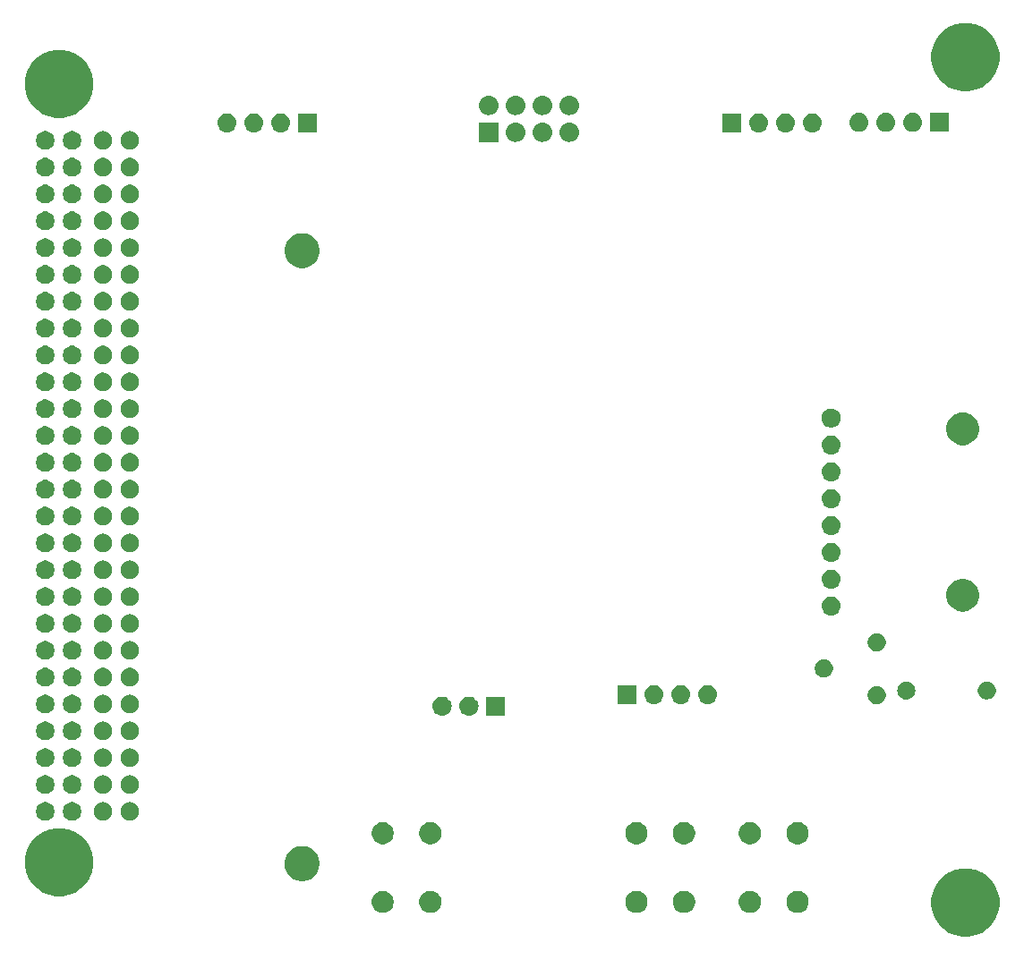
<source format=gbr>
G04 #@! TF.GenerationSoftware,KiCad,Pcbnew,(5.1.2)-2*
G04 #@! TF.CreationDate,2020-11-23T21:19:51+02:00*
G04 #@! TF.ProjectId,ESP_mesh_module,4553505f-6d65-4736-985f-6d6f64756c65,rev?*
G04 #@! TF.SameCoordinates,Original*
G04 #@! TF.FileFunction,Soldermask,Bot*
G04 #@! TF.FilePolarity,Negative*
%FSLAX46Y46*%
G04 Gerber Fmt 4.6, Leading zero omitted, Abs format (unit mm)*
G04 Created by KiCad (PCBNEW (5.1.2)-2) date 2020-11-23 21:19:51*
%MOMM*%
%LPD*%
G04 APERTURE LIST*
%ADD10C,0.100000*%
G04 APERTURE END LIST*
D10*
G36*
X216750988Y-139817973D02*
G01*
X217313539Y-140050989D01*
X217338084Y-140061156D01*
X217866455Y-140414202D01*
X218315798Y-140863545D01*
X218668844Y-141391916D01*
X218668845Y-141391918D01*
X218912027Y-141979012D01*
X219036000Y-142602265D01*
X219036000Y-143237735D01*
X218912027Y-143860988D01*
X218910112Y-143865611D01*
X218668844Y-144448084D01*
X218315798Y-144976455D01*
X217866455Y-145425798D01*
X217338084Y-145778844D01*
X217338083Y-145778845D01*
X217338082Y-145778845D01*
X216750988Y-146022027D01*
X216127735Y-146146000D01*
X215492265Y-146146000D01*
X214869012Y-146022027D01*
X214281918Y-145778845D01*
X214281917Y-145778845D01*
X214281916Y-145778844D01*
X213753545Y-145425798D01*
X213304202Y-144976455D01*
X212951156Y-144448084D01*
X212709888Y-143865611D01*
X212707973Y-143860988D01*
X212584000Y-143237735D01*
X212584000Y-142602265D01*
X212707973Y-141979012D01*
X212951155Y-141391918D01*
X212951156Y-141391916D01*
X213304202Y-140863545D01*
X213753545Y-140414202D01*
X214281916Y-140061156D01*
X214306461Y-140050989D01*
X214869012Y-139817973D01*
X215492265Y-139694000D01*
X216127735Y-139694000D01*
X216750988Y-139817973D01*
X216750988Y-139817973D01*
G37*
G36*
X200233564Y-141844389D02*
G01*
X200424833Y-141923615D01*
X200424835Y-141923616D01*
X200492523Y-141968844D01*
X200596973Y-142038635D01*
X200743365Y-142185027D01*
X200858385Y-142357167D01*
X200937611Y-142548436D01*
X200978000Y-142751484D01*
X200978000Y-142958516D01*
X200937611Y-143161564D01*
X200906060Y-143237735D01*
X200858384Y-143352835D01*
X200743365Y-143524973D01*
X200596973Y-143671365D01*
X200424835Y-143786384D01*
X200424834Y-143786385D01*
X200424833Y-143786385D01*
X200233564Y-143865611D01*
X200030516Y-143906000D01*
X199823484Y-143906000D01*
X199620436Y-143865611D01*
X199429167Y-143786385D01*
X199429166Y-143786385D01*
X199429165Y-143786384D01*
X199257027Y-143671365D01*
X199110635Y-143524973D01*
X198995616Y-143352835D01*
X198947940Y-143237735D01*
X198916389Y-143161564D01*
X198876000Y-142958516D01*
X198876000Y-142751484D01*
X198916389Y-142548436D01*
X198995615Y-142357167D01*
X199110635Y-142185027D01*
X199257027Y-142038635D01*
X199361477Y-141968844D01*
X199429165Y-141923616D01*
X199429167Y-141923615D01*
X199620436Y-141844389D01*
X199823484Y-141804000D01*
X200030516Y-141804000D01*
X200233564Y-141844389D01*
X200233564Y-141844389D01*
G37*
G36*
X195733564Y-141844389D02*
G01*
X195924833Y-141923615D01*
X195924835Y-141923616D01*
X195992523Y-141968844D01*
X196096973Y-142038635D01*
X196243365Y-142185027D01*
X196358385Y-142357167D01*
X196437611Y-142548436D01*
X196478000Y-142751484D01*
X196478000Y-142958516D01*
X196437611Y-143161564D01*
X196406060Y-143237735D01*
X196358384Y-143352835D01*
X196243365Y-143524973D01*
X196096973Y-143671365D01*
X195924835Y-143786384D01*
X195924834Y-143786385D01*
X195924833Y-143786385D01*
X195733564Y-143865611D01*
X195530516Y-143906000D01*
X195323484Y-143906000D01*
X195120436Y-143865611D01*
X194929167Y-143786385D01*
X194929166Y-143786385D01*
X194929165Y-143786384D01*
X194757027Y-143671365D01*
X194610635Y-143524973D01*
X194495616Y-143352835D01*
X194447940Y-143237735D01*
X194416389Y-143161564D01*
X194376000Y-142958516D01*
X194376000Y-142751484D01*
X194416389Y-142548436D01*
X194495615Y-142357167D01*
X194610635Y-142185027D01*
X194757027Y-142038635D01*
X194861477Y-141968844D01*
X194929165Y-141923616D01*
X194929167Y-141923615D01*
X195120436Y-141844389D01*
X195323484Y-141804000D01*
X195530516Y-141804000D01*
X195733564Y-141844389D01*
X195733564Y-141844389D01*
G37*
G36*
X165502064Y-141844389D02*
G01*
X165693333Y-141923615D01*
X165693335Y-141923616D01*
X165761023Y-141968844D01*
X165865473Y-142038635D01*
X166011865Y-142185027D01*
X166126885Y-142357167D01*
X166206111Y-142548436D01*
X166246500Y-142751484D01*
X166246500Y-142958516D01*
X166206111Y-143161564D01*
X166174560Y-143237735D01*
X166126884Y-143352835D01*
X166011865Y-143524973D01*
X165865473Y-143671365D01*
X165693335Y-143786384D01*
X165693334Y-143786385D01*
X165693333Y-143786385D01*
X165502064Y-143865611D01*
X165299016Y-143906000D01*
X165091984Y-143906000D01*
X164888936Y-143865611D01*
X164697667Y-143786385D01*
X164697666Y-143786385D01*
X164697665Y-143786384D01*
X164525527Y-143671365D01*
X164379135Y-143524973D01*
X164264116Y-143352835D01*
X164216440Y-143237735D01*
X164184889Y-143161564D01*
X164144500Y-142958516D01*
X164144500Y-142751484D01*
X164184889Y-142548436D01*
X164264115Y-142357167D01*
X164379135Y-142185027D01*
X164525527Y-142038635D01*
X164629977Y-141968844D01*
X164697665Y-141923616D01*
X164697667Y-141923615D01*
X164888936Y-141844389D01*
X165091984Y-141804000D01*
X165299016Y-141804000D01*
X165502064Y-141844389D01*
X165502064Y-141844389D01*
G37*
G36*
X184996564Y-141844389D02*
G01*
X185187833Y-141923615D01*
X185187835Y-141923616D01*
X185255523Y-141968844D01*
X185359973Y-142038635D01*
X185506365Y-142185027D01*
X185621385Y-142357167D01*
X185700611Y-142548436D01*
X185741000Y-142751484D01*
X185741000Y-142958516D01*
X185700611Y-143161564D01*
X185669060Y-143237735D01*
X185621384Y-143352835D01*
X185506365Y-143524973D01*
X185359973Y-143671365D01*
X185187835Y-143786384D01*
X185187834Y-143786385D01*
X185187833Y-143786385D01*
X184996564Y-143865611D01*
X184793516Y-143906000D01*
X184586484Y-143906000D01*
X184383436Y-143865611D01*
X184192167Y-143786385D01*
X184192166Y-143786385D01*
X184192165Y-143786384D01*
X184020027Y-143671365D01*
X183873635Y-143524973D01*
X183758616Y-143352835D01*
X183710940Y-143237735D01*
X183679389Y-143161564D01*
X183639000Y-142958516D01*
X183639000Y-142751484D01*
X183679389Y-142548436D01*
X183758615Y-142357167D01*
X183873635Y-142185027D01*
X184020027Y-142038635D01*
X184124477Y-141968844D01*
X184192165Y-141923616D01*
X184192167Y-141923615D01*
X184383436Y-141844389D01*
X184586484Y-141804000D01*
X184793516Y-141804000D01*
X184996564Y-141844389D01*
X184996564Y-141844389D01*
G37*
G36*
X161002064Y-141844389D02*
G01*
X161193333Y-141923615D01*
X161193335Y-141923616D01*
X161261023Y-141968844D01*
X161365473Y-142038635D01*
X161511865Y-142185027D01*
X161626885Y-142357167D01*
X161706111Y-142548436D01*
X161746500Y-142751484D01*
X161746500Y-142958516D01*
X161706111Y-143161564D01*
X161674560Y-143237735D01*
X161626884Y-143352835D01*
X161511865Y-143524973D01*
X161365473Y-143671365D01*
X161193335Y-143786384D01*
X161193334Y-143786385D01*
X161193333Y-143786385D01*
X161002064Y-143865611D01*
X160799016Y-143906000D01*
X160591984Y-143906000D01*
X160388936Y-143865611D01*
X160197667Y-143786385D01*
X160197666Y-143786385D01*
X160197665Y-143786384D01*
X160025527Y-143671365D01*
X159879135Y-143524973D01*
X159764116Y-143352835D01*
X159716440Y-143237735D01*
X159684889Y-143161564D01*
X159644500Y-142958516D01*
X159644500Y-142751484D01*
X159684889Y-142548436D01*
X159764115Y-142357167D01*
X159879135Y-142185027D01*
X160025527Y-142038635D01*
X160129977Y-141968844D01*
X160197665Y-141923616D01*
X160197667Y-141923615D01*
X160388936Y-141844389D01*
X160591984Y-141804000D01*
X160799016Y-141804000D01*
X161002064Y-141844389D01*
X161002064Y-141844389D01*
G37*
G36*
X189496564Y-141844389D02*
G01*
X189687833Y-141923615D01*
X189687835Y-141923616D01*
X189755523Y-141968844D01*
X189859973Y-142038635D01*
X190006365Y-142185027D01*
X190121385Y-142357167D01*
X190200611Y-142548436D01*
X190241000Y-142751484D01*
X190241000Y-142958516D01*
X190200611Y-143161564D01*
X190169060Y-143237735D01*
X190121384Y-143352835D01*
X190006365Y-143524973D01*
X189859973Y-143671365D01*
X189687835Y-143786384D01*
X189687834Y-143786385D01*
X189687833Y-143786385D01*
X189496564Y-143865611D01*
X189293516Y-143906000D01*
X189086484Y-143906000D01*
X188883436Y-143865611D01*
X188692167Y-143786385D01*
X188692166Y-143786385D01*
X188692165Y-143786384D01*
X188520027Y-143671365D01*
X188373635Y-143524973D01*
X188258616Y-143352835D01*
X188210940Y-143237735D01*
X188179389Y-143161564D01*
X188139000Y-142958516D01*
X188139000Y-142751484D01*
X188179389Y-142548436D01*
X188258615Y-142357167D01*
X188373635Y-142185027D01*
X188520027Y-142038635D01*
X188624477Y-141968844D01*
X188692165Y-141923616D01*
X188692167Y-141923615D01*
X188883436Y-141844389D01*
X189086484Y-141804000D01*
X189293516Y-141804000D01*
X189496564Y-141844389D01*
X189496564Y-141844389D01*
G37*
G36*
X131020988Y-136007973D02*
G01*
X131608082Y-136251155D01*
X131608084Y-136251156D01*
X132136455Y-136604202D01*
X132585798Y-137053545D01*
X132938844Y-137581916D01*
X132938845Y-137581918D01*
X133182027Y-138169012D01*
X133306000Y-138792265D01*
X133306000Y-139427735D01*
X133182027Y-140050988D01*
X133031579Y-140414202D01*
X132938844Y-140638084D01*
X132585798Y-141166455D01*
X132136455Y-141615798D01*
X131608084Y-141968844D01*
X131608083Y-141968845D01*
X131608082Y-141968845D01*
X131020988Y-142212027D01*
X130397735Y-142336000D01*
X129762265Y-142336000D01*
X129139012Y-142212027D01*
X128551918Y-141968845D01*
X128551917Y-141968845D01*
X128551916Y-141968844D01*
X128023545Y-141615798D01*
X127574202Y-141166455D01*
X127221156Y-140638084D01*
X127128421Y-140414202D01*
X126977973Y-140050988D01*
X126854000Y-139427735D01*
X126854000Y-138792265D01*
X126977973Y-138169012D01*
X127221155Y-137581918D01*
X127221156Y-137581916D01*
X127574202Y-137053545D01*
X128023545Y-136604202D01*
X128551916Y-136251156D01*
X128551918Y-136251155D01*
X129139012Y-136007973D01*
X129762265Y-135884000D01*
X130397735Y-135884000D01*
X131020988Y-136007973D01*
X131020988Y-136007973D01*
G37*
G36*
X153442256Y-137628298D02*
G01*
X153548579Y-137649447D01*
X153849042Y-137773903D01*
X154119451Y-137954585D01*
X154349415Y-138184549D01*
X154349416Y-138184551D01*
X154530098Y-138454960D01*
X154654553Y-138755422D01*
X154718000Y-139074389D01*
X154718000Y-139399611D01*
X154675702Y-139612256D01*
X154654553Y-139718579D01*
X154530097Y-140019042D01*
X154349415Y-140289451D01*
X154119451Y-140519415D01*
X153849042Y-140700097D01*
X153548579Y-140824553D01*
X153442256Y-140845702D01*
X153229611Y-140888000D01*
X152904389Y-140888000D01*
X152691744Y-140845702D01*
X152585421Y-140824553D01*
X152284958Y-140700097D01*
X152014549Y-140519415D01*
X151784585Y-140289451D01*
X151603903Y-140019042D01*
X151479447Y-139718579D01*
X151458298Y-139612256D01*
X151416000Y-139399611D01*
X151416000Y-139074389D01*
X151479447Y-138755422D01*
X151603902Y-138454960D01*
X151784584Y-138184551D01*
X151784585Y-138184549D01*
X152014549Y-137954585D01*
X152284958Y-137773903D01*
X152585421Y-137649447D01*
X152691744Y-137628298D01*
X152904389Y-137586000D01*
X153229611Y-137586000D01*
X153442256Y-137628298D01*
X153442256Y-137628298D01*
G37*
G36*
X195733564Y-135344389D02*
G01*
X195924833Y-135423615D01*
X195924835Y-135423616D01*
X196096973Y-135538635D01*
X196243365Y-135685027D01*
X196358385Y-135857167D01*
X196437611Y-136048436D01*
X196478000Y-136251484D01*
X196478000Y-136458516D01*
X196437611Y-136661564D01*
X196358385Y-136852833D01*
X196358384Y-136852835D01*
X196243365Y-137024973D01*
X196096973Y-137171365D01*
X195924835Y-137286384D01*
X195924834Y-137286385D01*
X195924833Y-137286385D01*
X195733564Y-137365611D01*
X195530516Y-137406000D01*
X195323484Y-137406000D01*
X195120436Y-137365611D01*
X194929167Y-137286385D01*
X194929166Y-137286385D01*
X194929165Y-137286384D01*
X194757027Y-137171365D01*
X194610635Y-137024973D01*
X194495616Y-136852835D01*
X194495615Y-136852833D01*
X194416389Y-136661564D01*
X194376000Y-136458516D01*
X194376000Y-136251484D01*
X194416389Y-136048436D01*
X194495615Y-135857167D01*
X194610635Y-135685027D01*
X194757027Y-135538635D01*
X194929165Y-135423616D01*
X194929167Y-135423615D01*
X195120436Y-135344389D01*
X195323484Y-135304000D01*
X195530516Y-135304000D01*
X195733564Y-135344389D01*
X195733564Y-135344389D01*
G37*
G36*
X189496564Y-135344389D02*
G01*
X189687833Y-135423615D01*
X189687835Y-135423616D01*
X189859973Y-135538635D01*
X190006365Y-135685027D01*
X190121385Y-135857167D01*
X190200611Y-136048436D01*
X190241000Y-136251484D01*
X190241000Y-136458516D01*
X190200611Y-136661564D01*
X190121385Y-136852833D01*
X190121384Y-136852835D01*
X190006365Y-137024973D01*
X189859973Y-137171365D01*
X189687835Y-137286384D01*
X189687834Y-137286385D01*
X189687833Y-137286385D01*
X189496564Y-137365611D01*
X189293516Y-137406000D01*
X189086484Y-137406000D01*
X188883436Y-137365611D01*
X188692167Y-137286385D01*
X188692166Y-137286385D01*
X188692165Y-137286384D01*
X188520027Y-137171365D01*
X188373635Y-137024973D01*
X188258616Y-136852835D01*
X188258615Y-136852833D01*
X188179389Y-136661564D01*
X188139000Y-136458516D01*
X188139000Y-136251484D01*
X188179389Y-136048436D01*
X188258615Y-135857167D01*
X188373635Y-135685027D01*
X188520027Y-135538635D01*
X188692165Y-135423616D01*
X188692167Y-135423615D01*
X188883436Y-135344389D01*
X189086484Y-135304000D01*
X189293516Y-135304000D01*
X189496564Y-135344389D01*
X189496564Y-135344389D01*
G37*
G36*
X184996564Y-135344389D02*
G01*
X185187833Y-135423615D01*
X185187835Y-135423616D01*
X185359973Y-135538635D01*
X185506365Y-135685027D01*
X185621385Y-135857167D01*
X185700611Y-136048436D01*
X185741000Y-136251484D01*
X185741000Y-136458516D01*
X185700611Y-136661564D01*
X185621385Y-136852833D01*
X185621384Y-136852835D01*
X185506365Y-137024973D01*
X185359973Y-137171365D01*
X185187835Y-137286384D01*
X185187834Y-137286385D01*
X185187833Y-137286385D01*
X184996564Y-137365611D01*
X184793516Y-137406000D01*
X184586484Y-137406000D01*
X184383436Y-137365611D01*
X184192167Y-137286385D01*
X184192166Y-137286385D01*
X184192165Y-137286384D01*
X184020027Y-137171365D01*
X183873635Y-137024973D01*
X183758616Y-136852835D01*
X183758615Y-136852833D01*
X183679389Y-136661564D01*
X183639000Y-136458516D01*
X183639000Y-136251484D01*
X183679389Y-136048436D01*
X183758615Y-135857167D01*
X183873635Y-135685027D01*
X184020027Y-135538635D01*
X184192165Y-135423616D01*
X184192167Y-135423615D01*
X184383436Y-135344389D01*
X184586484Y-135304000D01*
X184793516Y-135304000D01*
X184996564Y-135344389D01*
X184996564Y-135344389D01*
G37*
G36*
X161002064Y-135344389D02*
G01*
X161193333Y-135423615D01*
X161193335Y-135423616D01*
X161365473Y-135538635D01*
X161511865Y-135685027D01*
X161626885Y-135857167D01*
X161706111Y-136048436D01*
X161746500Y-136251484D01*
X161746500Y-136458516D01*
X161706111Y-136661564D01*
X161626885Y-136852833D01*
X161626884Y-136852835D01*
X161511865Y-137024973D01*
X161365473Y-137171365D01*
X161193335Y-137286384D01*
X161193334Y-137286385D01*
X161193333Y-137286385D01*
X161002064Y-137365611D01*
X160799016Y-137406000D01*
X160591984Y-137406000D01*
X160388936Y-137365611D01*
X160197667Y-137286385D01*
X160197666Y-137286385D01*
X160197665Y-137286384D01*
X160025527Y-137171365D01*
X159879135Y-137024973D01*
X159764116Y-136852835D01*
X159764115Y-136852833D01*
X159684889Y-136661564D01*
X159644500Y-136458516D01*
X159644500Y-136251484D01*
X159684889Y-136048436D01*
X159764115Y-135857167D01*
X159879135Y-135685027D01*
X160025527Y-135538635D01*
X160197665Y-135423616D01*
X160197667Y-135423615D01*
X160388936Y-135344389D01*
X160591984Y-135304000D01*
X160799016Y-135304000D01*
X161002064Y-135344389D01*
X161002064Y-135344389D01*
G37*
G36*
X165502064Y-135344389D02*
G01*
X165693333Y-135423615D01*
X165693335Y-135423616D01*
X165865473Y-135538635D01*
X166011865Y-135685027D01*
X166126885Y-135857167D01*
X166206111Y-136048436D01*
X166246500Y-136251484D01*
X166246500Y-136458516D01*
X166206111Y-136661564D01*
X166126885Y-136852833D01*
X166126884Y-136852835D01*
X166011865Y-137024973D01*
X165865473Y-137171365D01*
X165693335Y-137286384D01*
X165693334Y-137286385D01*
X165693333Y-137286385D01*
X165502064Y-137365611D01*
X165299016Y-137406000D01*
X165091984Y-137406000D01*
X164888936Y-137365611D01*
X164697667Y-137286385D01*
X164697666Y-137286385D01*
X164697665Y-137286384D01*
X164525527Y-137171365D01*
X164379135Y-137024973D01*
X164264116Y-136852835D01*
X164264115Y-136852833D01*
X164184889Y-136661564D01*
X164144500Y-136458516D01*
X164144500Y-136251484D01*
X164184889Y-136048436D01*
X164264115Y-135857167D01*
X164379135Y-135685027D01*
X164525527Y-135538635D01*
X164697665Y-135423616D01*
X164697667Y-135423615D01*
X164888936Y-135344389D01*
X165091984Y-135304000D01*
X165299016Y-135304000D01*
X165502064Y-135344389D01*
X165502064Y-135344389D01*
G37*
G36*
X200233564Y-135344389D02*
G01*
X200424833Y-135423615D01*
X200424835Y-135423616D01*
X200596973Y-135538635D01*
X200743365Y-135685027D01*
X200858385Y-135857167D01*
X200937611Y-136048436D01*
X200978000Y-136251484D01*
X200978000Y-136458516D01*
X200937611Y-136661564D01*
X200858385Y-136852833D01*
X200858384Y-136852835D01*
X200743365Y-137024973D01*
X200596973Y-137171365D01*
X200424835Y-137286384D01*
X200424834Y-137286385D01*
X200424833Y-137286385D01*
X200233564Y-137365611D01*
X200030516Y-137406000D01*
X199823484Y-137406000D01*
X199620436Y-137365611D01*
X199429167Y-137286385D01*
X199429166Y-137286385D01*
X199429165Y-137286384D01*
X199257027Y-137171365D01*
X199110635Y-137024973D01*
X198995616Y-136852835D01*
X198995615Y-136852833D01*
X198916389Y-136661564D01*
X198876000Y-136458516D01*
X198876000Y-136251484D01*
X198916389Y-136048436D01*
X198995615Y-135857167D01*
X199110635Y-135685027D01*
X199257027Y-135538635D01*
X199429165Y-135423616D01*
X199429167Y-135423615D01*
X199620436Y-135344389D01*
X199823484Y-135304000D01*
X200030516Y-135304000D01*
X200233564Y-135344389D01*
X200233564Y-135344389D01*
G37*
G36*
X131482399Y-133424832D02*
G01*
X131567020Y-133441664D01*
X131726442Y-133507699D01*
X131869918Y-133603566D01*
X131991934Y-133725582D01*
X132087801Y-133869058D01*
X132153836Y-134028480D01*
X132187500Y-134197721D01*
X132187500Y-134370279D01*
X132153836Y-134539520D01*
X132087801Y-134698942D01*
X131991934Y-134842418D01*
X131869918Y-134964434D01*
X131726442Y-135060301D01*
X131567020Y-135126336D01*
X131482399Y-135143168D01*
X131397780Y-135160000D01*
X131225220Y-135160000D01*
X131140601Y-135143168D01*
X131055980Y-135126336D01*
X130896558Y-135060301D01*
X130753082Y-134964434D01*
X130631066Y-134842418D01*
X130535199Y-134698942D01*
X130469164Y-134539520D01*
X130435500Y-134370279D01*
X130435500Y-134197721D01*
X130469164Y-134028480D01*
X130535199Y-133869058D01*
X130631066Y-133725582D01*
X130753082Y-133603566D01*
X130896558Y-133507699D01*
X131055980Y-133441664D01*
X131140601Y-133424832D01*
X131225220Y-133408000D01*
X131397780Y-133408000D01*
X131482399Y-133424832D01*
X131482399Y-133424832D01*
G37*
G36*
X136943399Y-133424832D02*
G01*
X137028020Y-133441664D01*
X137187442Y-133507699D01*
X137330918Y-133603566D01*
X137452934Y-133725582D01*
X137548801Y-133869058D01*
X137614836Y-134028480D01*
X137648500Y-134197721D01*
X137648500Y-134370279D01*
X137614836Y-134539520D01*
X137548801Y-134698942D01*
X137452934Y-134842418D01*
X137330918Y-134964434D01*
X137187442Y-135060301D01*
X137028020Y-135126336D01*
X136943399Y-135143168D01*
X136858780Y-135160000D01*
X136686220Y-135160000D01*
X136601601Y-135143168D01*
X136516980Y-135126336D01*
X136357558Y-135060301D01*
X136214082Y-134964434D01*
X136092066Y-134842418D01*
X135996199Y-134698942D01*
X135930164Y-134539520D01*
X135896500Y-134370279D01*
X135896500Y-134197721D01*
X135930164Y-134028480D01*
X135996199Y-133869058D01*
X136092066Y-133725582D01*
X136214082Y-133603566D01*
X136357558Y-133507699D01*
X136516980Y-133441664D01*
X136601601Y-133424832D01*
X136686220Y-133408000D01*
X136858780Y-133408000D01*
X136943399Y-133424832D01*
X136943399Y-133424832D01*
G37*
G36*
X134403399Y-133424832D02*
G01*
X134488020Y-133441664D01*
X134647442Y-133507699D01*
X134790918Y-133603566D01*
X134912934Y-133725582D01*
X135008801Y-133869058D01*
X135074836Y-134028480D01*
X135108500Y-134197721D01*
X135108500Y-134370279D01*
X135074836Y-134539520D01*
X135008801Y-134698942D01*
X134912934Y-134842418D01*
X134790918Y-134964434D01*
X134647442Y-135060301D01*
X134488020Y-135126336D01*
X134403399Y-135143168D01*
X134318780Y-135160000D01*
X134146220Y-135160000D01*
X134061601Y-135143168D01*
X133976980Y-135126336D01*
X133817558Y-135060301D01*
X133674082Y-134964434D01*
X133552066Y-134842418D01*
X133456199Y-134698942D01*
X133390164Y-134539520D01*
X133356500Y-134370279D01*
X133356500Y-134197721D01*
X133390164Y-134028480D01*
X133456199Y-133869058D01*
X133552066Y-133725582D01*
X133674082Y-133603566D01*
X133817558Y-133507699D01*
X133976980Y-133441664D01*
X134061601Y-133424832D01*
X134146220Y-133408000D01*
X134318780Y-133408000D01*
X134403399Y-133424832D01*
X134403399Y-133424832D01*
G37*
G36*
X128942399Y-133424832D02*
G01*
X129027020Y-133441664D01*
X129186442Y-133507699D01*
X129329918Y-133603566D01*
X129451934Y-133725582D01*
X129547801Y-133869058D01*
X129613836Y-134028480D01*
X129647500Y-134197721D01*
X129647500Y-134370279D01*
X129613836Y-134539520D01*
X129547801Y-134698942D01*
X129451934Y-134842418D01*
X129329918Y-134964434D01*
X129186442Y-135060301D01*
X129027020Y-135126336D01*
X128942399Y-135143168D01*
X128857780Y-135160000D01*
X128685220Y-135160000D01*
X128600601Y-135143168D01*
X128515980Y-135126336D01*
X128356558Y-135060301D01*
X128213082Y-134964434D01*
X128091066Y-134842418D01*
X127995199Y-134698942D01*
X127929164Y-134539520D01*
X127895500Y-134370279D01*
X127895500Y-134197721D01*
X127929164Y-134028480D01*
X127995199Y-133869058D01*
X128091066Y-133725582D01*
X128213082Y-133603566D01*
X128356558Y-133507699D01*
X128515980Y-133441664D01*
X128600601Y-133424832D01*
X128685220Y-133408000D01*
X128857780Y-133408000D01*
X128942399Y-133424832D01*
X128942399Y-133424832D01*
G37*
G36*
X136943399Y-130884832D02*
G01*
X137028020Y-130901664D01*
X137187442Y-130967699D01*
X137330918Y-131063566D01*
X137452934Y-131185582D01*
X137548801Y-131329058D01*
X137614836Y-131488480D01*
X137648500Y-131657721D01*
X137648500Y-131830279D01*
X137614836Y-131999520D01*
X137548801Y-132158942D01*
X137452934Y-132302418D01*
X137330918Y-132424434D01*
X137187442Y-132520301D01*
X137028020Y-132586336D01*
X136943399Y-132603168D01*
X136858780Y-132620000D01*
X136686220Y-132620000D01*
X136601601Y-132603168D01*
X136516980Y-132586336D01*
X136357558Y-132520301D01*
X136214082Y-132424434D01*
X136092066Y-132302418D01*
X135996199Y-132158942D01*
X135930164Y-131999520D01*
X135896500Y-131830279D01*
X135896500Y-131657721D01*
X135930164Y-131488480D01*
X135996199Y-131329058D01*
X136092066Y-131185582D01*
X136214082Y-131063566D01*
X136357558Y-130967699D01*
X136516980Y-130901664D01*
X136601601Y-130884832D01*
X136686220Y-130868000D01*
X136858780Y-130868000D01*
X136943399Y-130884832D01*
X136943399Y-130884832D01*
G37*
G36*
X134403399Y-130884832D02*
G01*
X134488020Y-130901664D01*
X134647442Y-130967699D01*
X134790918Y-131063566D01*
X134912934Y-131185582D01*
X135008801Y-131329058D01*
X135074836Y-131488480D01*
X135108500Y-131657721D01*
X135108500Y-131830279D01*
X135074836Y-131999520D01*
X135008801Y-132158942D01*
X134912934Y-132302418D01*
X134790918Y-132424434D01*
X134647442Y-132520301D01*
X134488020Y-132586336D01*
X134403399Y-132603168D01*
X134318780Y-132620000D01*
X134146220Y-132620000D01*
X134061601Y-132603168D01*
X133976980Y-132586336D01*
X133817558Y-132520301D01*
X133674082Y-132424434D01*
X133552066Y-132302418D01*
X133456199Y-132158942D01*
X133390164Y-131999520D01*
X133356500Y-131830279D01*
X133356500Y-131657721D01*
X133390164Y-131488480D01*
X133456199Y-131329058D01*
X133552066Y-131185582D01*
X133674082Y-131063566D01*
X133817558Y-130967699D01*
X133976980Y-130901664D01*
X134061601Y-130884832D01*
X134146220Y-130868000D01*
X134318780Y-130868000D01*
X134403399Y-130884832D01*
X134403399Y-130884832D01*
G37*
G36*
X131482399Y-130884832D02*
G01*
X131567020Y-130901664D01*
X131726442Y-130967699D01*
X131869918Y-131063566D01*
X131991934Y-131185582D01*
X132087801Y-131329058D01*
X132153836Y-131488480D01*
X132187500Y-131657721D01*
X132187500Y-131830279D01*
X132153836Y-131999520D01*
X132087801Y-132158942D01*
X131991934Y-132302418D01*
X131869918Y-132424434D01*
X131726442Y-132520301D01*
X131567020Y-132586336D01*
X131482399Y-132603168D01*
X131397780Y-132620000D01*
X131225220Y-132620000D01*
X131140601Y-132603168D01*
X131055980Y-132586336D01*
X130896558Y-132520301D01*
X130753082Y-132424434D01*
X130631066Y-132302418D01*
X130535199Y-132158942D01*
X130469164Y-131999520D01*
X130435500Y-131830279D01*
X130435500Y-131657721D01*
X130469164Y-131488480D01*
X130535199Y-131329058D01*
X130631066Y-131185582D01*
X130753082Y-131063566D01*
X130896558Y-130967699D01*
X131055980Y-130901664D01*
X131140601Y-130884832D01*
X131225220Y-130868000D01*
X131397780Y-130868000D01*
X131482399Y-130884832D01*
X131482399Y-130884832D01*
G37*
G36*
X128942399Y-130884832D02*
G01*
X129027020Y-130901664D01*
X129186442Y-130967699D01*
X129329918Y-131063566D01*
X129451934Y-131185582D01*
X129547801Y-131329058D01*
X129613836Y-131488480D01*
X129647500Y-131657721D01*
X129647500Y-131830279D01*
X129613836Y-131999520D01*
X129547801Y-132158942D01*
X129451934Y-132302418D01*
X129329918Y-132424434D01*
X129186442Y-132520301D01*
X129027020Y-132586336D01*
X128942399Y-132603168D01*
X128857780Y-132620000D01*
X128685220Y-132620000D01*
X128600601Y-132603168D01*
X128515980Y-132586336D01*
X128356558Y-132520301D01*
X128213082Y-132424434D01*
X128091066Y-132302418D01*
X127995199Y-132158942D01*
X127929164Y-131999520D01*
X127895500Y-131830279D01*
X127895500Y-131657721D01*
X127929164Y-131488480D01*
X127995199Y-131329058D01*
X128091066Y-131185582D01*
X128213082Y-131063566D01*
X128356558Y-130967699D01*
X128515980Y-130901664D01*
X128600601Y-130884832D01*
X128685220Y-130868000D01*
X128857780Y-130868000D01*
X128942399Y-130884832D01*
X128942399Y-130884832D01*
G37*
G36*
X136943399Y-128344832D02*
G01*
X137028020Y-128361664D01*
X137187442Y-128427699D01*
X137330918Y-128523566D01*
X137452934Y-128645582D01*
X137548801Y-128789058D01*
X137614836Y-128948480D01*
X137648500Y-129117721D01*
X137648500Y-129290279D01*
X137614836Y-129459520D01*
X137548801Y-129618942D01*
X137452934Y-129762418D01*
X137330918Y-129884434D01*
X137187442Y-129980301D01*
X137028020Y-130046336D01*
X136858780Y-130080000D01*
X136686220Y-130080000D01*
X136516980Y-130046336D01*
X136357558Y-129980301D01*
X136214082Y-129884434D01*
X136092066Y-129762418D01*
X135996199Y-129618942D01*
X135930164Y-129459520D01*
X135896500Y-129290279D01*
X135896500Y-129117721D01*
X135930164Y-128948480D01*
X135996199Y-128789058D01*
X136092066Y-128645582D01*
X136214082Y-128523566D01*
X136357558Y-128427699D01*
X136516980Y-128361664D01*
X136601601Y-128344832D01*
X136686220Y-128328000D01*
X136858780Y-128328000D01*
X136943399Y-128344832D01*
X136943399Y-128344832D01*
G37*
G36*
X134403399Y-128344832D02*
G01*
X134488020Y-128361664D01*
X134647442Y-128427699D01*
X134790918Y-128523566D01*
X134912934Y-128645582D01*
X135008801Y-128789058D01*
X135074836Y-128948480D01*
X135108500Y-129117721D01*
X135108500Y-129290279D01*
X135074836Y-129459520D01*
X135008801Y-129618942D01*
X134912934Y-129762418D01*
X134790918Y-129884434D01*
X134647442Y-129980301D01*
X134488020Y-130046336D01*
X134318780Y-130080000D01*
X134146220Y-130080000D01*
X133976980Y-130046336D01*
X133817558Y-129980301D01*
X133674082Y-129884434D01*
X133552066Y-129762418D01*
X133456199Y-129618942D01*
X133390164Y-129459520D01*
X133356500Y-129290279D01*
X133356500Y-129117721D01*
X133390164Y-128948480D01*
X133456199Y-128789058D01*
X133552066Y-128645582D01*
X133674082Y-128523566D01*
X133817558Y-128427699D01*
X133976980Y-128361664D01*
X134061601Y-128344832D01*
X134146220Y-128328000D01*
X134318780Y-128328000D01*
X134403399Y-128344832D01*
X134403399Y-128344832D01*
G37*
G36*
X128942399Y-128344832D02*
G01*
X129027020Y-128361664D01*
X129186442Y-128427699D01*
X129329918Y-128523566D01*
X129451934Y-128645582D01*
X129547801Y-128789058D01*
X129613836Y-128948480D01*
X129647500Y-129117721D01*
X129647500Y-129290279D01*
X129613836Y-129459520D01*
X129547801Y-129618942D01*
X129451934Y-129762418D01*
X129329918Y-129884434D01*
X129186442Y-129980301D01*
X129027020Y-130046336D01*
X128857780Y-130080000D01*
X128685220Y-130080000D01*
X128515980Y-130046336D01*
X128356558Y-129980301D01*
X128213082Y-129884434D01*
X128091066Y-129762418D01*
X127995199Y-129618942D01*
X127929164Y-129459520D01*
X127895500Y-129290279D01*
X127895500Y-129117721D01*
X127929164Y-128948480D01*
X127995199Y-128789058D01*
X128091066Y-128645582D01*
X128213082Y-128523566D01*
X128356558Y-128427699D01*
X128515980Y-128361664D01*
X128600601Y-128344832D01*
X128685220Y-128328000D01*
X128857780Y-128328000D01*
X128942399Y-128344832D01*
X128942399Y-128344832D01*
G37*
G36*
X131482399Y-128344832D02*
G01*
X131567020Y-128361664D01*
X131726442Y-128427699D01*
X131869918Y-128523566D01*
X131991934Y-128645582D01*
X132087801Y-128789058D01*
X132153836Y-128948480D01*
X132187500Y-129117721D01*
X132187500Y-129290279D01*
X132153836Y-129459520D01*
X132087801Y-129618942D01*
X131991934Y-129762418D01*
X131869918Y-129884434D01*
X131726442Y-129980301D01*
X131567020Y-130046336D01*
X131397780Y-130080000D01*
X131225220Y-130080000D01*
X131055980Y-130046336D01*
X130896558Y-129980301D01*
X130753082Y-129884434D01*
X130631066Y-129762418D01*
X130535199Y-129618942D01*
X130469164Y-129459520D01*
X130435500Y-129290279D01*
X130435500Y-129117721D01*
X130469164Y-128948480D01*
X130535199Y-128789058D01*
X130631066Y-128645582D01*
X130753082Y-128523566D01*
X130896558Y-128427699D01*
X131055980Y-128361664D01*
X131140601Y-128344832D01*
X131225220Y-128328000D01*
X131397780Y-128328000D01*
X131482399Y-128344832D01*
X131482399Y-128344832D01*
G37*
G36*
X131482399Y-125804832D02*
G01*
X131567020Y-125821664D01*
X131726442Y-125887699D01*
X131869918Y-125983566D01*
X131991934Y-126105582D01*
X132087801Y-126249058D01*
X132153836Y-126408480D01*
X132187500Y-126577721D01*
X132187500Y-126750279D01*
X132153836Y-126919520D01*
X132087801Y-127078942D01*
X131991934Y-127222418D01*
X131869918Y-127344434D01*
X131726442Y-127440301D01*
X131567020Y-127506336D01*
X131397780Y-127540000D01*
X131225220Y-127540000D01*
X131055980Y-127506336D01*
X130896558Y-127440301D01*
X130753082Y-127344434D01*
X130631066Y-127222418D01*
X130535199Y-127078942D01*
X130469164Y-126919520D01*
X130435500Y-126750279D01*
X130435500Y-126577721D01*
X130469164Y-126408480D01*
X130535199Y-126249058D01*
X130631066Y-126105582D01*
X130753082Y-125983566D01*
X130896558Y-125887699D01*
X131055980Y-125821664D01*
X131140601Y-125804832D01*
X131225220Y-125788000D01*
X131397780Y-125788000D01*
X131482399Y-125804832D01*
X131482399Y-125804832D01*
G37*
G36*
X136943399Y-125804832D02*
G01*
X137028020Y-125821664D01*
X137187442Y-125887699D01*
X137330918Y-125983566D01*
X137452934Y-126105582D01*
X137548801Y-126249058D01*
X137614836Y-126408480D01*
X137648500Y-126577721D01*
X137648500Y-126750279D01*
X137614836Y-126919520D01*
X137548801Y-127078942D01*
X137452934Y-127222418D01*
X137330918Y-127344434D01*
X137187442Y-127440301D01*
X137028020Y-127506336D01*
X136858780Y-127540000D01*
X136686220Y-127540000D01*
X136516980Y-127506336D01*
X136357558Y-127440301D01*
X136214082Y-127344434D01*
X136092066Y-127222418D01*
X135996199Y-127078942D01*
X135930164Y-126919520D01*
X135896500Y-126750279D01*
X135896500Y-126577721D01*
X135930164Y-126408480D01*
X135996199Y-126249058D01*
X136092066Y-126105582D01*
X136214082Y-125983566D01*
X136357558Y-125887699D01*
X136516980Y-125821664D01*
X136601601Y-125804832D01*
X136686220Y-125788000D01*
X136858780Y-125788000D01*
X136943399Y-125804832D01*
X136943399Y-125804832D01*
G37*
G36*
X134403399Y-125804832D02*
G01*
X134488020Y-125821664D01*
X134647442Y-125887699D01*
X134790918Y-125983566D01*
X134912934Y-126105582D01*
X135008801Y-126249058D01*
X135074836Y-126408480D01*
X135108500Y-126577721D01*
X135108500Y-126750279D01*
X135074836Y-126919520D01*
X135008801Y-127078942D01*
X134912934Y-127222418D01*
X134790918Y-127344434D01*
X134647442Y-127440301D01*
X134488020Y-127506336D01*
X134318780Y-127540000D01*
X134146220Y-127540000D01*
X133976980Y-127506336D01*
X133817558Y-127440301D01*
X133674082Y-127344434D01*
X133552066Y-127222418D01*
X133456199Y-127078942D01*
X133390164Y-126919520D01*
X133356500Y-126750279D01*
X133356500Y-126577721D01*
X133390164Y-126408480D01*
X133456199Y-126249058D01*
X133552066Y-126105582D01*
X133674082Y-125983566D01*
X133817558Y-125887699D01*
X133976980Y-125821664D01*
X134061601Y-125804832D01*
X134146220Y-125788000D01*
X134318780Y-125788000D01*
X134403399Y-125804832D01*
X134403399Y-125804832D01*
G37*
G36*
X128942399Y-125804832D02*
G01*
X129027020Y-125821664D01*
X129186442Y-125887699D01*
X129329918Y-125983566D01*
X129451934Y-126105582D01*
X129547801Y-126249058D01*
X129613836Y-126408480D01*
X129647500Y-126577721D01*
X129647500Y-126750279D01*
X129613836Y-126919520D01*
X129547801Y-127078942D01*
X129451934Y-127222418D01*
X129329918Y-127344434D01*
X129186442Y-127440301D01*
X129027020Y-127506336D01*
X128857780Y-127540000D01*
X128685220Y-127540000D01*
X128515980Y-127506336D01*
X128356558Y-127440301D01*
X128213082Y-127344434D01*
X128091066Y-127222418D01*
X127995199Y-127078942D01*
X127929164Y-126919520D01*
X127895500Y-126750279D01*
X127895500Y-126577721D01*
X127929164Y-126408480D01*
X127995199Y-126249058D01*
X128091066Y-126105582D01*
X128213082Y-125983566D01*
X128356558Y-125887699D01*
X128515980Y-125821664D01*
X128600601Y-125804832D01*
X128685220Y-125788000D01*
X128857780Y-125788000D01*
X128942399Y-125804832D01*
X128942399Y-125804832D01*
G37*
G36*
X168956943Y-123438519D02*
G01*
X169023127Y-123445037D01*
X169192966Y-123496557D01*
X169349491Y-123580222D01*
X169383517Y-123608147D01*
X169486686Y-123692814D01*
X169569948Y-123794271D01*
X169599278Y-123830009D01*
X169682943Y-123986534D01*
X169734463Y-124156373D01*
X169751859Y-124333000D01*
X169734463Y-124509627D01*
X169682943Y-124679466D01*
X169599278Y-124835991D01*
X169569948Y-124871729D01*
X169486686Y-124973186D01*
X169385229Y-125056448D01*
X169349491Y-125085778D01*
X169192966Y-125169443D01*
X169023127Y-125220963D01*
X168956942Y-125227482D01*
X168890760Y-125234000D01*
X168802240Y-125234000D01*
X168736058Y-125227482D01*
X168669873Y-125220963D01*
X168500034Y-125169443D01*
X168343509Y-125085778D01*
X168307771Y-125056448D01*
X168206314Y-124973186D01*
X168123052Y-124871729D01*
X168093722Y-124835991D01*
X168010057Y-124679466D01*
X167958537Y-124509627D01*
X167941141Y-124333000D01*
X167958537Y-124156373D01*
X168010057Y-123986534D01*
X168093722Y-123830009D01*
X168123052Y-123794271D01*
X168206314Y-123692814D01*
X168309483Y-123608147D01*
X168343509Y-123580222D01*
X168500034Y-123496557D01*
X168669873Y-123445037D01*
X168736057Y-123438519D01*
X168802240Y-123432000D01*
X168890760Y-123432000D01*
X168956943Y-123438519D01*
X168956943Y-123438519D01*
G37*
G36*
X172287500Y-125234000D02*
G01*
X170485500Y-125234000D01*
X170485500Y-123432000D01*
X172287500Y-123432000D01*
X172287500Y-125234000D01*
X172287500Y-125234000D01*
G37*
G36*
X166416943Y-123438519D02*
G01*
X166483127Y-123445037D01*
X166652966Y-123496557D01*
X166809491Y-123580222D01*
X166843517Y-123608147D01*
X166946686Y-123692814D01*
X167029948Y-123794271D01*
X167059278Y-123830009D01*
X167142943Y-123986534D01*
X167194463Y-124156373D01*
X167211859Y-124333000D01*
X167194463Y-124509627D01*
X167142943Y-124679466D01*
X167059278Y-124835991D01*
X167029948Y-124871729D01*
X166946686Y-124973186D01*
X166845229Y-125056448D01*
X166809491Y-125085778D01*
X166652966Y-125169443D01*
X166483127Y-125220963D01*
X166416942Y-125227482D01*
X166350760Y-125234000D01*
X166262240Y-125234000D01*
X166196058Y-125227482D01*
X166129873Y-125220963D01*
X165960034Y-125169443D01*
X165803509Y-125085778D01*
X165767771Y-125056448D01*
X165666314Y-124973186D01*
X165583052Y-124871729D01*
X165553722Y-124835991D01*
X165470057Y-124679466D01*
X165418537Y-124509627D01*
X165401141Y-124333000D01*
X165418537Y-124156373D01*
X165470057Y-123986534D01*
X165553722Y-123830009D01*
X165583052Y-123794271D01*
X165666314Y-123692814D01*
X165769483Y-123608147D01*
X165803509Y-123580222D01*
X165960034Y-123496557D01*
X166129873Y-123445037D01*
X166196057Y-123438519D01*
X166262240Y-123432000D01*
X166350760Y-123432000D01*
X166416943Y-123438519D01*
X166416943Y-123438519D01*
G37*
G36*
X134364513Y-123257097D02*
G01*
X134488020Y-123281664D01*
X134647442Y-123347699D01*
X134790918Y-123443566D01*
X134912934Y-123565582D01*
X135008801Y-123709058D01*
X135074836Y-123868480D01*
X135108500Y-124037721D01*
X135108500Y-124210279D01*
X135074836Y-124379520D01*
X135008801Y-124538942D01*
X134912934Y-124682418D01*
X134790918Y-124804434D01*
X134647442Y-124900301D01*
X134488020Y-124966336D01*
X134318780Y-125000000D01*
X134146220Y-125000000D01*
X133976980Y-124966336D01*
X133817558Y-124900301D01*
X133674082Y-124804434D01*
X133552066Y-124682418D01*
X133456199Y-124538942D01*
X133390164Y-124379520D01*
X133356500Y-124210279D01*
X133356500Y-124037721D01*
X133390164Y-123868480D01*
X133456199Y-123709058D01*
X133552066Y-123565582D01*
X133674082Y-123443566D01*
X133817558Y-123347699D01*
X133976980Y-123281664D01*
X134100487Y-123257097D01*
X134146220Y-123248000D01*
X134318780Y-123248000D01*
X134364513Y-123257097D01*
X134364513Y-123257097D01*
G37*
G36*
X136904513Y-123257097D02*
G01*
X137028020Y-123281664D01*
X137187442Y-123347699D01*
X137330918Y-123443566D01*
X137452934Y-123565582D01*
X137548801Y-123709058D01*
X137614836Y-123868480D01*
X137648500Y-124037721D01*
X137648500Y-124210279D01*
X137614836Y-124379520D01*
X137548801Y-124538942D01*
X137452934Y-124682418D01*
X137330918Y-124804434D01*
X137187442Y-124900301D01*
X137028020Y-124966336D01*
X136858780Y-125000000D01*
X136686220Y-125000000D01*
X136516980Y-124966336D01*
X136357558Y-124900301D01*
X136214082Y-124804434D01*
X136092066Y-124682418D01*
X135996199Y-124538942D01*
X135930164Y-124379520D01*
X135896500Y-124210279D01*
X135896500Y-124037721D01*
X135930164Y-123868480D01*
X135996199Y-123709058D01*
X136092066Y-123565582D01*
X136214082Y-123443566D01*
X136357558Y-123347699D01*
X136516980Y-123281664D01*
X136640487Y-123257097D01*
X136686220Y-123248000D01*
X136858780Y-123248000D01*
X136904513Y-123257097D01*
X136904513Y-123257097D01*
G37*
G36*
X128903513Y-123257097D02*
G01*
X129027020Y-123281664D01*
X129186442Y-123347699D01*
X129329918Y-123443566D01*
X129451934Y-123565582D01*
X129547801Y-123709058D01*
X129613836Y-123868480D01*
X129647500Y-124037721D01*
X129647500Y-124210279D01*
X129613836Y-124379520D01*
X129547801Y-124538942D01*
X129451934Y-124682418D01*
X129329918Y-124804434D01*
X129186442Y-124900301D01*
X129027020Y-124966336D01*
X128857780Y-125000000D01*
X128685220Y-125000000D01*
X128515980Y-124966336D01*
X128356558Y-124900301D01*
X128213082Y-124804434D01*
X128091066Y-124682418D01*
X127995199Y-124538942D01*
X127929164Y-124379520D01*
X127895500Y-124210279D01*
X127895500Y-124037721D01*
X127929164Y-123868480D01*
X127995199Y-123709058D01*
X128091066Y-123565582D01*
X128213082Y-123443566D01*
X128356558Y-123347699D01*
X128515980Y-123281664D01*
X128639487Y-123257097D01*
X128685220Y-123248000D01*
X128857780Y-123248000D01*
X128903513Y-123257097D01*
X128903513Y-123257097D01*
G37*
G36*
X131443513Y-123257097D02*
G01*
X131567020Y-123281664D01*
X131726442Y-123347699D01*
X131869918Y-123443566D01*
X131991934Y-123565582D01*
X132087801Y-123709058D01*
X132153836Y-123868480D01*
X132187500Y-124037721D01*
X132187500Y-124210279D01*
X132153836Y-124379520D01*
X132087801Y-124538942D01*
X131991934Y-124682418D01*
X131869918Y-124804434D01*
X131726442Y-124900301D01*
X131567020Y-124966336D01*
X131397780Y-125000000D01*
X131225220Y-125000000D01*
X131055980Y-124966336D01*
X130896558Y-124900301D01*
X130753082Y-124804434D01*
X130631066Y-124682418D01*
X130535199Y-124538942D01*
X130469164Y-124379520D01*
X130435500Y-124210279D01*
X130435500Y-124037721D01*
X130469164Y-123868480D01*
X130535199Y-123709058D01*
X130631066Y-123565582D01*
X130753082Y-123443566D01*
X130896558Y-123347699D01*
X131055980Y-123281664D01*
X131179487Y-123257097D01*
X131225220Y-123248000D01*
X131397780Y-123248000D01*
X131443513Y-123257097D01*
X131443513Y-123257097D01*
G37*
G36*
X207674143Y-122454087D02*
G01*
X207830838Y-122518992D01*
X207971853Y-122613215D01*
X208091785Y-122733147D01*
X208186008Y-122874162D01*
X208250913Y-123030857D01*
X208284000Y-123197198D01*
X208284000Y-123366802D01*
X208250913Y-123533143D01*
X208186008Y-123689838D01*
X208091785Y-123830853D01*
X207971853Y-123950785D01*
X207830838Y-124045008D01*
X207674143Y-124109913D01*
X207507802Y-124143000D01*
X207338198Y-124143000D01*
X207171857Y-124109913D01*
X207015162Y-124045008D01*
X206874147Y-123950785D01*
X206754215Y-123830853D01*
X206659992Y-123689838D01*
X206595087Y-123533143D01*
X206562000Y-123366802D01*
X206562000Y-123197198D01*
X206595087Y-123030857D01*
X206659992Y-122874162D01*
X206754215Y-122733147D01*
X206874147Y-122613215D01*
X207015162Y-122518992D01*
X207171857Y-122454087D01*
X207338198Y-122421000D01*
X207507802Y-122421000D01*
X207674143Y-122454087D01*
X207674143Y-122454087D01*
G37*
G36*
X184702000Y-124136000D02*
G01*
X182900000Y-124136000D01*
X182900000Y-122334000D01*
X184702000Y-122334000D01*
X184702000Y-124136000D01*
X184702000Y-124136000D01*
G37*
G36*
X186451443Y-122340519D02*
G01*
X186517627Y-122347037D01*
X186687466Y-122398557D01*
X186843991Y-122482222D01*
X186879729Y-122511552D01*
X186981186Y-122594814D01*
X187056985Y-122687177D01*
X187093778Y-122732009D01*
X187177443Y-122888534D01*
X187228963Y-123058373D01*
X187246359Y-123235000D01*
X187228963Y-123411627D01*
X187177443Y-123581466D01*
X187093778Y-123737991D01*
X187064448Y-123773729D01*
X186981186Y-123875186D01*
X186889067Y-123950785D01*
X186843991Y-123987778D01*
X186687466Y-124071443D01*
X186517627Y-124122963D01*
X186451443Y-124129481D01*
X186385260Y-124136000D01*
X186296740Y-124136000D01*
X186230557Y-124129481D01*
X186164373Y-124122963D01*
X185994534Y-124071443D01*
X185838009Y-123987778D01*
X185792933Y-123950785D01*
X185700814Y-123875186D01*
X185617552Y-123773729D01*
X185588222Y-123737991D01*
X185504557Y-123581466D01*
X185453037Y-123411627D01*
X185435641Y-123235000D01*
X185453037Y-123058373D01*
X185504557Y-122888534D01*
X185588222Y-122732009D01*
X185625015Y-122687177D01*
X185700814Y-122594814D01*
X185802271Y-122511552D01*
X185838009Y-122482222D01*
X185994534Y-122398557D01*
X186164373Y-122347037D01*
X186230557Y-122340519D01*
X186296740Y-122334000D01*
X186385260Y-122334000D01*
X186451443Y-122340519D01*
X186451443Y-122340519D01*
G37*
G36*
X191531443Y-122340519D02*
G01*
X191597627Y-122347037D01*
X191767466Y-122398557D01*
X191923991Y-122482222D01*
X191959729Y-122511552D01*
X192061186Y-122594814D01*
X192136985Y-122687177D01*
X192173778Y-122732009D01*
X192257443Y-122888534D01*
X192308963Y-123058373D01*
X192326359Y-123235000D01*
X192308963Y-123411627D01*
X192257443Y-123581466D01*
X192173778Y-123737991D01*
X192144448Y-123773729D01*
X192061186Y-123875186D01*
X191969067Y-123950785D01*
X191923991Y-123987778D01*
X191767466Y-124071443D01*
X191597627Y-124122963D01*
X191531443Y-124129481D01*
X191465260Y-124136000D01*
X191376740Y-124136000D01*
X191310557Y-124129481D01*
X191244373Y-124122963D01*
X191074534Y-124071443D01*
X190918009Y-123987778D01*
X190872933Y-123950785D01*
X190780814Y-123875186D01*
X190697552Y-123773729D01*
X190668222Y-123737991D01*
X190584557Y-123581466D01*
X190533037Y-123411627D01*
X190515641Y-123235000D01*
X190533037Y-123058373D01*
X190584557Y-122888534D01*
X190668222Y-122732009D01*
X190705015Y-122687177D01*
X190780814Y-122594814D01*
X190882271Y-122511552D01*
X190918009Y-122482222D01*
X191074534Y-122398557D01*
X191244373Y-122347037D01*
X191310557Y-122340519D01*
X191376740Y-122334000D01*
X191465260Y-122334000D01*
X191531443Y-122340519D01*
X191531443Y-122340519D01*
G37*
G36*
X188991443Y-122340519D02*
G01*
X189057627Y-122347037D01*
X189227466Y-122398557D01*
X189383991Y-122482222D01*
X189419729Y-122511552D01*
X189521186Y-122594814D01*
X189596985Y-122687177D01*
X189633778Y-122732009D01*
X189717443Y-122888534D01*
X189768963Y-123058373D01*
X189786359Y-123235000D01*
X189768963Y-123411627D01*
X189717443Y-123581466D01*
X189633778Y-123737991D01*
X189604448Y-123773729D01*
X189521186Y-123875186D01*
X189429067Y-123950785D01*
X189383991Y-123987778D01*
X189227466Y-124071443D01*
X189057627Y-124122963D01*
X188991443Y-124129481D01*
X188925260Y-124136000D01*
X188836740Y-124136000D01*
X188770557Y-124129481D01*
X188704373Y-124122963D01*
X188534534Y-124071443D01*
X188378009Y-123987778D01*
X188332933Y-123950785D01*
X188240814Y-123875186D01*
X188157552Y-123773729D01*
X188128222Y-123737991D01*
X188044557Y-123581466D01*
X187993037Y-123411627D01*
X187975641Y-123235000D01*
X187993037Y-123058373D01*
X188044557Y-122888534D01*
X188128222Y-122732009D01*
X188165015Y-122687177D01*
X188240814Y-122594814D01*
X188342271Y-122511552D01*
X188378009Y-122482222D01*
X188534534Y-122398557D01*
X188704373Y-122347037D01*
X188770557Y-122340519D01*
X188836740Y-122334000D01*
X188925260Y-122334000D01*
X188991443Y-122340519D01*
X188991443Y-122340519D01*
G37*
G36*
X210383823Y-122015313D02*
G01*
X210544242Y-122063976D01*
X210611361Y-122099852D01*
X210692078Y-122142996D01*
X210821659Y-122249341D01*
X210928004Y-122378922D01*
X210928005Y-122378924D01*
X211007024Y-122526758D01*
X211055687Y-122687177D01*
X211072117Y-122854000D01*
X211055687Y-123020823D01*
X211007024Y-123181242D01*
X210966477Y-123257100D01*
X210928004Y-123329078D01*
X210821659Y-123458659D01*
X210692078Y-123565004D01*
X210692076Y-123565005D01*
X210544242Y-123644024D01*
X210383823Y-123692687D01*
X210258804Y-123705000D01*
X210175196Y-123705000D01*
X210050177Y-123692687D01*
X209889758Y-123644024D01*
X209741924Y-123565005D01*
X209741922Y-123565004D01*
X209612341Y-123458659D01*
X209505996Y-123329078D01*
X209467523Y-123257100D01*
X209426976Y-123181242D01*
X209378313Y-123020823D01*
X209361883Y-122854000D01*
X209378313Y-122687177D01*
X209426976Y-122526758D01*
X209505995Y-122378924D01*
X209505996Y-122378922D01*
X209612341Y-122249341D01*
X209741922Y-122142996D01*
X209822639Y-122099852D01*
X209889758Y-122063976D01*
X210050177Y-122015313D01*
X210175196Y-122003000D01*
X210258804Y-122003000D01*
X210383823Y-122015313D01*
X210383823Y-122015313D01*
G37*
G36*
X218085228Y-122035703D02*
G01*
X218240100Y-122099853D01*
X218379481Y-122192985D01*
X218498015Y-122311519D01*
X218591147Y-122450900D01*
X218655297Y-122605772D01*
X218688000Y-122770184D01*
X218688000Y-122937816D01*
X218655297Y-123102228D01*
X218591147Y-123257100D01*
X218498015Y-123396481D01*
X218379481Y-123515015D01*
X218240100Y-123608147D01*
X218085228Y-123672297D01*
X217920816Y-123705000D01*
X217753184Y-123705000D01*
X217588772Y-123672297D01*
X217433900Y-123608147D01*
X217294519Y-123515015D01*
X217175985Y-123396481D01*
X217082853Y-123257100D01*
X217018703Y-123102228D01*
X216986000Y-122937816D01*
X216986000Y-122770184D01*
X217018703Y-122605772D01*
X217082853Y-122450900D01*
X217175985Y-122311519D01*
X217294519Y-122192985D01*
X217433900Y-122099853D01*
X217588772Y-122035703D01*
X217753184Y-122003000D01*
X217920816Y-122003000D01*
X218085228Y-122035703D01*
X218085228Y-122035703D01*
G37*
G36*
X134488020Y-120741664D02*
G01*
X134647442Y-120807699D01*
X134790918Y-120903566D01*
X134912934Y-121025582D01*
X135008801Y-121169058D01*
X135074836Y-121328480D01*
X135108500Y-121497721D01*
X135108500Y-121670279D01*
X135074836Y-121839520D01*
X135008801Y-121998942D01*
X134912934Y-122142418D01*
X134790918Y-122264434D01*
X134647442Y-122360301D01*
X134488020Y-122426336D01*
X134318780Y-122460000D01*
X134146220Y-122460000D01*
X133976980Y-122426336D01*
X133817558Y-122360301D01*
X133674082Y-122264434D01*
X133552066Y-122142418D01*
X133456199Y-121998942D01*
X133390164Y-121839520D01*
X133356500Y-121670279D01*
X133356500Y-121497721D01*
X133390164Y-121328480D01*
X133456199Y-121169058D01*
X133552066Y-121025582D01*
X133674082Y-120903566D01*
X133817558Y-120807699D01*
X133976980Y-120741664D01*
X134146220Y-120708000D01*
X134318780Y-120708000D01*
X134488020Y-120741664D01*
X134488020Y-120741664D01*
G37*
G36*
X129027020Y-120741664D02*
G01*
X129186442Y-120807699D01*
X129329918Y-120903566D01*
X129451934Y-121025582D01*
X129547801Y-121169058D01*
X129613836Y-121328480D01*
X129647500Y-121497721D01*
X129647500Y-121670279D01*
X129613836Y-121839520D01*
X129547801Y-121998942D01*
X129451934Y-122142418D01*
X129329918Y-122264434D01*
X129186442Y-122360301D01*
X129027020Y-122426336D01*
X128857780Y-122460000D01*
X128685220Y-122460000D01*
X128515980Y-122426336D01*
X128356558Y-122360301D01*
X128213082Y-122264434D01*
X128091066Y-122142418D01*
X127995199Y-121998942D01*
X127929164Y-121839520D01*
X127895500Y-121670279D01*
X127895500Y-121497721D01*
X127929164Y-121328480D01*
X127995199Y-121169058D01*
X128091066Y-121025582D01*
X128213082Y-120903566D01*
X128356558Y-120807699D01*
X128515980Y-120741664D01*
X128685220Y-120708000D01*
X128857780Y-120708000D01*
X129027020Y-120741664D01*
X129027020Y-120741664D01*
G37*
G36*
X131567020Y-120741664D02*
G01*
X131726442Y-120807699D01*
X131869918Y-120903566D01*
X131991934Y-121025582D01*
X132087801Y-121169058D01*
X132153836Y-121328480D01*
X132187500Y-121497721D01*
X132187500Y-121670279D01*
X132153836Y-121839520D01*
X132087801Y-121998942D01*
X131991934Y-122142418D01*
X131869918Y-122264434D01*
X131726442Y-122360301D01*
X131567020Y-122426336D01*
X131397780Y-122460000D01*
X131225220Y-122460000D01*
X131055980Y-122426336D01*
X130896558Y-122360301D01*
X130753082Y-122264434D01*
X130631066Y-122142418D01*
X130535199Y-121998942D01*
X130469164Y-121839520D01*
X130435500Y-121670279D01*
X130435500Y-121497721D01*
X130469164Y-121328480D01*
X130535199Y-121169058D01*
X130631066Y-121025582D01*
X130753082Y-120903566D01*
X130896558Y-120807699D01*
X131055980Y-120741664D01*
X131225220Y-120708000D01*
X131397780Y-120708000D01*
X131567020Y-120741664D01*
X131567020Y-120741664D01*
G37*
G36*
X137028020Y-120741664D02*
G01*
X137187442Y-120807699D01*
X137330918Y-120903566D01*
X137452934Y-121025582D01*
X137548801Y-121169058D01*
X137614836Y-121328480D01*
X137648500Y-121497721D01*
X137648500Y-121670279D01*
X137614836Y-121839520D01*
X137548801Y-121998942D01*
X137452934Y-122142418D01*
X137330918Y-122264434D01*
X137187442Y-122360301D01*
X137028020Y-122426336D01*
X136858780Y-122460000D01*
X136686220Y-122460000D01*
X136516980Y-122426336D01*
X136357558Y-122360301D01*
X136214082Y-122264434D01*
X136092066Y-122142418D01*
X135996199Y-121998942D01*
X135930164Y-121839520D01*
X135896500Y-121670279D01*
X135896500Y-121497721D01*
X135930164Y-121328480D01*
X135996199Y-121169058D01*
X136092066Y-121025582D01*
X136214082Y-120903566D01*
X136357558Y-120807699D01*
X136516980Y-120741664D01*
X136686220Y-120708000D01*
X136858780Y-120708000D01*
X137028020Y-120741664D01*
X137028020Y-120741664D01*
G37*
G36*
X202674143Y-119954087D02*
G01*
X202830838Y-120018992D01*
X202971853Y-120113215D01*
X203091785Y-120233147D01*
X203186008Y-120374162D01*
X203250913Y-120530857D01*
X203284000Y-120697198D01*
X203284000Y-120866802D01*
X203250913Y-121033143D01*
X203186008Y-121189838D01*
X203091785Y-121330853D01*
X202971853Y-121450785D01*
X202830838Y-121545008D01*
X202674143Y-121609913D01*
X202507802Y-121643000D01*
X202338198Y-121643000D01*
X202171857Y-121609913D01*
X202015162Y-121545008D01*
X201874147Y-121450785D01*
X201754215Y-121330853D01*
X201659992Y-121189838D01*
X201595087Y-121033143D01*
X201562000Y-120866802D01*
X201562000Y-120697198D01*
X201595087Y-120530857D01*
X201659992Y-120374162D01*
X201754215Y-120233147D01*
X201874147Y-120113215D01*
X202015162Y-120018992D01*
X202171857Y-119954087D01*
X202338198Y-119921000D01*
X202507802Y-119921000D01*
X202674143Y-119954087D01*
X202674143Y-119954087D01*
G37*
G36*
X131482399Y-118184832D02*
G01*
X131567020Y-118201664D01*
X131726442Y-118267699D01*
X131869918Y-118363566D01*
X131991934Y-118485582D01*
X132087801Y-118629058D01*
X132153836Y-118788480D01*
X132153836Y-118788481D01*
X132186121Y-118950785D01*
X132187500Y-118957721D01*
X132187500Y-119130279D01*
X132153836Y-119299520D01*
X132087801Y-119458942D01*
X131991934Y-119602418D01*
X131869918Y-119724434D01*
X131726442Y-119820301D01*
X131567020Y-119886336D01*
X131397780Y-119920000D01*
X131225220Y-119920000D01*
X131055980Y-119886336D01*
X130896558Y-119820301D01*
X130753082Y-119724434D01*
X130631066Y-119602418D01*
X130535199Y-119458942D01*
X130469164Y-119299520D01*
X130435500Y-119130279D01*
X130435500Y-118957721D01*
X130436880Y-118950785D01*
X130469164Y-118788481D01*
X130469164Y-118788480D01*
X130535199Y-118629058D01*
X130631066Y-118485582D01*
X130753082Y-118363566D01*
X130896558Y-118267699D01*
X131055980Y-118201664D01*
X131140601Y-118184832D01*
X131225220Y-118168000D01*
X131397780Y-118168000D01*
X131482399Y-118184832D01*
X131482399Y-118184832D01*
G37*
G36*
X128942399Y-118184832D02*
G01*
X129027020Y-118201664D01*
X129186442Y-118267699D01*
X129329918Y-118363566D01*
X129451934Y-118485582D01*
X129547801Y-118629058D01*
X129613836Y-118788480D01*
X129613836Y-118788481D01*
X129646121Y-118950785D01*
X129647500Y-118957721D01*
X129647500Y-119130279D01*
X129613836Y-119299520D01*
X129547801Y-119458942D01*
X129451934Y-119602418D01*
X129329918Y-119724434D01*
X129186442Y-119820301D01*
X129027020Y-119886336D01*
X128857780Y-119920000D01*
X128685220Y-119920000D01*
X128515980Y-119886336D01*
X128356558Y-119820301D01*
X128213082Y-119724434D01*
X128091066Y-119602418D01*
X127995199Y-119458942D01*
X127929164Y-119299520D01*
X127895500Y-119130279D01*
X127895500Y-118957721D01*
X127896880Y-118950785D01*
X127929164Y-118788481D01*
X127929164Y-118788480D01*
X127995199Y-118629058D01*
X128091066Y-118485582D01*
X128213082Y-118363566D01*
X128356558Y-118267699D01*
X128515980Y-118201664D01*
X128600601Y-118184832D01*
X128685220Y-118168000D01*
X128857780Y-118168000D01*
X128942399Y-118184832D01*
X128942399Y-118184832D01*
G37*
G36*
X134403399Y-118184832D02*
G01*
X134488020Y-118201664D01*
X134647442Y-118267699D01*
X134790918Y-118363566D01*
X134912934Y-118485582D01*
X135008801Y-118629058D01*
X135074836Y-118788480D01*
X135074836Y-118788481D01*
X135107121Y-118950785D01*
X135108500Y-118957721D01*
X135108500Y-119130279D01*
X135074836Y-119299520D01*
X135008801Y-119458942D01*
X134912934Y-119602418D01*
X134790918Y-119724434D01*
X134647442Y-119820301D01*
X134488020Y-119886336D01*
X134318780Y-119920000D01*
X134146220Y-119920000D01*
X133976980Y-119886336D01*
X133817558Y-119820301D01*
X133674082Y-119724434D01*
X133552066Y-119602418D01*
X133456199Y-119458942D01*
X133390164Y-119299520D01*
X133356500Y-119130279D01*
X133356500Y-118957721D01*
X133357880Y-118950785D01*
X133390164Y-118788481D01*
X133390164Y-118788480D01*
X133456199Y-118629058D01*
X133552066Y-118485582D01*
X133674082Y-118363566D01*
X133817558Y-118267699D01*
X133976980Y-118201664D01*
X134061601Y-118184832D01*
X134146220Y-118168000D01*
X134318780Y-118168000D01*
X134403399Y-118184832D01*
X134403399Y-118184832D01*
G37*
G36*
X136943399Y-118184832D02*
G01*
X137028020Y-118201664D01*
X137187442Y-118267699D01*
X137330918Y-118363566D01*
X137452934Y-118485582D01*
X137548801Y-118629058D01*
X137614836Y-118788480D01*
X137614836Y-118788481D01*
X137647121Y-118950785D01*
X137648500Y-118957721D01*
X137648500Y-119130279D01*
X137614836Y-119299520D01*
X137548801Y-119458942D01*
X137452934Y-119602418D01*
X137330918Y-119724434D01*
X137187442Y-119820301D01*
X137028020Y-119886336D01*
X136858780Y-119920000D01*
X136686220Y-119920000D01*
X136516980Y-119886336D01*
X136357558Y-119820301D01*
X136214082Y-119724434D01*
X136092066Y-119602418D01*
X135996199Y-119458942D01*
X135930164Y-119299520D01*
X135896500Y-119130279D01*
X135896500Y-118957721D01*
X135897880Y-118950785D01*
X135930164Y-118788481D01*
X135930164Y-118788480D01*
X135996199Y-118629058D01*
X136092066Y-118485582D01*
X136214082Y-118363566D01*
X136357558Y-118267699D01*
X136516980Y-118201664D01*
X136601601Y-118184832D01*
X136686220Y-118168000D01*
X136858780Y-118168000D01*
X136943399Y-118184832D01*
X136943399Y-118184832D01*
G37*
G36*
X207674143Y-117454087D02*
G01*
X207830838Y-117518992D01*
X207971853Y-117613215D01*
X208091785Y-117733147D01*
X208186008Y-117874162D01*
X208250913Y-118030857D01*
X208284000Y-118197198D01*
X208284000Y-118366802D01*
X208250913Y-118533143D01*
X208186008Y-118689838D01*
X208091785Y-118830853D01*
X207971853Y-118950785D01*
X207830838Y-119045008D01*
X207674143Y-119109913D01*
X207507802Y-119143000D01*
X207338198Y-119143000D01*
X207171857Y-119109913D01*
X207015162Y-119045008D01*
X206874147Y-118950785D01*
X206754215Y-118830853D01*
X206659992Y-118689838D01*
X206595087Y-118533143D01*
X206562000Y-118366802D01*
X206562000Y-118197198D01*
X206595087Y-118030857D01*
X206659992Y-117874162D01*
X206754215Y-117733147D01*
X206874147Y-117613215D01*
X207015162Y-117518992D01*
X207171857Y-117454087D01*
X207338198Y-117421000D01*
X207507802Y-117421000D01*
X207674143Y-117454087D01*
X207674143Y-117454087D01*
G37*
G36*
X136943399Y-115644832D02*
G01*
X137028020Y-115661664D01*
X137187442Y-115727699D01*
X137330918Y-115823566D01*
X137452934Y-115945582D01*
X137548801Y-116089058D01*
X137614836Y-116248480D01*
X137648500Y-116417721D01*
X137648500Y-116590279D01*
X137614836Y-116759520D01*
X137548801Y-116918942D01*
X137452934Y-117062418D01*
X137330918Y-117184434D01*
X137187442Y-117280301D01*
X137028020Y-117346336D01*
X136858780Y-117380000D01*
X136686220Y-117380000D01*
X136516980Y-117346336D01*
X136357558Y-117280301D01*
X136214082Y-117184434D01*
X136092066Y-117062418D01*
X135996199Y-116918942D01*
X135930164Y-116759520D01*
X135896500Y-116590279D01*
X135896500Y-116417721D01*
X135930164Y-116248480D01*
X135996199Y-116089058D01*
X136092066Y-115945582D01*
X136214082Y-115823566D01*
X136357558Y-115727699D01*
X136516980Y-115661664D01*
X136601601Y-115644832D01*
X136686220Y-115628000D01*
X136858780Y-115628000D01*
X136943399Y-115644832D01*
X136943399Y-115644832D01*
G37*
G36*
X134403399Y-115644832D02*
G01*
X134488020Y-115661664D01*
X134647442Y-115727699D01*
X134790918Y-115823566D01*
X134912934Y-115945582D01*
X135008801Y-116089058D01*
X135074836Y-116248480D01*
X135108500Y-116417721D01*
X135108500Y-116590279D01*
X135074836Y-116759520D01*
X135008801Y-116918942D01*
X134912934Y-117062418D01*
X134790918Y-117184434D01*
X134647442Y-117280301D01*
X134488020Y-117346336D01*
X134318780Y-117380000D01*
X134146220Y-117380000D01*
X133976980Y-117346336D01*
X133817558Y-117280301D01*
X133674082Y-117184434D01*
X133552066Y-117062418D01*
X133456199Y-116918942D01*
X133390164Y-116759520D01*
X133356500Y-116590279D01*
X133356500Y-116417721D01*
X133390164Y-116248480D01*
X133456199Y-116089058D01*
X133552066Y-115945582D01*
X133674082Y-115823566D01*
X133817558Y-115727699D01*
X133976980Y-115661664D01*
X134061601Y-115644832D01*
X134146220Y-115628000D01*
X134318780Y-115628000D01*
X134403399Y-115644832D01*
X134403399Y-115644832D01*
G37*
G36*
X131482399Y-115644832D02*
G01*
X131567020Y-115661664D01*
X131726442Y-115727699D01*
X131869918Y-115823566D01*
X131991934Y-115945582D01*
X132087801Y-116089058D01*
X132153836Y-116248480D01*
X132187500Y-116417721D01*
X132187500Y-116590279D01*
X132153836Y-116759520D01*
X132087801Y-116918942D01*
X131991934Y-117062418D01*
X131869918Y-117184434D01*
X131726442Y-117280301D01*
X131567020Y-117346336D01*
X131397780Y-117380000D01*
X131225220Y-117380000D01*
X131055980Y-117346336D01*
X130896558Y-117280301D01*
X130753082Y-117184434D01*
X130631066Y-117062418D01*
X130535199Y-116918942D01*
X130469164Y-116759520D01*
X130435500Y-116590279D01*
X130435500Y-116417721D01*
X130469164Y-116248480D01*
X130535199Y-116089058D01*
X130631066Y-115945582D01*
X130753082Y-115823566D01*
X130896558Y-115727699D01*
X131055980Y-115661664D01*
X131140601Y-115644832D01*
X131225220Y-115628000D01*
X131397780Y-115628000D01*
X131482399Y-115644832D01*
X131482399Y-115644832D01*
G37*
G36*
X128942399Y-115644832D02*
G01*
X129027020Y-115661664D01*
X129186442Y-115727699D01*
X129329918Y-115823566D01*
X129451934Y-115945582D01*
X129547801Y-116089058D01*
X129613836Y-116248480D01*
X129647500Y-116417721D01*
X129647500Y-116590279D01*
X129613836Y-116759520D01*
X129547801Y-116918942D01*
X129451934Y-117062418D01*
X129329918Y-117184434D01*
X129186442Y-117280301D01*
X129027020Y-117346336D01*
X128857780Y-117380000D01*
X128685220Y-117380000D01*
X128515980Y-117346336D01*
X128356558Y-117280301D01*
X128213082Y-117184434D01*
X128091066Y-117062418D01*
X127995199Y-116918942D01*
X127929164Y-116759520D01*
X127895500Y-116590279D01*
X127895500Y-116417721D01*
X127929164Y-116248480D01*
X127995199Y-116089058D01*
X128091066Y-115945582D01*
X128213082Y-115823566D01*
X128356558Y-115727699D01*
X128515980Y-115661664D01*
X128600601Y-115644832D01*
X128685220Y-115628000D01*
X128857780Y-115628000D01*
X128942399Y-115644832D01*
X128942399Y-115644832D01*
G37*
G36*
X203215442Y-113958518D02*
G01*
X203281627Y-113965037D01*
X203451466Y-114016557D01*
X203607991Y-114100222D01*
X203643729Y-114129552D01*
X203745186Y-114212814D01*
X203828448Y-114314271D01*
X203857778Y-114350009D01*
X203941443Y-114506534D01*
X203992963Y-114676373D01*
X204010359Y-114853000D01*
X203992963Y-115029627D01*
X203941443Y-115199466D01*
X203857778Y-115355991D01*
X203831509Y-115388000D01*
X203745186Y-115493186D01*
X203643729Y-115576448D01*
X203607991Y-115605778D01*
X203451466Y-115689443D01*
X203281627Y-115740963D01*
X203215443Y-115747481D01*
X203149260Y-115754000D01*
X203060740Y-115754000D01*
X202994557Y-115747481D01*
X202928373Y-115740963D01*
X202758534Y-115689443D01*
X202602009Y-115605778D01*
X202566271Y-115576448D01*
X202464814Y-115493186D01*
X202378491Y-115388000D01*
X202352222Y-115355991D01*
X202268557Y-115199466D01*
X202217037Y-115029627D01*
X202199641Y-114853000D01*
X202217037Y-114676373D01*
X202268557Y-114506534D01*
X202352222Y-114350009D01*
X202381552Y-114314271D01*
X202464814Y-114212814D01*
X202566271Y-114129552D01*
X202602009Y-114100222D01*
X202758534Y-114016557D01*
X202928373Y-113965037D01*
X202994558Y-113958518D01*
X203060740Y-113952000D01*
X203149260Y-113952000D01*
X203215442Y-113958518D01*
X203215442Y-113958518D01*
G37*
G36*
X215774143Y-112300000D02*
G01*
X216003410Y-112345604D01*
X216285674Y-112462521D01*
X216539705Y-112632259D01*
X216755741Y-112848295D01*
X216925479Y-113102326D01*
X217042396Y-113384590D01*
X217102000Y-113684240D01*
X217102000Y-113989760D01*
X217042396Y-114289410D01*
X216925479Y-114571674D01*
X216755741Y-114825705D01*
X216539705Y-115041741D01*
X216285674Y-115211479D01*
X216003410Y-115328396D01*
X215864690Y-115355989D01*
X215703761Y-115388000D01*
X215398239Y-115388000D01*
X215237310Y-115355989D01*
X215098590Y-115328396D01*
X214816326Y-115211479D01*
X214562295Y-115041741D01*
X214346259Y-114825705D01*
X214176521Y-114571674D01*
X214059604Y-114289410D01*
X214000000Y-113989760D01*
X214000000Y-113684240D01*
X214059604Y-113384590D01*
X214176521Y-113102326D01*
X214346259Y-112848295D01*
X214562295Y-112632259D01*
X214816326Y-112462521D01*
X215098590Y-112345604D01*
X215327857Y-112300000D01*
X215398239Y-112286000D01*
X215703761Y-112286000D01*
X215774143Y-112300000D01*
X215774143Y-112300000D01*
G37*
G36*
X136930801Y-113102326D02*
G01*
X137028020Y-113121664D01*
X137187442Y-113187699D01*
X137330918Y-113283566D01*
X137452934Y-113405582D01*
X137548801Y-113549058D01*
X137614836Y-113708480D01*
X137648500Y-113877721D01*
X137648500Y-114050279D01*
X137614836Y-114219520D01*
X137548801Y-114378942D01*
X137452934Y-114522418D01*
X137330918Y-114644434D01*
X137187442Y-114740301D01*
X137028020Y-114806336D01*
X136858780Y-114840000D01*
X136686220Y-114840000D01*
X136516980Y-114806336D01*
X136357558Y-114740301D01*
X136214082Y-114644434D01*
X136092066Y-114522418D01*
X135996199Y-114378942D01*
X135930164Y-114219520D01*
X135896500Y-114050279D01*
X135896500Y-113877721D01*
X135930164Y-113708480D01*
X135996199Y-113549058D01*
X136092066Y-113405582D01*
X136214082Y-113283566D01*
X136357558Y-113187699D01*
X136516980Y-113121664D01*
X136614199Y-113102326D01*
X136686220Y-113088000D01*
X136858780Y-113088000D01*
X136930801Y-113102326D01*
X136930801Y-113102326D01*
G37*
G36*
X128929801Y-113102326D02*
G01*
X129027020Y-113121664D01*
X129186442Y-113187699D01*
X129329918Y-113283566D01*
X129451934Y-113405582D01*
X129547801Y-113549058D01*
X129613836Y-113708480D01*
X129647500Y-113877721D01*
X129647500Y-114050279D01*
X129613836Y-114219520D01*
X129547801Y-114378942D01*
X129451934Y-114522418D01*
X129329918Y-114644434D01*
X129186442Y-114740301D01*
X129027020Y-114806336D01*
X128857780Y-114840000D01*
X128685220Y-114840000D01*
X128515980Y-114806336D01*
X128356558Y-114740301D01*
X128213082Y-114644434D01*
X128091066Y-114522418D01*
X127995199Y-114378942D01*
X127929164Y-114219520D01*
X127895500Y-114050279D01*
X127895500Y-113877721D01*
X127929164Y-113708480D01*
X127995199Y-113549058D01*
X128091066Y-113405582D01*
X128213082Y-113283566D01*
X128356558Y-113187699D01*
X128515980Y-113121664D01*
X128613199Y-113102326D01*
X128685220Y-113088000D01*
X128857780Y-113088000D01*
X128929801Y-113102326D01*
X128929801Y-113102326D01*
G37*
G36*
X134390801Y-113102326D02*
G01*
X134488020Y-113121664D01*
X134647442Y-113187699D01*
X134790918Y-113283566D01*
X134912934Y-113405582D01*
X135008801Y-113549058D01*
X135074836Y-113708480D01*
X135108500Y-113877721D01*
X135108500Y-114050279D01*
X135074836Y-114219520D01*
X135008801Y-114378942D01*
X134912934Y-114522418D01*
X134790918Y-114644434D01*
X134647442Y-114740301D01*
X134488020Y-114806336D01*
X134318780Y-114840000D01*
X134146220Y-114840000D01*
X133976980Y-114806336D01*
X133817558Y-114740301D01*
X133674082Y-114644434D01*
X133552066Y-114522418D01*
X133456199Y-114378942D01*
X133390164Y-114219520D01*
X133356500Y-114050279D01*
X133356500Y-113877721D01*
X133390164Y-113708480D01*
X133456199Y-113549058D01*
X133552066Y-113405582D01*
X133674082Y-113283566D01*
X133817558Y-113187699D01*
X133976980Y-113121664D01*
X134074199Y-113102326D01*
X134146220Y-113088000D01*
X134318780Y-113088000D01*
X134390801Y-113102326D01*
X134390801Y-113102326D01*
G37*
G36*
X131469801Y-113102326D02*
G01*
X131567020Y-113121664D01*
X131726442Y-113187699D01*
X131869918Y-113283566D01*
X131991934Y-113405582D01*
X132087801Y-113549058D01*
X132153836Y-113708480D01*
X132187500Y-113877721D01*
X132187500Y-114050279D01*
X132153836Y-114219520D01*
X132087801Y-114378942D01*
X131991934Y-114522418D01*
X131869918Y-114644434D01*
X131726442Y-114740301D01*
X131567020Y-114806336D01*
X131397780Y-114840000D01*
X131225220Y-114840000D01*
X131055980Y-114806336D01*
X130896558Y-114740301D01*
X130753082Y-114644434D01*
X130631066Y-114522418D01*
X130535199Y-114378942D01*
X130469164Y-114219520D01*
X130435500Y-114050279D01*
X130435500Y-113877721D01*
X130469164Y-113708480D01*
X130535199Y-113549058D01*
X130631066Y-113405582D01*
X130753082Y-113283566D01*
X130896558Y-113187699D01*
X131055980Y-113121664D01*
X131153199Y-113102326D01*
X131225220Y-113088000D01*
X131397780Y-113088000D01*
X131469801Y-113102326D01*
X131469801Y-113102326D01*
G37*
G36*
X203215442Y-111418518D02*
G01*
X203281627Y-111425037D01*
X203451466Y-111476557D01*
X203607991Y-111560222D01*
X203643729Y-111589552D01*
X203745186Y-111672814D01*
X203828448Y-111774271D01*
X203857778Y-111810009D01*
X203941443Y-111966534D01*
X203992963Y-112136373D01*
X204010359Y-112313000D01*
X203992963Y-112489627D01*
X203941443Y-112659466D01*
X203857778Y-112815991D01*
X203831267Y-112848295D01*
X203745186Y-112953186D01*
X203643729Y-113036448D01*
X203607991Y-113065778D01*
X203451466Y-113149443D01*
X203281627Y-113200963D01*
X203215442Y-113207482D01*
X203149260Y-113214000D01*
X203060740Y-113214000D01*
X202994558Y-113207482D01*
X202928373Y-113200963D01*
X202758534Y-113149443D01*
X202602009Y-113065778D01*
X202566271Y-113036448D01*
X202464814Y-112953186D01*
X202378733Y-112848295D01*
X202352222Y-112815991D01*
X202268557Y-112659466D01*
X202217037Y-112489627D01*
X202199641Y-112313000D01*
X202217037Y-112136373D01*
X202268557Y-111966534D01*
X202352222Y-111810009D01*
X202381552Y-111774271D01*
X202464814Y-111672814D01*
X202566271Y-111589552D01*
X202602009Y-111560222D01*
X202758534Y-111476557D01*
X202928373Y-111425037D01*
X202994558Y-111418518D01*
X203060740Y-111412000D01*
X203149260Y-111412000D01*
X203215442Y-111418518D01*
X203215442Y-111418518D01*
G37*
G36*
X128942399Y-110564832D02*
G01*
X129027020Y-110581664D01*
X129186442Y-110647699D01*
X129329918Y-110743566D01*
X129451934Y-110865582D01*
X129547801Y-111009058D01*
X129613836Y-111168480D01*
X129647500Y-111337721D01*
X129647500Y-111510279D01*
X129613836Y-111679520D01*
X129547801Y-111838942D01*
X129451934Y-111982418D01*
X129329918Y-112104434D01*
X129186442Y-112200301D01*
X129027020Y-112266336D01*
X128942399Y-112283168D01*
X128857780Y-112300000D01*
X128685220Y-112300000D01*
X128600601Y-112283168D01*
X128515980Y-112266336D01*
X128356558Y-112200301D01*
X128213082Y-112104434D01*
X128091066Y-111982418D01*
X127995199Y-111838942D01*
X127929164Y-111679520D01*
X127895500Y-111510279D01*
X127895500Y-111337721D01*
X127929164Y-111168480D01*
X127995199Y-111009058D01*
X128091066Y-110865582D01*
X128213082Y-110743566D01*
X128356558Y-110647699D01*
X128515980Y-110581664D01*
X128600601Y-110564832D01*
X128685220Y-110548000D01*
X128857780Y-110548000D01*
X128942399Y-110564832D01*
X128942399Y-110564832D01*
G37*
G36*
X131482399Y-110564832D02*
G01*
X131567020Y-110581664D01*
X131726442Y-110647699D01*
X131869918Y-110743566D01*
X131991934Y-110865582D01*
X132087801Y-111009058D01*
X132153836Y-111168480D01*
X132187500Y-111337721D01*
X132187500Y-111510279D01*
X132153836Y-111679520D01*
X132087801Y-111838942D01*
X131991934Y-111982418D01*
X131869918Y-112104434D01*
X131726442Y-112200301D01*
X131567020Y-112266336D01*
X131482399Y-112283168D01*
X131397780Y-112300000D01*
X131225220Y-112300000D01*
X131140601Y-112283168D01*
X131055980Y-112266336D01*
X130896558Y-112200301D01*
X130753082Y-112104434D01*
X130631066Y-111982418D01*
X130535199Y-111838942D01*
X130469164Y-111679520D01*
X130435500Y-111510279D01*
X130435500Y-111337721D01*
X130469164Y-111168480D01*
X130535199Y-111009058D01*
X130631066Y-110865582D01*
X130753082Y-110743566D01*
X130896558Y-110647699D01*
X131055980Y-110581664D01*
X131140601Y-110564832D01*
X131225220Y-110548000D01*
X131397780Y-110548000D01*
X131482399Y-110564832D01*
X131482399Y-110564832D01*
G37*
G36*
X134403399Y-110564832D02*
G01*
X134488020Y-110581664D01*
X134647442Y-110647699D01*
X134790918Y-110743566D01*
X134912934Y-110865582D01*
X135008801Y-111009058D01*
X135074836Y-111168480D01*
X135108500Y-111337721D01*
X135108500Y-111510279D01*
X135074836Y-111679520D01*
X135008801Y-111838942D01*
X134912934Y-111982418D01*
X134790918Y-112104434D01*
X134647442Y-112200301D01*
X134488020Y-112266336D01*
X134403399Y-112283168D01*
X134318780Y-112300000D01*
X134146220Y-112300000D01*
X134061601Y-112283168D01*
X133976980Y-112266336D01*
X133817558Y-112200301D01*
X133674082Y-112104434D01*
X133552066Y-111982418D01*
X133456199Y-111838942D01*
X133390164Y-111679520D01*
X133356500Y-111510279D01*
X133356500Y-111337721D01*
X133390164Y-111168480D01*
X133456199Y-111009058D01*
X133552066Y-110865582D01*
X133674082Y-110743566D01*
X133817558Y-110647699D01*
X133976980Y-110581664D01*
X134061601Y-110564832D01*
X134146220Y-110548000D01*
X134318780Y-110548000D01*
X134403399Y-110564832D01*
X134403399Y-110564832D01*
G37*
G36*
X136943399Y-110564832D02*
G01*
X137028020Y-110581664D01*
X137187442Y-110647699D01*
X137330918Y-110743566D01*
X137452934Y-110865582D01*
X137548801Y-111009058D01*
X137614836Y-111168480D01*
X137648500Y-111337721D01*
X137648500Y-111510279D01*
X137614836Y-111679520D01*
X137548801Y-111838942D01*
X137452934Y-111982418D01*
X137330918Y-112104434D01*
X137187442Y-112200301D01*
X137028020Y-112266336D01*
X136943399Y-112283168D01*
X136858780Y-112300000D01*
X136686220Y-112300000D01*
X136601601Y-112283168D01*
X136516980Y-112266336D01*
X136357558Y-112200301D01*
X136214082Y-112104434D01*
X136092066Y-111982418D01*
X135996199Y-111838942D01*
X135930164Y-111679520D01*
X135896500Y-111510279D01*
X135896500Y-111337721D01*
X135930164Y-111168480D01*
X135996199Y-111009058D01*
X136092066Y-110865582D01*
X136214082Y-110743566D01*
X136357558Y-110647699D01*
X136516980Y-110581664D01*
X136601601Y-110564832D01*
X136686220Y-110548000D01*
X136858780Y-110548000D01*
X136943399Y-110564832D01*
X136943399Y-110564832D01*
G37*
G36*
X203215443Y-108878519D02*
G01*
X203281627Y-108885037D01*
X203451466Y-108936557D01*
X203607991Y-109020222D01*
X203643729Y-109049552D01*
X203745186Y-109132814D01*
X203828448Y-109234271D01*
X203857778Y-109270009D01*
X203941443Y-109426534D01*
X203992963Y-109596373D01*
X204010359Y-109773000D01*
X203992963Y-109949627D01*
X203941443Y-110119466D01*
X203857778Y-110275991D01*
X203828448Y-110311729D01*
X203745186Y-110413186D01*
X203643729Y-110496448D01*
X203607991Y-110525778D01*
X203451466Y-110609443D01*
X203281627Y-110660963D01*
X203215442Y-110667482D01*
X203149260Y-110674000D01*
X203060740Y-110674000D01*
X202994558Y-110667482D01*
X202928373Y-110660963D01*
X202758534Y-110609443D01*
X202602009Y-110525778D01*
X202566271Y-110496448D01*
X202464814Y-110413186D01*
X202381552Y-110311729D01*
X202352222Y-110275991D01*
X202268557Y-110119466D01*
X202217037Y-109949627D01*
X202199641Y-109773000D01*
X202217037Y-109596373D01*
X202268557Y-109426534D01*
X202352222Y-109270009D01*
X202381552Y-109234271D01*
X202464814Y-109132814D01*
X202566271Y-109049552D01*
X202602009Y-109020222D01*
X202758534Y-108936557D01*
X202928373Y-108885037D01*
X202994557Y-108878519D01*
X203060740Y-108872000D01*
X203149260Y-108872000D01*
X203215443Y-108878519D01*
X203215443Y-108878519D01*
G37*
G36*
X128942399Y-108024832D02*
G01*
X129027020Y-108041664D01*
X129186442Y-108107699D01*
X129329918Y-108203566D01*
X129451934Y-108325582D01*
X129547801Y-108469058D01*
X129613836Y-108628480D01*
X129647500Y-108797721D01*
X129647500Y-108970279D01*
X129613836Y-109139520D01*
X129547801Y-109298942D01*
X129451934Y-109442418D01*
X129329918Y-109564434D01*
X129186442Y-109660301D01*
X129027020Y-109726336D01*
X128942399Y-109743168D01*
X128857780Y-109760000D01*
X128685220Y-109760000D01*
X128600601Y-109743168D01*
X128515980Y-109726336D01*
X128356558Y-109660301D01*
X128213082Y-109564434D01*
X128091066Y-109442418D01*
X127995199Y-109298942D01*
X127929164Y-109139520D01*
X127895500Y-108970279D01*
X127895500Y-108797721D01*
X127929164Y-108628480D01*
X127995199Y-108469058D01*
X128091066Y-108325582D01*
X128213082Y-108203566D01*
X128356558Y-108107699D01*
X128515980Y-108041664D01*
X128600601Y-108024832D01*
X128685220Y-108008000D01*
X128857780Y-108008000D01*
X128942399Y-108024832D01*
X128942399Y-108024832D01*
G37*
G36*
X131482399Y-108024832D02*
G01*
X131567020Y-108041664D01*
X131726442Y-108107699D01*
X131869918Y-108203566D01*
X131991934Y-108325582D01*
X132087801Y-108469058D01*
X132153836Y-108628480D01*
X132187500Y-108797721D01*
X132187500Y-108970279D01*
X132153836Y-109139520D01*
X132087801Y-109298942D01*
X131991934Y-109442418D01*
X131869918Y-109564434D01*
X131726442Y-109660301D01*
X131567020Y-109726336D01*
X131482399Y-109743168D01*
X131397780Y-109760000D01*
X131225220Y-109760000D01*
X131140601Y-109743168D01*
X131055980Y-109726336D01*
X130896558Y-109660301D01*
X130753082Y-109564434D01*
X130631066Y-109442418D01*
X130535199Y-109298942D01*
X130469164Y-109139520D01*
X130435500Y-108970279D01*
X130435500Y-108797721D01*
X130469164Y-108628480D01*
X130535199Y-108469058D01*
X130631066Y-108325582D01*
X130753082Y-108203566D01*
X130896558Y-108107699D01*
X131055980Y-108041664D01*
X131140601Y-108024832D01*
X131225220Y-108008000D01*
X131397780Y-108008000D01*
X131482399Y-108024832D01*
X131482399Y-108024832D01*
G37*
G36*
X134403399Y-108024832D02*
G01*
X134488020Y-108041664D01*
X134647442Y-108107699D01*
X134790918Y-108203566D01*
X134912934Y-108325582D01*
X135008801Y-108469058D01*
X135074836Y-108628480D01*
X135108500Y-108797721D01*
X135108500Y-108970279D01*
X135074836Y-109139520D01*
X135008801Y-109298942D01*
X134912934Y-109442418D01*
X134790918Y-109564434D01*
X134647442Y-109660301D01*
X134488020Y-109726336D01*
X134403399Y-109743168D01*
X134318780Y-109760000D01*
X134146220Y-109760000D01*
X134061601Y-109743168D01*
X133976980Y-109726336D01*
X133817558Y-109660301D01*
X133674082Y-109564434D01*
X133552066Y-109442418D01*
X133456199Y-109298942D01*
X133390164Y-109139520D01*
X133356500Y-108970279D01*
X133356500Y-108797721D01*
X133390164Y-108628480D01*
X133456199Y-108469058D01*
X133552066Y-108325582D01*
X133674082Y-108203566D01*
X133817558Y-108107699D01*
X133976980Y-108041664D01*
X134061601Y-108024832D01*
X134146220Y-108008000D01*
X134318780Y-108008000D01*
X134403399Y-108024832D01*
X134403399Y-108024832D01*
G37*
G36*
X136943399Y-108024832D02*
G01*
X137028020Y-108041664D01*
X137187442Y-108107699D01*
X137330918Y-108203566D01*
X137452934Y-108325582D01*
X137548801Y-108469058D01*
X137614836Y-108628480D01*
X137648500Y-108797721D01*
X137648500Y-108970279D01*
X137614836Y-109139520D01*
X137548801Y-109298942D01*
X137452934Y-109442418D01*
X137330918Y-109564434D01*
X137187442Y-109660301D01*
X137028020Y-109726336D01*
X136943399Y-109743168D01*
X136858780Y-109760000D01*
X136686220Y-109760000D01*
X136601601Y-109743168D01*
X136516980Y-109726336D01*
X136357558Y-109660301D01*
X136214082Y-109564434D01*
X136092066Y-109442418D01*
X135996199Y-109298942D01*
X135930164Y-109139520D01*
X135896500Y-108970279D01*
X135896500Y-108797721D01*
X135930164Y-108628480D01*
X135996199Y-108469058D01*
X136092066Y-108325582D01*
X136214082Y-108203566D01*
X136357558Y-108107699D01*
X136516980Y-108041664D01*
X136601601Y-108024832D01*
X136686220Y-108008000D01*
X136858780Y-108008000D01*
X136943399Y-108024832D01*
X136943399Y-108024832D01*
G37*
G36*
X203215443Y-106338519D02*
G01*
X203281627Y-106345037D01*
X203451466Y-106396557D01*
X203607991Y-106480222D01*
X203643729Y-106509552D01*
X203745186Y-106592814D01*
X203828448Y-106694271D01*
X203857778Y-106730009D01*
X203941443Y-106886534D01*
X203992963Y-107056373D01*
X204010359Y-107233000D01*
X203992963Y-107409627D01*
X203941443Y-107579466D01*
X203857778Y-107735991D01*
X203828448Y-107771729D01*
X203745186Y-107873186D01*
X203643729Y-107956448D01*
X203607991Y-107985778D01*
X203451466Y-108069443D01*
X203281627Y-108120963D01*
X203215443Y-108127481D01*
X203149260Y-108134000D01*
X203060740Y-108134000D01*
X202994557Y-108127481D01*
X202928373Y-108120963D01*
X202758534Y-108069443D01*
X202602009Y-107985778D01*
X202566271Y-107956448D01*
X202464814Y-107873186D01*
X202381552Y-107771729D01*
X202352222Y-107735991D01*
X202268557Y-107579466D01*
X202217037Y-107409627D01*
X202199641Y-107233000D01*
X202217037Y-107056373D01*
X202268557Y-106886534D01*
X202352222Y-106730009D01*
X202381552Y-106694271D01*
X202464814Y-106592814D01*
X202566271Y-106509552D01*
X202602009Y-106480222D01*
X202758534Y-106396557D01*
X202928373Y-106345037D01*
X202994557Y-106338519D01*
X203060740Y-106332000D01*
X203149260Y-106332000D01*
X203215443Y-106338519D01*
X203215443Y-106338519D01*
G37*
G36*
X128942399Y-105484832D02*
G01*
X129027020Y-105501664D01*
X129186442Y-105567699D01*
X129329918Y-105663566D01*
X129451934Y-105785582D01*
X129547801Y-105929058D01*
X129613836Y-106088480D01*
X129647500Y-106257721D01*
X129647500Y-106430279D01*
X129613836Y-106599520D01*
X129547801Y-106758942D01*
X129451934Y-106902418D01*
X129329918Y-107024434D01*
X129186442Y-107120301D01*
X129027020Y-107186336D01*
X128942399Y-107203168D01*
X128857780Y-107220000D01*
X128685220Y-107220000D01*
X128600601Y-107203168D01*
X128515980Y-107186336D01*
X128356558Y-107120301D01*
X128213082Y-107024434D01*
X128091066Y-106902418D01*
X127995199Y-106758942D01*
X127929164Y-106599520D01*
X127895500Y-106430279D01*
X127895500Y-106257721D01*
X127929164Y-106088480D01*
X127995199Y-105929058D01*
X128091066Y-105785582D01*
X128213082Y-105663566D01*
X128356558Y-105567699D01*
X128515980Y-105501664D01*
X128685220Y-105468000D01*
X128857780Y-105468000D01*
X128942399Y-105484832D01*
X128942399Y-105484832D01*
G37*
G36*
X131482399Y-105484832D02*
G01*
X131567020Y-105501664D01*
X131726442Y-105567699D01*
X131869918Y-105663566D01*
X131991934Y-105785582D01*
X132087801Y-105929058D01*
X132153836Y-106088480D01*
X132187500Y-106257721D01*
X132187500Y-106430279D01*
X132153836Y-106599520D01*
X132087801Y-106758942D01*
X131991934Y-106902418D01*
X131869918Y-107024434D01*
X131726442Y-107120301D01*
X131567020Y-107186336D01*
X131482399Y-107203168D01*
X131397780Y-107220000D01*
X131225220Y-107220000D01*
X131140601Y-107203168D01*
X131055980Y-107186336D01*
X130896558Y-107120301D01*
X130753082Y-107024434D01*
X130631066Y-106902418D01*
X130535199Y-106758942D01*
X130469164Y-106599520D01*
X130435500Y-106430279D01*
X130435500Y-106257721D01*
X130469164Y-106088480D01*
X130535199Y-105929058D01*
X130631066Y-105785582D01*
X130753082Y-105663566D01*
X130896558Y-105567699D01*
X131055980Y-105501664D01*
X131225220Y-105468000D01*
X131397780Y-105468000D01*
X131482399Y-105484832D01*
X131482399Y-105484832D01*
G37*
G36*
X134403399Y-105484832D02*
G01*
X134488020Y-105501664D01*
X134647442Y-105567699D01*
X134790918Y-105663566D01*
X134912934Y-105785582D01*
X135008801Y-105929058D01*
X135074836Y-106088480D01*
X135108500Y-106257721D01*
X135108500Y-106430279D01*
X135074836Y-106599520D01*
X135008801Y-106758942D01*
X134912934Y-106902418D01*
X134790918Y-107024434D01*
X134647442Y-107120301D01*
X134488020Y-107186336D01*
X134403399Y-107203168D01*
X134318780Y-107220000D01*
X134146220Y-107220000D01*
X134061601Y-107203168D01*
X133976980Y-107186336D01*
X133817558Y-107120301D01*
X133674082Y-107024434D01*
X133552066Y-106902418D01*
X133456199Y-106758942D01*
X133390164Y-106599520D01*
X133356500Y-106430279D01*
X133356500Y-106257721D01*
X133390164Y-106088480D01*
X133456199Y-105929058D01*
X133552066Y-105785582D01*
X133674082Y-105663566D01*
X133817558Y-105567699D01*
X133976980Y-105501664D01*
X134146220Y-105468000D01*
X134318780Y-105468000D01*
X134403399Y-105484832D01*
X134403399Y-105484832D01*
G37*
G36*
X136943399Y-105484832D02*
G01*
X137028020Y-105501664D01*
X137187442Y-105567699D01*
X137330918Y-105663566D01*
X137452934Y-105785582D01*
X137548801Y-105929058D01*
X137614836Y-106088480D01*
X137648500Y-106257721D01*
X137648500Y-106430279D01*
X137614836Y-106599520D01*
X137548801Y-106758942D01*
X137452934Y-106902418D01*
X137330918Y-107024434D01*
X137187442Y-107120301D01*
X137028020Y-107186336D01*
X136943399Y-107203168D01*
X136858780Y-107220000D01*
X136686220Y-107220000D01*
X136601601Y-107203168D01*
X136516980Y-107186336D01*
X136357558Y-107120301D01*
X136214082Y-107024434D01*
X136092066Y-106902418D01*
X135996199Y-106758942D01*
X135930164Y-106599520D01*
X135896500Y-106430279D01*
X135896500Y-106257721D01*
X135930164Y-106088480D01*
X135996199Y-105929058D01*
X136092066Y-105785582D01*
X136214082Y-105663566D01*
X136357558Y-105567699D01*
X136516980Y-105501664D01*
X136686220Y-105468000D01*
X136858780Y-105468000D01*
X136943399Y-105484832D01*
X136943399Y-105484832D01*
G37*
G36*
X203215443Y-103798519D02*
G01*
X203281627Y-103805037D01*
X203451466Y-103856557D01*
X203607991Y-103940222D01*
X203643729Y-103969552D01*
X203745186Y-104052814D01*
X203828448Y-104154271D01*
X203857778Y-104190009D01*
X203941443Y-104346534D01*
X203992963Y-104516373D01*
X204010359Y-104693000D01*
X203992963Y-104869627D01*
X203941443Y-105039466D01*
X203857778Y-105195991D01*
X203828448Y-105231729D01*
X203745186Y-105333186D01*
X203643729Y-105416448D01*
X203607991Y-105445778D01*
X203451466Y-105529443D01*
X203281627Y-105580963D01*
X203215442Y-105587482D01*
X203149260Y-105594000D01*
X203060740Y-105594000D01*
X202994557Y-105587481D01*
X202928373Y-105580963D01*
X202758534Y-105529443D01*
X202602009Y-105445778D01*
X202566271Y-105416448D01*
X202464814Y-105333186D01*
X202381552Y-105231729D01*
X202352222Y-105195991D01*
X202268557Y-105039466D01*
X202217037Y-104869627D01*
X202199641Y-104693000D01*
X202217037Y-104516373D01*
X202268557Y-104346534D01*
X202352222Y-104190009D01*
X202381552Y-104154271D01*
X202464814Y-104052814D01*
X202566271Y-103969552D01*
X202602009Y-103940222D01*
X202758534Y-103856557D01*
X202928373Y-103805037D01*
X202994557Y-103798519D01*
X203060740Y-103792000D01*
X203149260Y-103792000D01*
X203215443Y-103798519D01*
X203215443Y-103798519D01*
G37*
G36*
X131567020Y-102961664D02*
G01*
X131726442Y-103027699D01*
X131869918Y-103123566D01*
X131991934Y-103245582D01*
X132087801Y-103389058D01*
X132153836Y-103548480D01*
X132187500Y-103717721D01*
X132187500Y-103890279D01*
X132153836Y-104059520D01*
X132087801Y-104218942D01*
X131991934Y-104362418D01*
X131869918Y-104484434D01*
X131726442Y-104580301D01*
X131567020Y-104646336D01*
X131397780Y-104680000D01*
X131225220Y-104680000D01*
X131055980Y-104646336D01*
X130896558Y-104580301D01*
X130753082Y-104484434D01*
X130631066Y-104362418D01*
X130535199Y-104218942D01*
X130469164Y-104059520D01*
X130435500Y-103890279D01*
X130435500Y-103717721D01*
X130469164Y-103548480D01*
X130535199Y-103389058D01*
X130631066Y-103245582D01*
X130753082Y-103123566D01*
X130896558Y-103027699D01*
X131055980Y-102961664D01*
X131225220Y-102928000D01*
X131397780Y-102928000D01*
X131567020Y-102961664D01*
X131567020Y-102961664D01*
G37*
G36*
X137028020Y-102961664D02*
G01*
X137187442Y-103027699D01*
X137330918Y-103123566D01*
X137452934Y-103245582D01*
X137548801Y-103389058D01*
X137614836Y-103548480D01*
X137648500Y-103717721D01*
X137648500Y-103890279D01*
X137614836Y-104059520D01*
X137548801Y-104218942D01*
X137452934Y-104362418D01*
X137330918Y-104484434D01*
X137187442Y-104580301D01*
X137028020Y-104646336D01*
X136858780Y-104680000D01*
X136686220Y-104680000D01*
X136516980Y-104646336D01*
X136357558Y-104580301D01*
X136214082Y-104484434D01*
X136092066Y-104362418D01*
X135996199Y-104218942D01*
X135930164Y-104059520D01*
X135896500Y-103890279D01*
X135896500Y-103717721D01*
X135930164Y-103548480D01*
X135996199Y-103389058D01*
X136092066Y-103245582D01*
X136214082Y-103123566D01*
X136357558Y-103027699D01*
X136516980Y-102961664D01*
X136686220Y-102928000D01*
X136858780Y-102928000D01*
X137028020Y-102961664D01*
X137028020Y-102961664D01*
G37*
G36*
X134488020Y-102961664D02*
G01*
X134647442Y-103027699D01*
X134790918Y-103123566D01*
X134912934Y-103245582D01*
X135008801Y-103389058D01*
X135074836Y-103548480D01*
X135108500Y-103717721D01*
X135108500Y-103890279D01*
X135074836Y-104059520D01*
X135008801Y-104218942D01*
X134912934Y-104362418D01*
X134790918Y-104484434D01*
X134647442Y-104580301D01*
X134488020Y-104646336D01*
X134318780Y-104680000D01*
X134146220Y-104680000D01*
X133976980Y-104646336D01*
X133817558Y-104580301D01*
X133674082Y-104484434D01*
X133552066Y-104362418D01*
X133456199Y-104218942D01*
X133390164Y-104059520D01*
X133356500Y-103890279D01*
X133356500Y-103717721D01*
X133390164Y-103548480D01*
X133456199Y-103389058D01*
X133552066Y-103245582D01*
X133674082Y-103123566D01*
X133817558Y-103027699D01*
X133976980Y-102961664D01*
X134146220Y-102928000D01*
X134318780Y-102928000D01*
X134488020Y-102961664D01*
X134488020Y-102961664D01*
G37*
G36*
X129027020Y-102961664D02*
G01*
X129186442Y-103027699D01*
X129329918Y-103123566D01*
X129451934Y-103245582D01*
X129547801Y-103389058D01*
X129613836Y-103548480D01*
X129647500Y-103717721D01*
X129647500Y-103890279D01*
X129613836Y-104059520D01*
X129547801Y-104218942D01*
X129451934Y-104362418D01*
X129329918Y-104484434D01*
X129186442Y-104580301D01*
X129027020Y-104646336D01*
X128857780Y-104680000D01*
X128685220Y-104680000D01*
X128515980Y-104646336D01*
X128356558Y-104580301D01*
X128213082Y-104484434D01*
X128091066Y-104362418D01*
X127995199Y-104218942D01*
X127929164Y-104059520D01*
X127895500Y-103890279D01*
X127895500Y-103717721D01*
X127929164Y-103548480D01*
X127995199Y-103389058D01*
X128091066Y-103245582D01*
X128213082Y-103123566D01*
X128356558Y-103027699D01*
X128515980Y-102961664D01*
X128685220Y-102928000D01*
X128857780Y-102928000D01*
X129027020Y-102961664D01*
X129027020Y-102961664D01*
G37*
G36*
X203215443Y-101258519D02*
G01*
X203281627Y-101265037D01*
X203451466Y-101316557D01*
X203607991Y-101400222D01*
X203643729Y-101429552D01*
X203745186Y-101512814D01*
X203828448Y-101614271D01*
X203857778Y-101650009D01*
X203941443Y-101806534D01*
X203992963Y-101976373D01*
X204010359Y-102153000D01*
X203992963Y-102329627D01*
X203941443Y-102499466D01*
X203857778Y-102655991D01*
X203828448Y-102691729D01*
X203745186Y-102793186D01*
X203643729Y-102876448D01*
X203607991Y-102905778D01*
X203451466Y-102989443D01*
X203281627Y-103040963D01*
X203215443Y-103047481D01*
X203149260Y-103054000D01*
X203060740Y-103054000D01*
X202994558Y-103047482D01*
X202928373Y-103040963D01*
X202758534Y-102989443D01*
X202602009Y-102905778D01*
X202566271Y-102876448D01*
X202464814Y-102793186D01*
X202381552Y-102691729D01*
X202352222Y-102655991D01*
X202268557Y-102499466D01*
X202217037Y-102329627D01*
X202199641Y-102153000D01*
X202217037Y-101976373D01*
X202268557Y-101806534D01*
X202352222Y-101650009D01*
X202381552Y-101614271D01*
X202464814Y-101512814D01*
X202566271Y-101429552D01*
X202602009Y-101400222D01*
X202758534Y-101316557D01*
X202928373Y-101265037D01*
X202994557Y-101258519D01*
X203060740Y-101252000D01*
X203149260Y-101252000D01*
X203215443Y-101258519D01*
X203215443Y-101258519D01*
G37*
G36*
X137028020Y-100421664D02*
G01*
X137187442Y-100487699D01*
X137330918Y-100583566D01*
X137452934Y-100705582D01*
X137548801Y-100849058D01*
X137614836Y-101008480D01*
X137648500Y-101177721D01*
X137648500Y-101350279D01*
X137614836Y-101519520D01*
X137548801Y-101678942D01*
X137452934Y-101822418D01*
X137330918Y-101944434D01*
X137187442Y-102040301D01*
X137028020Y-102106336D01*
X136858780Y-102140000D01*
X136686220Y-102140000D01*
X136601601Y-102123168D01*
X136516980Y-102106336D01*
X136357558Y-102040301D01*
X136214082Y-101944434D01*
X136092066Y-101822418D01*
X135996199Y-101678942D01*
X135930164Y-101519520D01*
X135896500Y-101350279D01*
X135896500Y-101177721D01*
X135930164Y-101008480D01*
X135996199Y-100849058D01*
X136092066Y-100705582D01*
X136214082Y-100583566D01*
X136357558Y-100487699D01*
X136516980Y-100421664D01*
X136686220Y-100388000D01*
X136858780Y-100388000D01*
X137028020Y-100421664D01*
X137028020Y-100421664D01*
G37*
G36*
X131567020Y-100421664D02*
G01*
X131726442Y-100487699D01*
X131869918Y-100583566D01*
X131991934Y-100705582D01*
X132087801Y-100849058D01*
X132153836Y-101008480D01*
X132187500Y-101177721D01*
X132187500Y-101350279D01*
X132153836Y-101519520D01*
X132087801Y-101678942D01*
X131991934Y-101822418D01*
X131869918Y-101944434D01*
X131726442Y-102040301D01*
X131567020Y-102106336D01*
X131397780Y-102140000D01*
X131225220Y-102140000D01*
X131140601Y-102123168D01*
X131055980Y-102106336D01*
X130896558Y-102040301D01*
X130753082Y-101944434D01*
X130631066Y-101822418D01*
X130535199Y-101678942D01*
X130469164Y-101519520D01*
X130435500Y-101350279D01*
X130435500Y-101177721D01*
X130469164Y-101008480D01*
X130535199Y-100849058D01*
X130631066Y-100705582D01*
X130753082Y-100583566D01*
X130896558Y-100487699D01*
X131055980Y-100421664D01*
X131225220Y-100388000D01*
X131397780Y-100388000D01*
X131567020Y-100421664D01*
X131567020Y-100421664D01*
G37*
G36*
X134488020Y-100421664D02*
G01*
X134647442Y-100487699D01*
X134790918Y-100583566D01*
X134912934Y-100705582D01*
X135008801Y-100849058D01*
X135074836Y-101008480D01*
X135108500Y-101177721D01*
X135108500Y-101350279D01*
X135074836Y-101519520D01*
X135008801Y-101678942D01*
X134912934Y-101822418D01*
X134790918Y-101944434D01*
X134647442Y-102040301D01*
X134488020Y-102106336D01*
X134318780Y-102140000D01*
X134146220Y-102140000D01*
X134061601Y-102123168D01*
X133976980Y-102106336D01*
X133817558Y-102040301D01*
X133674082Y-101944434D01*
X133552066Y-101822418D01*
X133456199Y-101678942D01*
X133390164Y-101519520D01*
X133356500Y-101350279D01*
X133356500Y-101177721D01*
X133390164Y-101008480D01*
X133456199Y-100849058D01*
X133552066Y-100705582D01*
X133674082Y-100583566D01*
X133817558Y-100487699D01*
X133976980Y-100421664D01*
X134146220Y-100388000D01*
X134318780Y-100388000D01*
X134488020Y-100421664D01*
X134488020Y-100421664D01*
G37*
G36*
X129027020Y-100421664D02*
G01*
X129186442Y-100487699D01*
X129329918Y-100583566D01*
X129451934Y-100705582D01*
X129547801Y-100849058D01*
X129613836Y-101008480D01*
X129647500Y-101177721D01*
X129647500Y-101350279D01*
X129613836Y-101519520D01*
X129547801Y-101678942D01*
X129451934Y-101822418D01*
X129329918Y-101944434D01*
X129186442Y-102040301D01*
X129027020Y-102106336D01*
X128857780Y-102140000D01*
X128685220Y-102140000D01*
X128600601Y-102123168D01*
X128515980Y-102106336D01*
X128356558Y-102040301D01*
X128213082Y-101944434D01*
X128091066Y-101822418D01*
X127995199Y-101678942D01*
X127929164Y-101519520D01*
X127895500Y-101350279D01*
X127895500Y-101177721D01*
X127929164Y-101008480D01*
X127995199Y-100849058D01*
X128091066Y-100705582D01*
X128213082Y-100583566D01*
X128356558Y-100487699D01*
X128515980Y-100421664D01*
X128685220Y-100388000D01*
X128857780Y-100388000D01*
X129027020Y-100421664D01*
X129027020Y-100421664D01*
G37*
G36*
X203215443Y-98718519D02*
G01*
X203281627Y-98725037D01*
X203451466Y-98776557D01*
X203607991Y-98860222D01*
X203643729Y-98889552D01*
X203745186Y-98972814D01*
X203828448Y-99074271D01*
X203857778Y-99110009D01*
X203941443Y-99266534D01*
X203992963Y-99436373D01*
X204010359Y-99613000D01*
X203992963Y-99789627D01*
X203941443Y-99959466D01*
X203857778Y-100115991D01*
X203828448Y-100151729D01*
X203745186Y-100253186D01*
X203643729Y-100336448D01*
X203607991Y-100365778D01*
X203451466Y-100449443D01*
X203281627Y-100500963D01*
X203215443Y-100507481D01*
X203149260Y-100514000D01*
X203060740Y-100514000D01*
X202994557Y-100507481D01*
X202928373Y-100500963D01*
X202758534Y-100449443D01*
X202602009Y-100365778D01*
X202566271Y-100336448D01*
X202464814Y-100253186D01*
X202381552Y-100151729D01*
X202352222Y-100115991D01*
X202268557Y-99959466D01*
X202217037Y-99789627D01*
X202199641Y-99613000D01*
X202217037Y-99436373D01*
X202268557Y-99266534D01*
X202352222Y-99110009D01*
X202381552Y-99074271D01*
X202464814Y-98972814D01*
X202566271Y-98889552D01*
X202602009Y-98860222D01*
X202758534Y-98776557D01*
X202928373Y-98725037D01*
X202994558Y-98718518D01*
X203060740Y-98712000D01*
X203149260Y-98712000D01*
X203215443Y-98718519D01*
X203215443Y-98718519D01*
G37*
G36*
X215853585Y-96567802D02*
G01*
X216003410Y-96597604D01*
X216285674Y-96714521D01*
X216539705Y-96884259D01*
X216755741Y-97100295D01*
X216925479Y-97354326D01*
X217042396Y-97636590D01*
X217102000Y-97936240D01*
X217102000Y-98241760D01*
X217042396Y-98541410D01*
X216925479Y-98823674D01*
X216755741Y-99077705D01*
X216539705Y-99293741D01*
X216285674Y-99463479D01*
X216003410Y-99580396D01*
X215904854Y-99600000D01*
X215703761Y-99640000D01*
X215398239Y-99640000D01*
X215197146Y-99600000D01*
X215098590Y-99580396D01*
X214816326Y-99463479D01*
X214562295Y-99293741D01*
X214346259Y-99077705D01*
X214176521Y-98823674D01*
X214059604Y-98541410D01*
X214000000Y-98241760D01*
X214000000Y-97936240D01*
X214059604Y-97636590D01*
X214176521Y-97354326D01*
X214346259Y-97100295D01*
X214562295Y-96884259D01*
X214816326Y-96714521D01*
X215098590Y-96597604D01*
X215248415Y-96567802D01*
X215398239Y-96538000D01*
X215703761Y-96538000D01*
X215853585Y-96567802D01*
X215853585Y-96567802D01*
G37*
G36*
X134403399Y-97864832D02*
G01*
X134488020Y-97881664D01*
X134647442Y-97947699D01*
X134790918Y-98043566D01*
X134912934Y-98165582D01*
X135008801Y-98309058D01*
X135074836Y-98468480D01*
X135108500Y-98637721D01*
X135108500Y-98810279D01*
X135074836Y-98979520D01*
X135008801Y-99138942D01*
X134912934Y-99282418D01*
X134790918Y-99404434D01*
X134647442Y-99500301D01*
X134488020Y-99566336D01*
X134417335Y-99580396D01*
X134318780Y-99600000D01*
X134146220Y-99600000D01*
X134047665Y-99580396D01*
X133976980Y-99566336D01*
X133817558Y-99500301D01*
X133674082Y-99404434D01*
X133552066Y-99282418D01*
X133456199Y-99138942D01*
X133390164Y-98979520D01*
X133356500Y-98810279D01*
X133356500Y-98637721D01*
X133390164Y-98468480D01*
X133456199Y-98309058D01*
X133552066Y-98165582D01*
X133674082Y-98043566D01*
X133817558Y-97947699D01*
X133976980Y-97881664D01*
X134146220Y-97848000D01*
X134318780Y-97848000D01*
X134403399Y-97864832D01*
X134403399Y-97864832D01*
G37*
G36*
X136943399Y-97864832D02*
G01*
X137028020Y-97881664D01*
X137187442Y-97947699D01*
X137330918Y-98043566D01*
X137452934Y-98165582D01*
X137548801Y-98309058D01*
X137614836Y-98468480D01*
X137648500Y-98637721D01*
X137648500Y-98810279D01*
X137614836Y-98979520D01*
X137548801Y-99138942D01*
X137452934Y-99282418D01*
X137330918Y-99404434D01*
X137187442Y-99500301D01*
X137028020Y-99566336D01*
X136957335Y-99580396D01*
X136858780Y-99600000D01*
X136686220Y-99600000D01*
X136587665Y-99580396D01*
X136516980Y-99566336D01*
X136357558Y-99500301D01*
X136214082Y-99404434D01*
X136092066Y-99282418D01*
X135996199Y-99138942D01*
X135930164Y-98979520D01*
X135896500Y-98810279D01*
X135896500Y-98637721D01*
X135930164Y-98468480D01*
X135996199Y-98309058D01*
X136092066Y-98165582D01*
X136214082Y-98043566D01*
X136357558Y-97947699D01*
X136516980Y-97881664D01*
X136686220Y-97848000D01*
X136858780Y-97848000D01*
X136943399Y-97864832D01*
X136943399Y-97864832D01*
G37*
G36*
X131482399Y-97864832D02*
G01*
X131567020Y-97881664D01*
X131726442Y-97947699D01*
X131869918Y-98043566D01*
X131991934Y-98165582D01*
X132087801Y-98309058D01*
X132153836Y-98468480D01*
X132187500Y-98637721D01*
X132187500Y-98810279D01*
X132153836Y-98979520D01*
X132087801Y-99138942D01*
X131991934Y-99282418D01*
X131869918Y-99404434D01*
X131726442Y-99500301D01*
X131567020Y-99566336D01*
X131496335Y-99580396D01*
X131397780Y-99600000D01*
X131225220Y-99600000D01*
X131126665Y-99580396D01*
X131055980Y-99566336D01*
X130896558Y-99500301D01*
X130753082Y-99404434D01*
X130631066Y-99282418D01*
X130535199Y-99138942D01*
X130469164Y-98979520D01*
X130435500Y-98810279D01*
X130435500Y-98637721D01*
X130469164Y-98468480D01*
X130535199Y-98309058D01*
X130631066Y-98165582D01*
X130753082Y-98043566D01*
X130896558Y-97947699D01*
X131055980Y-97881664D01*
X131225220Y-97848000D01*
X131397780Y-97848000D01*
X131482399Y-97864832D01*
X131482399Y-97864832D01*
G37*
G36*
X128942399Y-97864832D02*
G01*
X129027020Y-97881664D01*
X129186442Y-97947699D01*
X129329918Y-98043566D01*
X129451934Y-98165582D01*
X129547801Y-98309058D01*
X129613836Y-98468480D01*
X129647500Y-98637721D01*
X129647500Y-98810279D01*
X129613836Y-98979520D01*
X129547801Y-99138942D01*
X129451934Y-99282418D01*
X129329918Y-99404434D01*
X129186442Y-99500301D01*
X129027020Y-99566336D01*
X128956335Y-99580396D01*
X128857780Y-99600000D01*
X128685220Y-99600000D01*
X128586665Y-99580396D01*
X128515980Y-99566336D01*
X128356558Y-99500301D01*
X128213082Y-99404434D01*
X128091066Y-99282418D01*
X127995199Y-99138942D01*
X127929164Y-98979520D01*
X127895500Y-98810279D01*
X127895500Y-98637721D01*
X127929164Y-98468480D01*
X127995199Y-98309058D01*
X128091066Y-98165582D01*
X128213082Y-98043566D01*
X128356558Y-97947699D01*
X128515980Y-97881664D01*
X128685220Y-97848000D01*
X128857780Y-97848000D01*
X128942399Y-97864832D01*
X128942399Y-97864832D01*
G37*
G36*
X203218512Y-96176927D02*
G01*
X203367812Y-96206624D01*
X203531784Y-96274544D01*
X203679354Y-96373147D01*
X203804853Y-96498646D01*
X203903456Y-96646216D01*
X203971376Y-96810188D01*
X204006000Y-96984259D01*
X204006000Y-97161741D01*
X203971376Y-97335812D01*
X203903456Y-97499784D01*
X203804853Y-97647354D01*
X203679354Y-97772853D01*
X203531784Y-97871456D01*
X203367812Y-97939376D01*
X203218512Y-97969073D01*
X203193742Y-97974000D01*
X203016258Y-97974000D01*
X202991488Y-97969073D01*
X202842188Y-97939376D01*
X202678216Y-97871456D01*
X202530646Y-97772853D01*
X202405147Y-97647354D01*
X202306544Y-97499784D01*
X202238624Y-97335812D01*
X202204000Y-97161741D01*
X202204000Y-96984259D01*
X202238624Y-96810188D01*
X202306544Y-96646216D01*
X202405147Y-96498646D01*
X202530646Y-96373147D01*
X202678216Y-96274544D01*
X202842188Y-96206624D01*
X202991488Y-96176927D01*
X203016258Y-96172000D01*
X203193742Y-96172000D01*
X203218512Y-96176927D01*
X203218512Y-96176927D01*
G37*
G36*
X131482399Y-95324832D02*
G01*
X131567020Y-95341664D01*
X131726442Y-95407699D01*
X131869918Y-95503566D01*
X131991934Y-95625582D01*
X132087801Y-95769058D01*
X132153836Y-95928480D01*
X132187500Y-96097721D01*
X132187500Y-96270279D01*
X132153836Y-96439520D01*
X132087801Y-96598942D01*
X131991934Y-96742418D01*
X131869918Y-96864434D01*
X131726442Y-96960301D01*
X131567020Y-97026336D01*
X131482399Y-97043168D01*
X131397780Y-97060000D01*
X131225220Y-97060000D01*
X131140601Y-97043168D01*
X131055980Y-97026336D01*
X130896558Y-96960301D01*
X130753082Y-96864434D01*
X130631066Y-96742418D01*
X130535199Y-96598942D01*
X130469164Y-96439520D01*
X130435500Y-96270279D01*
X130435500Y-96097721D01*
X130469164Y-95928480D01*
X130535199Y-95769058D01*
X130631066Y-95625582D01*
X130753082Y-95503566D01*
X130896558Y-95407699D01*
X131055980Y-95341664D01*
X131225220Y-95308000D01*
X131397780Y-95308000D01*
X131482399Y-95324832D01*
X131482399Y-95324832D01*
G37*
G36*
X128942399Y-95324832D02*
G01*
X129027020Y-95341664D01*
X129186442Y-95407699D01*
X129329918Y-95503566D01*
X129451934Y-95625582D01*
X129547801Y-95769058D01*
X129613836Y-95928480D01*
X129647500Y-96097721D01*
X129647500Y-96270279D01*
X129613836Y-96439520D01*
X129547801Y-96598942D01*
X129451934Y-96742418D01*
X129329918Y-96864434D01*
X129186442Y-96960301D01*
X129027020Y-97026336D01*
X128942399Y-97043168D01*
X128857780Y-97060000D01*
X128685220Y-97060000D01*
X128600601Y-97043168D01*
X128515980Y-97026336D01*
X128356558Y-96960301D01*
X128213082Y-96864434D01*
X128091066Y-96742418D01*
X127995199Y-96598942D01*
X127929164Y-96439520D01*
X127895500Y-96270279D01*
X127895500Y-96097721D01*
X127929164Y-95928480D01*
X127995199Y-95769058D01*
X128091066Y-95625582D01*
X128213082Y-95503566D01*
X128356558Y-95407699D01*
X128515980Y-95341664D01*
X128685220Y-95308000D01*
X128857780Y-95308000D01*
X128942399Y-95324832D01*
X128942399Y-95324832D01*
G37*
G36*
X134403399Y-95324832D02*
G01*
X134488020Y-95341664D01*
X134647442Y-95407699D01*
X134790918Y-95503566D01*
X134912934Y-95625582D01*
X135008801Y-95769058D01*
X135074836Y-95928480D01*
X135108500Y-96097721D01*
X135108500Y-96270279D01*
X135074836Y-96439520D01*
X135008801Y-96598942D01*
X134912934Y-96742418D01*
X134790918Y-96864434D01*
X134647442Y-96960301D01*
X134488020Y-97026336D01*
X134403399Y-97043168D01*
X134318780Y-97060000D01*
X134146220Y-97060000D01*
X134061601Y-97043168D01*
X133976980Y-97026336D01*
X133817558Y-96960301D01*
X133674082Y-96864434D01*
X133552066Y-96742418D01*
X133456199Y-96598942D01*
X133390164Y-96439520D01*
X133356500Y-96270279D01*
X133356500Y-96097721D01*
X133390164Y-95928480D01*
X133456199Y-95769058D01*
X133552066Y-95625582D01*
X133674082Y-95503566D01*
X133817558Y-95407699D01*
X133976980Y-95341664D01*
X134146220Y-95308000D01*
X134318780Y-95308000D01*
X134403399Y-95324832D01*
X134403399Y-95324832D01*
G37*
G36*
X136943399Y-95324832D02*
G01*
X137028020Y-95341664D01*
X137187442Y-95407699D01*
X137330918Y-95503566D01*
X137452934Y-95625582D01*
X137548801Y-95769058D01*
X137614836Y-95928480D01*
X137648500Y-96097721D01*
X137648500Y-96270279D01*
X137614836Y-96439520D01*
X137548801Y-96598942D01*
X137452934Y-96742418D01*
X137330918Y-96864434D01*
X137187442Y-96960301D01*
X137028020Y-97026336D01*
X136943399Y-97043168D01*
X136858780Y-97060000D01*
X136686220Y-97060000D01*
X136601601Y-97043168D01*
X136516980Y-97026336D01*
X136357558Y-96960301D01*
X136214082Y-96864434D01*
X136092066Y-96742418D01*
X135996199Y-96598942D01*
X135930164Y-96439520D01*
X135896500Y-96270279D01*
X135896500Y-96097721D01*
X135930164Y-95928480D01*
X135996199Y-95769058D01*
X136092066Y-95625582D01*
X136214082Y-95503566D01*
X136357558Y-95407699D01*
X136516980Y-95341664D01*
X136686220Y-95308000D01*
X136858780Y-95308000D01*
X136943399Y-95324832D01*
X136943399Y-95324832D01*
G37*
G36*
X131482399Y-92784832D02*
G01*
X131567020Y-92801664D01*
X131726442Y-92867699D01*
X131869918Y-92963566D01*
X131991934Y-93085582D01*
X132087801Y-93229058D01*
X132153836Y-93388480D01*
X132187500Y-93557721D01*
X132187500Y-93730279D01*
X132153836Y-93899520D01*
X132087801Y-94058942D01*
X131991934Y-94202418D01*
X131869918Y-94324434D01*
X131726442Y-94420301D01*
X131567020Y-94486336D01*
X131482399Y-94503168D01*
X131397780Y-94520000D01*
X131225220Y-94520000D01*
X131140601Y-94503168D01*
X131055980Y-94486336D01*
X130896558Y-94420301D01*
X130753082Y-94324434D01*
X130631066Y-94202418D01*
X130535199Y-94058942D01*
X130469164Y-93899520D01*
X130435500Y-93730279D01*
X130435500Y-93557721D01*
X130469164Y-93388480D01*
X130535199Y-93229058D01*
X130631066Y-93085582D01*
X130753082Y-92963566D01*
X130896558Y-92867699D01*
X131055980Y-92801664D01*
X131225220Y-92768000D01*
X131397780Y-92768000D01*
X131482399Y-92784832D01*
X131482399Y-92784832D01*
G37*
G36*
X128942399Y-92784832D02*
G01*
X129027020Y-92801664D01*
X129186442Y-92867699D01*
X129329918Y-92963566D01*
X129451934Y-93085582D01*
X129547801Y-93229058D01*
X129613836Y-93388480D01*
X129647500Y-93557721D01*
X129647500Y-93730279D01*
X129613836Y-93899520D01*
X129547801Y-94058942D01*
X129451934Y-94202418D01*
X129329918Y-94324434D01*
X129186442Y-94420301D01*
X129027020Y-94486336D01*
X128942399Y-94503168D01*
X128857780Y-94520000D01*
X128685220Y-94520000D01*
X128600601Y-94503168D01*
X128515980Y-94486336D01*
X128356558Y-94420301D01*
X128213082Y-94324434D01*
X128091066Y-94202418D01*
X127995199Y-94058942D01*
X127929164Y-93899520D01*
X127895500Y-93730279D01*
X127895500Y-93557721D01*
X127929164Y-93388480D01*
X127995199Y-93229058D01*
X128091066Y-93085582D01*
X128213082Y-92963566D01*
X128356558Y-92867699D01*
X128515980Y-92801664D01*
X128685220Y-92768000D01*
X128857780Y-92768000D01*
X128942399Y-92784832D01*
X128942399Y-92784832D01*
G37*
G36*
X134403399Y-92784832D02*
G01*
X134488020Y-92801664D01*
X134647442Y-92867699D01*
X134790918Y-92963566D01*
X134912934Y-93085582D01*
X135008801Y-93229058D01*
X135074836Y-93388480D01*
X135108500Y-93557721D01*
X135108500Y-93730279D01*
X135074836Y-93899520D01*
X135008801Y-94058942D01*
X134912934Y-94202418D01*
X134790918Y-94324434D01*
X134647442Y-94420301D01*
X134488020Y-94486336D01*
X134403399Y-94503168D01*
X134318780Y-94520000D01*
X134146220Y-94520000D01*
X134061601Y-94503168D01*
X133976980Y-94486336D01*
X133817558Y-94420301D01*
X133674082Y-94324434D01*
X133552066Y-94202418D01*
X133456199Y-94058942D01*
X133390164Y-93899520D01*
X133356500Y-93730279D01*
X133356500Y-93557721D01*
X133390164Y-93388480D01*
X133456199Y-93229058D01*
X133552066Y-93085582D01*
X133674082Y-92963566D01*
X133817558Y-92867699D01*
X133976980Y-92801664D01*
X134146220Y-92768000D01*
X134318780Y-92768000D01*
X134403399Y-92784832D01*
X134403399Y-92784832D01*
G37*
G36*
X136943399Y-92784832D02*
G01*
X137028020Y-92801664D01*
X137187442Y-92867699D01*
X137330918Y-92963566D01*
X137452934Y-93085582D01*
X137548801Y-93229058D01*
X137614836Y-93388480D01*
X137648500Y-93557721D01*
X137648500Y-93730279D01*
X137614836Y-93899520D01*
X137548801Y-94058942D01*
X137452934Y-94202418D01*
X137330918Y-94324434D01*
X137187442Y-94420301D01*
X137028020Y-94486336D01*
X136943399Y-94503168D01*
X136858780Y-94520000D01*
X136686220Y-94520000D01*
X136601601Y-94503168D01*
X136516980Y-94486336D01*
X136357558Y-94420301D01*
X136214082Y-94324434D01*
X136092066Y-94202418D01*
X135996199Y-94058942D01*
X135930164Y-93899520D01*
X135896500Y-93730279D01*
X135896500Y-93557721D01*
X135930164Y-93388480D01*
X135996199Y-93229058D01*
X136092066Y-93085582D01*
X136214082Y-92963566D01*
X136357558Y-92867699D01*
X136516980Y-92801664D01*
X136686220Y-92768000D01*
X136858780Y-92768000D01*
X136943399Y-92784832D01*
X136943399Y-92784832D01*
G37*
G36*
X137028020Y-90261664D02*
G01*
X137187442Y-90327699D01*
X137330918Y-90423566D01*
X137452934Y-90545582D01*
X137548801Y-90689058D01*
X137614836Y-90848480D01*
X137648500Y-91017721D01*
X137648500Y-91190279D01*
X137614836Y-91359520D01*
X137548801Y-91518942D01*
X137452934Y-91662418D01*
X137330918Y-91784434D01*
X137187442Y-91880301D01*
X137028020Y-91946336D01*
X136943399Y-91963168D01*
X136858780Y-91980000D01*
X136686220Y-91980000D01*
X136601601Y-91963168D01*
X136516980Y-91946336D01*
X136357558Y-91880301D01*
X136214082Y-91784434D01*
X136092066Y-91662418D01*
X135996199Y-91518942D01*
X135930164Y-91359520D01*
X135896500Y-91190279D01*
X135896500Y-91017721D01*
X135930164Y-90848480D01*
X135996199Y-90689058D01*
X136092066Y-90545582D01*
X136214082Y-90423566D01*
X136357558Y-90327699D01*
X136516980Y-90261664D01*
X136686220Y-90228000D01*
X136858780Y-90228000D01*
X137028020Y-90261664D01*
X137028020Y-90261664D01*
G37*
G36*
X134488020Y-90261664D02*
G01*
X134647442Y-90327699D01*
X134790918Y-90423566D01*
X134912934Y-90545582D01*
X135008801Y-90689058D01*
X135074836Y-90848480D01*
X135108500Y-91017721D01*
X135108500Y-91190279D01*
X135074836Y-91359520D01*
X135008801Y-91518942D01*
X134912934Y-91662418D01*
X134790918Y-91784434D01*
X134647442Y-91880301D01*
X134488020Y-91946336D01*
X134403399Y-91963168D01*
X134318780Y-91980000D01*
X134146220Y-91980000D01*
X134061601Y-91963168D01*
X133976980Y-91946336D01*
X133817558Y-91880301D01*
X133674082Y-91784434D01*
X133552066Y-91662418D01*
X133456199Y-91518942D01*
X133390164Y-91359520D01*
X133356500Y-91190279D01*
X133356500Y-91017721D01*
X133390164Y-90848480D01*
X133456199Y-90689058D01*
X133552066Y-90545582D01*
X133674082Y-90423566D01*
X133817558Y-90327699D01*
X133976980Y-90261664D01*
X134146220Y-90228000D01*
X134318780Y-90228000D01*
X134488020Y-90261664D01*
X134488020Y-90261664D01*
G37*
G36*
X129027020Y-90261664D02*
G01*
X129186442Y-90327699D01*
X129329918Y-90423566D01*
X129451934Y-90545582D01*
X129547801Y-90689058D01*
X129613836Y-90848480D01*
X129647500Y-91017721D01*
X129647500Y-91190279D01*
X129613836Y-91359520D01*
X129547801Y-91518942D01*
X129451934Y-91662418D01*
X129329918Y-91784434D01*
X129186442Y-91880301D01*
X129027020Y-91946336D01*
X128942399Y-91963168D01*
X128857780Y-91980000D01*
X128685220Y-91980000D01*
X128600601Y-91963168D01*
X128515980Y-91946336D01*
X128356558Y-91880301D01*
X128213082Y-91784434D01*
X128091066Y-91662418D01*
X127995199Y-91518942D01*
X127929164Y-91359520D01*
X127895500Y-91190279D01*
X127895500Y-91017721D01*
X127929164Y-90848480D01*
X127995199Y-90689058D01*
X128091066Y-90545582D01*
X128213082Y-90423566D01*
X128356558Y-90327699D01*
X128515980Y-90261664D01*
X128685220Y-90228000D01*
X128857780Y-90228000D01*
X129027020Y-90261664D01*
X129027020Y-90261664D01*
G37*
G36*
X131567020Y-90261664D02*
G01*
X131726442Y-90327699D01*
X131869918Y-90423566D01*
X131991934Y-90545582D01*
X132087801Y-90689058D01*
X132153836Y-90848480D01*
X132187500Y-91017721D01*
X132187500Y-91190279D01*
X132153836Y-91359520D01*
X132087801Y-91518942D01*
X131991934Y-91662418D01*
X131869918Y-91784434D01*
X131726442Y-91880301D01*
X131567020Y-91946336D01*
X131482399Y-91963168D01*
X131397780Y-91980000D01*
X131225220Y-91980000D01*
X131140601Y-91963168D01*
X131055980Y-91946336D01*
X130896558Y-91880301D01*
X130753082Y-91784434D01*
X130631066Y-91662418D01*
X130535199Y-91518942D01*
X130469164Y-91359520D01*
X130435500Y-91190279D01*
X130435500Y-91017721D01*
X130469164Y-90848480D01*
X130535199Y-90689058D01*
X130631066Y-90545582D01*
X130753082Y-90423566D01*
X130896558Y-90327699D01*
X131055980Y-90261664D01*
X131225220Y-90228000D01*
X131397780Y-90228000D01*
X131567020Y-90261664D01*
X131567020Y-90261664D01*
G37*
G36*
X131482399Y-87704832D02*
G01*
X131567020Y-87721664D01*
X131726442Y-87787699D01*
X131869918Y-87883566D01*
X131991934Y-88005582D01*
X132087801Y-88149058D01*
X132153836Y-88308480D01*
X132187500Y-88477721D01*
X132187500Y-88650279D01*
X132153836Y-88819520D01*
X132087801Y-88978942D01*
X131991934Y-89122418D01*
X131869918Y-89244434D01*
X131726442Y-89340301D01*
X131567020Y-89406336D01*
X131482399Y-89423168D01*
X131397780Y-89440000D01*
X131225220Y-89440000D01*
X131140601Y-89423168D01*
X131055980Y-89406336D01*
X130896558Y-89340301D01*
X130753082Y-89244434D01*
X130631066Y-89122418D01*
X130535199Y-88978942D01*
X130469164Y-88819520D01*
X130435500Y-88650279D01*
X130435500Y-88477721D01*
X130469164Y-88308480D01*
X130535199Y-88149058D01*
X130631066Y-88005582D01*
X130753082Y-87883566D01*
X130896558Y-87787699D01*
X131055980Y-87721664D01*
X131225220Y-87688000D01*
X131397780Y-87688000D01*
X131482399Y-87704832D01*
X131482399Y-87704832D01*
G37*
G36*
X136943399Y-87704832D02*
G01*
X137028020Y-87721664D01*
X137187442Y-87787699D01*
X137330918Y-87883566D01*
X137452934Y-88005582D01*
X137548801Y-88149058D01*
X137614836Y-88308480D01*
X137648500Y-88477721D01*
X137648500Y-88650279D01*
X137614836Y-88819520D01*
X137548801Y-88978942D01*
X137452934Y-89122418D01*
X137330918Y-89244434D01*
X137187442Y-89340301D01*
X137028020Y-89406336D01*
X136943399Y-89423168D01*
X136858780Y-89440000D01*
X136686220Y-89440000D01*
X136601601Y-89423168D01*
X136516980Y-89406336D01*
X136357558Y-89340301D01*
X136214082Y-89244434D01*
X136092066Y-89122418D01*
X135996199Y-88978942D01*
X135930164Y-88819520D01*
X135896500Y-88650279D01*
X135896500Y-88477721D01*
X135930164Y-88308480D01*
X135996199Y-88149058D01*
X136092066Y-88005582D01*
X136214082Y-87883566D01*
X136357558Y-87787699D01*
X136516980Y-87721664D01*
X136686220Y-87688000D01*
X136858780Y-87688000D01*
X136943399Y-87704832D01*
X136943399Y-87704832D01*
G37*
G36*
X134403399Y-87704832D02*
G01*
X134488020Y-87721664D01*
X134647442Y-87787699D01*
X134790918Y-87883566D01*
X134912934Y-88005582D01*
X135008801Y-88149058D01*
X135074836Y-88308480D01*
X135108500Y-88477721D01*
X135108500Y-88650279D01*
X135074836Y-88819520D01*
X135008801Y-88978942D01*
X134912934Y-89122418D01*
X134790918Y-89244434D01*
X134647442Y-89340301D01*
X134488020Y-89406336D01*
X134403399Y-89423168D01*
X134318780Y-89440000D01*
X134146220Y-89440000D01*
X134061601Y-89423168D01*
X133976980Y-89406336D01*
X133817558Y-89340301D01*
X133674082Y-89244434D01*
X133552066Y-89122418D01*
X133456199Y-88978942D01*
X133390164Y-88819520D01*
X133356500Y-88650279D01*
X133356500Y-88477721D01*
X133390164Y-88308480D01*
X133456199Y-88149058D01*
X133552066Y-88005582D01*
X133674082Y-87883566D01*
X133817558Y-87787699D01*
X133976980Y-87721664D01*
X134146220Y-87688000D01*
X134318780Y-87688000D01*
X134403399Y-87704832D01*
X134403399Y-87704832D01*
G37*
G36*
X128942399Y-87704832D02*
G01*
X129027020Y-87721664D01*
X129186442Y-87787699D01*
X129329918Y-87883566D01*
X129451934Y-88005582D01*
X129547801Y-88149058D01*
X129613836Y-88308480D01*
X129647500Y-88477721D01*
X129647500Y-88650279D01*
X129613836Y-88819520D01*
X129547801Y-88978942D01*
X129451934Y-89122418D01*
X129329918Y-89244434D01*
X129186442Y-89340301D01*
X129027020Y-89406336D01*
X128942399Y-89423168D01*
X128857780Y-89440000D01*
X128685220Y-89440000D01*
X128600601Y-89423168D01*
X128515980Y-89406336D01*
X128356558Y-89340301D01*
X128213082Y-89244434D01*
X128091066Y-89122418D01*
X127995199Y-88978942D01*
X127929164Y-88819520D01*
X127895500Y-88650279D01*
X127895500Y-88477721D01*
X127929164Y-88308480D01*
X127995199Y-88149058D01*
X128091066Y-88005582D01*
X128213082Y-87883566D01*
X128356558Y-87787699D01*
X128515980Y-87721664D01*
X128685220Y-87688000D01*
X128857780Y-87688000D01*
X128942399Y-87704832D01*
X128942399Y-87704832D01*
G37*
G36*
X129027020Y-85181664D02*
G01*
X129186442Y-85247699D01*
X129329918Y-85343566D01*
X129451934Y-85465582D01*
X129547801Y-85609058D01*
X129613836Y-85768480D01*
X129647500Y-85937721D01*
X129647500Y-86110279D01*
X129613836Y-86279520D01*
X129547801Y-86438942D01*
X129451934Y-86582418D01*
X129329918Y-86704434D01*
X129186442Y-86800301D01*
X129027020Y-86866336D01*
X128942399Y-86883168D01*
X128857780Y-86900000D01*
X128685220Y-86900000D01*
X128600601Y-86883168D01*
X128515980Y-86866336D01*
X128356558Y-86800301D01*
X128213082Y-86704434D01*
X128091066Y-86582418D01*
X127995199Y-86438942D01*
X127929164Y-86279520D01*
X127895500Y-86110279D01*
X127895500Y-85937721D01*
X127929164Y-85768480D01*
X127995199Y-85609058D01*
X128091066Y-85465582D01*
X128213082Y-85343566D01*
X128356558Y-85247699D01*
X128515980Y-85181664D01*
X128685220Y-85148000D01*
X128857780Y-85148000D01*
X129027020Y-85181664D01*
X129027020Y-85181664D01*
G37*
G36*
X137028020Y-85181664D02*
G01*
X137187442Y-85247699D01*
X137330918Y-85343566D01*
X137452934Y-85465582D01*
X137548801Y-85609058D01*
X137614836Y-85768480D01*
X137648500Y-85937721D01*
X137648500Y-86110279D01*
X137614836Y-86279520D01*
X137548801Y-86438942D01*
X137452934Y-86582418D01*
X137330918Y-86704434D01*
X137187442Y-86800301D01*
X137028020Y-86866336D01*
X136943399Y-86883168D01*
X136858780Y-86900000D01*
X136686220Y-86900000D01*
X136601601Y-86883168D01*
X136516980Y-86866336D01*
X136357558Y-86800301D01*
X136214082Y-86704434D01*
X136092066Y-86582418D01*
X135996199Y-86438942D01*
X135930164Y-86279520D01*
X135896500Y-86110279D01*
X135896500Y-85937721D01*
X135930164Y-85768480D01*
X135996199Y-85609058D01*
X136092066Y-85465582D01*
X136214082Y-85343566D01*
X136357558Y-85247699D01*
X136516980Y-85181664D01*
X136686220Y-85148000D01*
X136858780Y-85148000D01*
X137028020Y-85181664D01*
X137028020Y-85181664D01*
G37*
G36*
X134488020Y-85181664D02*
G01*
X134647442Y-85247699D01*
X134790918Y-85343566D01*
X134912934Y-85465582D01*
X135008801Y-85609058D01*
X135074836Y-85768480D01*
X135108500Y-85937721D01*
X135108500Y-86110279D01*
X135074836Y-86279520D01*
X135008801Y-86438942D01*
X134912934Y-86582418D01*
X134790918Y-86704434D01*
X134647442Y-86800301D01*
X134488020Y-86866336D01*
X134403399Y-86883168D01*
X134318780Y-86900000D01*
X134146220Y-86900000D01*
X134061601Y-86883168D01*
X133976980Y-86866336D01*
X133817558Y-86800301D01*
X133674082Y-86704434D01*
X133552066Y-86582418D01*
X133456199Y-86438942D01*
X133390164Y-86279520D01*
X133356500Y-86110279D01*
X133356500Y-85937721D01*
X133390164Y-85768480D01*
X133456199Y-85609058D01*
X133552066Y-85465582D01*
X133674082Y-85343566D01*
X133817558Y-85247699D01*
X133976980Y-85181664D01*
X134146220Y-85148000D01*
X134318780Y-85148000D01*
X134488020Y-85181664D01*
X134488020Y-85181664D01*
G37*
G36*
X131567020Y-85181664D02*
G01*
X131726442Y-85247699D01*
X131869918Y-85343566D01*
X131991934Y-85465582D01*
X132087801Y-85609058D01*
X132153836Y-85768480D01*
X132187500Y-85937721D01*
X132187500Y-86110279D01*
X132153836Y-86279520D01*
X132087801Y-86438942D01*
X131991934Y-86582418D01*
X131869918Y-86704434D01*
X131726442Y-86800301D01*
X131567020Y-86866336D01*
X131482399Y-86883168D01*
X131397780Y-86900000D01*
X131225220Y-86900000D01*
X131140601Y-86883168D01*
X131055980Y-86866336D01*
X130896558Y-86800301D01*
X130753082Y-86704434D01*
X130631066Y-86582418D01*
X130535199Y-86438942D01*
X130469164Y-86279520D01*
X130435500Y-86110279D01*
X130435500Y-85937721D01*
X130469164Y-85768480D01*
X130535199Y-85609058D01*
X130631066Y-85465582D01*
X130753082Y-85343566D01*
X130896558Y-85247699D01*
X131055980Y-85181664D01*
X131225220Y-85148000D01*
X131397780Y-85148000D01*
X131567020Y-85181664D01*
X131567020Y-85181664D01*
G37*
G36*
X134488020Y-82641664D02*
G01*
X134647442Y-82707699D01*
X134790918Y-82803566D01*
X134912934Y-82925582D01*
X135008801Y-83069058D01*
X135074836Y-83228480D01*
X135108500Y-83397721D01*
X135108500Y-83570279D01*
X135074836Y-83739520D01*
X135008801Y-83898942D01*
X134912934Y-84042418D01*
X134790918Y-84164434D01*
X134647442Y-84260301D01*
X134488020Y-84326336D01*
X134403399Y-84343168D01*
X134318780Y-84360000D01*
X134146220Y-84360000D01*
X134061601Y-84343168D01*
X133976980Y-84326336D01*
X133817558Y-84260301D01*
X133674082Y-84164434D01*
X133552066Y-84042418D01*
X133456199Y-83898942D01*
X133390164Y-83739520D01*
X133356500Y-83570279D01*
X133356500Y-83397721D01*
X133390164Y-83228480D01*
X133456199Y-83069058D01*
X133552066Y-82925582D01*
X133674082Y-82803566D01*
X133817558Y-82707699D01*
X133976980Y-82641664D01*
X134146220Y-82608000D01*
X134318780Y-82608000D01*
X134488020Y-82641664D01*
X134488020Y-82641664D01*
G37*
G36*
X129027020Y-82641664D02*
G01*
X129186442Y-82707699D01*
X129329918Y-82803566D01*
X129451934Y-82925582D01*
X129547801Y-83069058D01*
X129613836Y-83228480D01*
X129647500Y-83397721D01*
X129647500Y-83570279D01*
X129613836Y-83739520D01*
X129547801Y-83898942D01*
X129451934Y-84042418D01*
X129329918Y-84164434D01*
X129186442Y-84260301D01*
X129027020Y-84326336D01*
X128942399Y-84343168D01*
X128857780Y-84360000D01*
X128685220Y-84360000D01*
X128600601Y-84343168D01*
X128515980Y-84326336D01*
X128356558Y-84260301D01*
X128213082Y-84164434D01*
X128091066Y-84042418D01*
X127995199Y-83898942D01*
X127929164Y-83739520D01*
X127895500Y-83570279D01*
X127895500Y-83397721D01*
X127929164Y-83228480D01*
X127995199Y-83069058D01*
X128091066Y-82925582D01*
X128213082Y-82803566D01*
X128356558Y-82707699D01*
X128515980Y-82641664D01*
X128685220Y-82608000D01*
X128857780Y-82608000D01*
X129027020Y-82641664D01*
X129027020Y-82641664D01*
G37*
G36*
X131567020Y-82641664D02*
G01*
X131726442Y-82707699D01*
X131869918Y-82803566D01*
X131991934Y-82925582D01*
X132087801Y-83069058D01*
X132153836Y-83228480D01*
X132187500Y-83397721D01*
X132187500Y-83570279D01*
X132153836Y-83739520D01*
X132087801Y-83898942D01*
X131991934Y-84042418D01*
X131869918Y-84164434D01*
X131726442Y-84260301D01*
X131567020Y-84326336D01*
X131482399Y-84343168D01*
X131397780Y-84360000D01*
X131225220Y-84360000D01*
X131140601Y-84343168D01*
X131055980Y-84326336D01*
X130896558Y-84260301D01*
X130753082Y-84164434D01*
X130631066Y-84042418D01*
X130535199Y-83898942D01*
X130469164Y-83739520D01*
X130435500Y-83570279D01*
X130435500Y-83397721D01*
X130469164Y-83228480D01*
X130535199Y-83069058D01*
X130631066Y-82925582D01*
X130753082Y-82803566D01*
X130896558Y-82707699D01*
X131055980Y-82641664D01*
X131225220Y-82608000D01*
X131397780Y-82608000D01*
X131567020Y-82641664D01*
X131567020Y-82641664D01*
G37*
G36*
X137028020Y-82641664D02*
G01*
X137187442Y-82707699D01*
X137330918Y-82803566D01*
X137452934Y-82925582D01*
X137548801Y-83069058D01*
X137614836Y-83228480D01*
X137648500Y-83397721D01*
X137648500Y-83570279D01*
X137614836Y-83739520D01*
X137548801Y-83898942D01*
X137452934Y-84042418D01*
X137330918Y-84164434D01*
X137187442Y-84260301D01*
X137028020Y-84326336D01*
X136943399Y-84343168D01*
X136858780Y-84360000D01*
X136686220Y-84360000D01*
X136601601Y-84343168D01*
X136516980Y-84326336D01*
X136357558Y-84260301D01*
X136214082Y-84164434D01*
X136092066Y-84042418D01*
X135996199Y-83898942D01*
X135930164Y-83739520D01*
X135896500Y-83570279D01*
X135896500Y-83397721D01*
X135930164Y-83228480D01*
X135996199Y-83069058D01*
X136092066Y-82925582D01*
X136214082Y-82803566D01*
X136357558Y-82707699D01*
X136516980Y-82641664D01*
X136686220Y-82608000D01*
X136858780Y-82608000D01*
X137028020Y-82641664D01*
X137028020Y-82641664D01*
G37*
G36*
X153442256Y-79628298D02*
G01*
X153548579Y-79649447D01*
X153849042Y-79773903D01*
X154119451Y-79954585D01*
X154349415Y-80184549D01*
X154530097Y-80454958D01*
X154654553Y-80755421D01*
X154718000Y-81074391D01*
X154718000Y-81399609D01*
X154654553Y-81718579D01*
X154530097Y-82019042D01*
X154349415Y-82289451D01*
X154119451Y-82519415D01*
X153849042Y-82700097D01*
X153548579Y-82824553D01*
X153442256Y-82845702D01*
X153229611Y-82888000D01*
X152904389Y-82888000D01*
X152691744Y-82845702D01*
X152585421Y-82824553D01*
X152284958Y-82700097D01*
X152014549Y-82519415D01*
X151784585Y-82289451D01*
X151603903Y-82019042D01*
X151479447Y-81718579D01*
X151416000Y-81399609D01*
X151416000Y-81074391D01*
X151479447Y-80755421D01*
X151603903Y-80454958D01*
X151784585Y-80184549D01*
X152014549Y-79954585D01*
X152284958Y-79773903D01*
X152585421Y-79649447D01*
X152691744Y-79628298D01*
X152904389Y-79586000D01*
X153229611Y-79586000D01*
X153442256Y-79628298D01*
X153442256Y-79628298D01*
G37*
G36*
X134403399Y-80084832D02*
G01*
X134488020Y-80101664D01*
X134647442Y-80167699D01*
X134790918Y-80263566D01*
X134912934Y-80385582D01*
X135008801Y-80529058D01*
X135074836Y-80688480D01*
X135108500Y-80857721D01*
X135108500Y-81030279D01*
X135074836Y-81199520D01*
X135008801Y-81358942D01*
X134912934Y-81502418D01*
X134790918Y-81624434D01*
X134647442Y-81720301D01*
X134488020Y-81786336D01*
X134403399Y-81803168D01*
X134318780Y-81820000D01*
X134146220Y-81820000D01*
X133976980Y-81786336D01*
X133817558Y-81720301D01*
X133674082Y-81624434D01*
X133552066Y-81502418D01*
X133456199Y-81358942D01*
X133390164Y-81199520D01*
X133356500Y-81030279D01*
X133356500Y-80857721D01*
X133390164Y-80688480D01*
X133456199Y-80529058D01*
X133552066Y-80385582D01*
X133674082Y-80263566D01*
X133817558Y-80167699D01*
X133976980Y-80101664D01*
X134061601Y-80084832D01*
X134146220Y-80068000D01*
X134318780Y-80068000D01*
X134403399Y-80084832D01*
X134403399Y-80084832D01*
G37*
G36*
X128942399Y-80084832D02*
G01*
X129027020Y-80101664D01*
X129186442Y-80167699D01*
X129329918Y-80263566D01*
X129451934Y-80385582D01*
X129547801Y-80529058D01*
X129613836Y-80688480D01*
X129647500Y-80857721D01*
X129647500Y-81030279D01*
X129613836Y-81199520D01*
X129547801Y-81358942D01*
X129451934Y-81502418D01*
X129329918Y-81624434D01*
X129186442Y-81720301D01*
X129027020Y-81786336D01*
X128942399Y-81803168D01*
X128857780Y-81820000D01*
X128685220Y-81820000D01*
X128515980Y-81786336D01*
X128356558Y-81720301D01*
X128213082Y-81624434D01*
X128091066Y-81502418D01*
X127995199Y-81358942D01*
X127929164Y-81199520D01*
X127895500Y-81030279D01*
X127895500Y-80857721D01*
X127929164Y-80688480D01*
X127995199Y-80529058D01*
X128091066Y-80385582D01*
X128213082Y-80263566D01*
X128356558Y-80167699D01*
X128515980Y-80101664D01*
X128600601Y-80084832D01*
X128685220Y-80068000D01*
X128857780Y-80068000D01*
X128942399Y-80084832D01*
X128942399Y-80084832D01*
G37*
G36*
X136943399Y-80084832D02*
G01*
X137028020Y-80101664D01*
X137187442Y-80167699D01*
X137330918Y-80263566D01*
X137452934Y-80385582D01*
X137548801Y-80529058D01*
X137614836Y-80688480D01*
X137648500Y-80857721D01*
X137648500Y-81030279D01*
X137614836Y-81199520D01*
X137548801Y-81358942D01*
X137452934Y-81502418D01*
X137330918Y-81624434D01*
X137187442Y-81720301D01*
X137028020Y-81786336D01*
X136943399Y-81803168D01*
X136858780Y-81820000D01*
X136686220Y-81820000D01*
X136516980Y-81786336D01*
X136357558Y-81720301D01*
X136214082Y-81624434D01*
X136092066Y-81502418D01*
X135996199Y-81358942D01*
X135930164Y-81199520D01*
X135896500Y-81030279D01*
X135896500Y-80857721D01*
X135930164Y-80688480D01*
X135996199Y-80529058D01*
X136092066Y-80385582D01*
X136214082Y-80263566D01*
X136357558Y-80167699D01*
X136516980Y-80101664D01*
X136601601Y-80084832D01*
X136686220Y-80068000D01*
X136858780Y-80068000D01*
X136943399Y-80084832D01*
X136943399Y-80084832D01*
G37*
G36*
X131482399Y-80084832D02*
G01*
X131567020Y-80101664D01*
X131726442Y-80167699D01*
X131869918Y-80263566D01*
X131991934Y-80385582D01*
X132087801Y-80529058D01*
X132153836Y-80688480D01*
X132187500Y-80857721D01*
X132187500Y-81030279D01*
X132153836Y-81199520D01*
X132087801Y-81358942D01*
X131991934Y-81502418D01*
X131869918Y-81624434D01*
X131726442Y-81720301D01*
X131567020Y-81786336D01*
X131482399Y-81803168D01*
X131397780Y-81820000D01*
X131225220Y-81820000D01*
X131055980Y-81786336D01*
X130896558Y-81720301D01*
X130753082Y-81624434D01*
X130631066Y-81502418D01*
X130535199Y-81358942D01*
X130469164Y-81199520D01*
X130435500Y-81030279D01*
X130435500Y-80857721D01*
X130469164Y-80688480D01*
X130535199Y-80529058D01*
X130631066Y-80385582D01*
X130753082Y-80263566D01*
X130896558Y-80167699D01*
X131055980Y-80101664D01*
X131140601Y-80084832D01*
X131225220Y-80068000D01*
X131397780Y-80068000D01*
X131482399Y-80084832D01*
X131482399Y-80084832D01*
G37*
G36*
X137028020Y-77561664D02*
G01*
X137187442Y-77627699D01*
X137330918Y-77723566D01*
X137452934Y-77845582D01*
X137548801Y-77989058D01*
X137614836Y-78148480D01*
X137648500Y-78317721D01*
X137648500Y-78490279D01*
X137614836Y-78659520D01*
X137548801Y-78818942D01*
X137452934Y-78962418D01*
X137330918Y-79084434D01*
X137187442Y-79180301D01*
X137028020Y-79246336D01*
X136858780Y-79280000D01*
X136686220Y-79280000D01*
X136516980Y-79246336D01*
X136357558Y-79180301D01*
X136214082Y-79084434D01*
X136092066Y-78962418D01*
X135996199Y-78818942D01*
X135930164Y-78659520D01*
X135896500Y-78490279D01*
X135896500Y-78317721D01*
X135930164Y-78148480D01*
X135996199Y-77989058D01*
X136092066Y-77845582D01*
X136214082Y-77723566D01*
X136357558Y-77627699D01*
X136516980Y-77561664D01*
X136686220Y-77528000D01*
X136858780Y-77528000D01*
X137028020Y-77561664D01*
X137028020Y-77561664D01*
G37*
G36*
X131567020Y-77561664D02*
G01*
X131726442Y-77627699D01*
X131869918Y-77723566D01*
X131991934Y-77845582D01*
X132087801Y-77989058D01*
X132153836Y-78148480D01*
X132187500Y-78317721D01*
X132187500Y-78490279D01*
X132153836Y-78659520D01*
X132087801Y-78818942D01*
X131991934Y-78962418D01*
X131869918Y-79084434D01*
X131726442Y-79180301D01*
X131567020Y-79246336D01*
X131397780Y-79280000D01*
X131225220Y-79280000D01*
X131055980Y-79246336D01*
X130896558Y-79180301D01*
X130753082Y-79084434D01*
X130631066Y-78962418D01*
X130535199Y-78818942D01*
X130469164Y-78659520D01*
X130435500Y-78490279D01*
X130435500Y-78317721D01*
X130469164Y-78148480D01*
X130535199Y-77989058D01*
X130631066Y-77845582D01*
X130753082Y-77723566D01*
X130896558Y-77627699D01*
X131055980Y-77561664D01*
X131225220Y-77528000D01*
X131397780Y-77528000D01*
X131567020Y-77561664D01*
X131567020Y-77561664D01*
G37*
G36*
X129027020Y-77561664D02*
G01*
X129186442Y-77627699D01*
X129329918Y-77723566D01*
X129451934Y-77845582D01*
X129547801Y-77989058D01*
X129613836Y-78148480D01*
X129647500Y-78317721D01*
X129647500Y-78490279D01*
X129613836Y-78659520D01*
X129547801Y-78818942D01*
X129451934Y-78962418D01*
X129329918Y-79084434D01*
X129186442Y-79180301D01*
X129027020Y-79246336D01*
X128857780Y-79280000D01*
X128685220Y-79280000D01*
X128515980Y-79246336D01*
X128356558Y-79180301D01*
X128213082Y-79084434D01*
X128091066Y-78962418D01*
X127995199Y-78818942D01*
X127929164Y-78659520D01*
X127895500Y-78490279D01*
X127895500Y-78317721D01*
X127929164Y-78148480D01*
X127995199Y-77989058D01*
X128091066Y-77845582D01*
X128213082Y-77723566D01*
X128356558Y-77627699D01*
X128515980Y-77561664D01*
X128685220Y-77528000D01*
X128857780Y-77528000D01*
X129027020Y-77561664D01*
X129027020Y-77561664D01*
G37*
G36*
X134488020Y-77561664D02*
G01*
X134647442Y-77627699D01*
X134790918Y-77723566D01*
X134912934Y-77845582D01*
X135008801Y-77989058D01*
X135074836Y-78148480D01*
X135108500Y-78317721D01*
X135108500Y-78490279D01*
X135074836Y-78659520D01*
X135008801Y-78818942D01*
X134912934Y-78962418D01*
X134790918Y-79084434D01*
X134647442Y-79180301D01*
X134488020Y-79246336D01*
X134318780Y-79280000D01*
X134146220Y-79280000D01*
X133976980Y-79246336D01*
X133817558Y-79180301D01*
X133674082Y-79084434D01*
X133552066Y-78962418D01*
X133456199Y-78818942D01*
X133390164Y-78659520D01*
X133356500Y-78490279D01*
X133356500Y-78317721D01*
X133390164Y-78148480D01*
X133456199Y-77989058D01*
X133552066Y-77845582D01*
X133674082Y-77723566D01*
X133817558Y-77627699D01*
X133976980Y-77561664D01*
X134146220Y-77528000D01*
X134318780Y-77528000D01*
X134488020Y-77561664D01*
X134488020Y-77561664D01*
G37*
G36*
X137028020Y-75021664D02*
G01*
X137187442Y-75087699D01*
X137330918Y-75183566D01*
X137452934Y-75305582D01*
X137548801Y-75449058D01*
X137614836Y-75608480D01*
X137648500Y-75777721D01*
X137648500Y-75950279D01*
X137614836Y-76119520D01*
X137548801Y-76278942D01*
X137452934Y-76422418D01*
X137330918Y-76544434D01*
X137187442Y-76640301D01*
X137028020Y-76706336D01*
X136858780Y-76740000D01*
X136686220Y-76740000D01*
X136516980Y-76706336D01*
X136357558Y-76640301D01*
X136214082Y-76544434D01*
X136092066Y-76422418D01*
X135996199Y-76278942D01*
X135930164Y-76119520D01*
X135896500Y-75950279D01*
X135896500Y-75777721D01*
X135930164Y-75608480D01*
X135996199Y-75449058D01*
X136092066Y-75305582D01*
X136214082Y-75183566D01*
X136357558Y-75087699D01*
X136516980Y-75021664D01*
X136686220Y-74988000D01*
X136858780Y-74988000D01*
X137028020Y-75021664D01*
X137028020Y-75021664D01*
G37*
G36*
X134488020Y-75021664D02*
G01*
X134647442Y-75087699D01*
X134790918Y-75183566D01*
X134912934Y-75305582D01*
X135008801Y-75449058D01*
X135074836Y-75608480D01*
X135108500Y-75777721D01*
X135108500Y-75950279D01*
X135074836Y-76119520D01*
X135008801Y-76278942D01*
X134912934Y-76422418D01*
X134790918Y-76544434D01*
X134647442Y-76640301D01*
X134488020Y-76706336D01*
X134318780Y-76740000D01*
X134146220Y-76740000D01*
X133976980Y-76706336D01*
X133817558Y-76640301D01*
X133674082Y-76544434D01*
X133552066Y-76422418D01*
X133456199Y-76278942D01*
X133390164Y-76119520D01*
X133356500Y-75950279D01*
X133356500Y-75777721D01*
X133390164Y-75608480D01*
X133456199Y-75449058D01*
X133552066Y-75305582D01*
X133674082Y-75183566D01*
X133817558Y-75087699D01*
X133976980Y-75021664D01*
X134146220Y-74988000D01*
X134318780Y-74988000D01*
X134488020Y-75021664D01*
X134488020Y-75021664D01*
G37*
G36*
X131567020Y-75021664D02*
G01*
X131726442Y-75087699D01*
X131869918Y-75183566D01*
X131991934Y-75305582D01*
X132087801Y-75449058D01*
X132153836Y-75608480D01*
X132187500Y-75777721D01*
X132187500Y-75950279D01*
X132153836Y-76119520D01*
X132087801Y-76278942D01*
X131991934Y-76422418D01*
X131869918Y-76544434D01*
X131726442Y-76640301D01*
X131567020Y-76706336D01*
X131397780Y-76740000D01*
X131225220Y-76740000D01*
X131055980Y-76706336D01*
X130896558Y-76640301D01*
X130753082Y-76544434D01*
X130631066Y-76422418D01*
X130535199Y-76278942D01*
X130469164Y-76119520D01*
X130435500Y-75950279D01*
X130435500Y-75777721D01*
X130469164Y-75608480D01*
X130535199Y-75449058D01*
X130631066Y-75305582D01*
X130753082Y-75183566D01*
X130896558Y-75087699D01*
X131055980Y-75021664D01*
X131225220Y-74988000D01*
X131397780Y-74988000D01*
X131567020Y-75021664D01*
X131567020Y-75021664D01*
G37*
G36*
X129027020Y-75021664D02*
G01*
X129186442Y-75087699D01*
X129329918Y-75183566D01*
X129451934Y-75305582D01*
X129547801Y-75449058D01*
X129613836Y-75608480D01*
X129647500Y-75777721D01*
X129647500Y-75950279D01*
X129613836Y-76119520D01*
X129547801Y-76278942D01*
X129451934Y-76422418D01*
X129329918Y-76544434D01*
X129186442Y-76640301D01*
X129027020Y-76706336D01*
X128857780Y-76740000D01*
X128685220Y-76740000D01*
X128515980Y-76706336D01*
X128356558Y-76640301D01*
X128213082Y-76544434D01*
X128091066Y-76422418D01*
X127995199Y-76278942D01*
X127929164Y-76119520D01*
X127895500Y-75950279D01*
X127895500Y-75777721D01*
X127929164Y-75608480D01*
X127995199Y-75449058D01*
X128091066Y-75305582D01*
X128213082Y-75183566D01*
X128356558Y-75087699D01*
X128515980Y-75021664D01*
X128685220Y-74988000D01*
X128857780Y-74988000D01*
X129027020Y-75021664D01*
X129027020Y-75021664D01*
G37*
G36*
X134488020Y-72481664D02*
G01*
X134647442Y-72547699D01*
X134790918Y-72643566D01*
X134912934Y-72765582D01*
X135008801Y-72909058D01*
X135074836Y-73068480D01*
X135108500Y-73237721D01*
X135108500Y-73410279D01*
X135074836Y-73579520D01*
X135008801Y-73738942D01*
X134912934Y-73882418D01*
X134790918Y-74004434D01*
X134647442Y-74100301D01*
X134488020Y-74166336D01*
X134403399Y-74183168D01*
X134318780Y-74200000D01*
X134146220Y-74200000D01*
X134061601Y-74183168D01*
X133976980Y-74166336D01*
X133817558Y-74100301D01*
X133674082Y-74004434D01*
X133552066Y-73882418D01*
X133456199Y-73738942D01*
X133390164Y-73579520D01*
X133356500Y-73410279D01*
X133356500Y-73237721D01*
X133390164Y-73068480D01*
X133456199Y-72909058D01*
X133552066Y-72765582D01*
X133674082Y-72643566D01*
X133817558Y-72547699D01*
X133976980Y-72481664D01*
X134146220Y-72448000D01*
X134318780Y-72448000D01*
X134488020Y-72481664D01*
X134488020Y-72481664D01*
G37*
G36*
X137028020Y-72481664D02*
G01*
X137187442Y-72547699D01*
X137330918Y-72643566D01*
X137452934Y-72765582D01*
X137548801Y-72909058D01*
X137614836Y-73068480D01*
X137648500Y-73237721D01*
X137648500Y-73410279D01*
X137614836Y-73579520D01*
X137548801Y-73738942D01*
X137452934Y-73882418D01*
X137330918Y-74004434D01*
X137187442Y-74100301D01*
X137028020Y-74166336D01*
X136943399Y-74183168D01*
X136858780Y-74200000D01*
X136686220Y-74200000D01*
X136601601Y-74183168D01*
X136516980Y-74166336D01*
X136357558Y-74100301D01*
X136214082Y-74004434D01*
X136092066Y-73882418D01*
X135996199Y-73738942D01*
X135930164Y-73579520D01*
X135896500Y-73410279D01*
X135896500Y-73237721D01*
X135930164Y-73068480D01*
X135996199Y-72909058D01*
X136092066Y-72765582D01*
X136214082Y-72643566D01*
X136357558Y-72547699D01*
X136516980Y-72481664D01*
X136686220Y-72448000D01*
X136858780Y-72448000D01*
X137028020Y-72481664D01*
X137028020Y-72481664D01*
G37*
G36*
X129027020Y-72481664D02*
G01*
X129186442Y-72547699D01*
X129329918Y-72643566D01*
X129451934Y-72765582D01*
X129547801Y-72909058D01*
X129613836Y-73068480D01*
X129647500Y-73237721D01*
X129647500Y-73410279D01*
X129613836Y-73579520D01*
X129547801Y-73738942D01*
X129451934Y-73882418D01*
X129329918Y-74004434D01*
X129186442Y-74100301D01*
X129027020Y-74166336D01*
X128942399Y-74183168D01*
X128857780Y-74200000D01*
X128685220Y-74200000D01*
X128600601Y-74183168D01*
X128515980Y-74166336D01*
X128356558Y-74100301D01*
X128213082Y-74004434D01*
X128091066Y-73882418D01*
X127995199Y-73738942D01*
X127929164Y-73579520D01*
X127895500Y-73410279D01*
X127895500Y-73237721D01*
X127929164Y-73068480D01*
X127995199Y-72909058D01*
X128091066Y-72765582D01*
X128213082Y-72643566D01*
X128356558Y-72547699D01*
X128515980Y-72481664D01*
X128685220Y-72448000D01*
X128857780Y-72448000D01*
X129027020Y-72481664D01*
X129027020Y-72481664D01*
G37*
G36*
X131567020Y-72481664D02*
G01*
X131726442Y-72547699D01*
X131869918Y-72643566D01*
X131991934Y-72765582D01*
X132087801Y-72909058D01*
X132153836Y-73068480D01*
X132187500Y-73237721D01*
X132187500Y-73410279D01*
X132153836Y-73579520D01*
X132087801Y-73738942D01*
X131991934Y-73882418D01*
X131869918Y-74004434D01*
X131726442Y-74100301D01*
X131567020Y-74166336D01*
X131482399Y-74183168D01*
X131397780Y-74200000D01*
X131225220Y-74200000D01*
X131140601Y-74183168D01*
X131055980Y-74166336D01*
X130896558Y-74100301D01*
X130753082Y-74004434D01*
X130631066Y-73882418D01*
X130535199Y-73738942D01*
X130469164Y-73579520D01*
X130435500Y-73410279D01*
X130435500Y-73237721D01*
X130469164Y-73068480D01*
X130535199Y-72909058D01*
X130631066Y-72765582D01*
X130753082Y-72643566D01*
X130896558Y-72547699D01*
X131055980Y-72481664D01*
X131225220Y-72448000D01*
X131397780Y-72448000D01*
X131567020Y-72481664D01*
X131567020Y-72481664D01*
G37*
G36*
X136941439Y-69924442D02*
G01*
X137028020Y-69941664D01*
X137187442Y-70007699D01*
X137330918Y-70103566D01*
X137452934Y-70225582D01*
X137548801Y-70369058D01*
X137614836Y-70528480D01*
X137648500Y-70697721D01*
X137648500Y-70870279D01*
X137614836Y-71039520D01*
X137548801Y-71198942D01*
X137452934Y-71342418D01*
X137330918Y-71464434D01*
X137187442Y-71560301D01*
X137028020Y-71626336D01*
X136858780Y-71660000D01*
X136686220Y-71660000D01*
X136516980Y-71626336D01*
X136357558Y-71560301D01*
X136214082Y-71464434D01*
X136092066Y-71342418D01*
X135996199Y-71198942D01*
X135930164Y-71039520D01*
X135896500Y-70870279D01*
X135896500Y-70697721D01*
X135930164Y-70528480D01*
X135996199Y-70369058D01*
X136092066Y-70225582D01*
X136214082Y-70103566D01*
X136357558Y-70007699D01*
X136516980Y-69941664D01*
X136603561Y-69924442D01*
X136686220Y-69908000D01*
X136858780Y-69908000D01*
X136941439Y-69924442D01*
X136941439Y-69924442D01*
G37*
G36*
X131480439Y-69924442D02*
G01*
X131567020Y-69941664D01*
X131726442Y-70007699D01*
X131869918Y-70103566D01*
X131991934Y-70225582D01*
X132087801Y-70369058D01*
X132153836Y-70528480D01*
X132187500Y-70697721D01*
X132187500Y-70870279D01*
X132153836Y-71039520D01*
X132087801Y-71198942D01*
X131991934Y-71342418D01*
X131869918Y-71464434D01*
X131726442Y-71560301D01*
X131567020Y-71626336D01*
X131397780Y-71660000D01*
X131225220Y-71660000D01*
X131055980Y-71626336D01*
X130896558Y-71560301D01*
X130753082Y-71464434D01*
X130631066Y-71342418D01*
X130535199Y-71198942D01*
X130469164Y-71039520D01*
X130435500Y-70870279D01*
X130435500Y-70697721D01*
X130469164Y-70528480D01*
X130535199Y-70369058D01*
X130631066Y-70225582D01*
X130753082Y-70103566D01*
X130896558Y-70007699D01*
X131055980Y-69941664D01*
X131142561Y-69924442D01*
X131225220Y-69908000D01*
X131397780Y-69908000D01*
X131480439Y-69924442D01*
X131480439Y-69924442D01*
G37*
G36*
X134401439Y-69924442D02*
G01*
X134488020Y-69941664D01*
X134647442Y-70007699D01*
X134790918Y-70103566D01*
X134912934Y-70225582D01*
X135008801Y-70369058D01*
X135074836Y-70528480D01*
X135108500Y-70697721D01*
X135108500Y-70870279D01*
X135074836Y-71039520D01*
X135008801Y-71198942D01*
X134912934Y-71342418D01*
X134790918Y-71464434D01*
X134647442Y-71560301D01*
X134488020Y-71626336D01*
X134318780Y-71660000D01*
X134146220Y-71660000D01*
X133976980Y-71626336D01*
X133817558Y-71560301D01*
X133674082Y-71464434D01*
X133552066Y-71342418D01*
X133456199Y-71198942D01*
X133390164Y-71039520D01*
X133356500Y-70870279D01*
X133356500Y-70697721D01*
X133390164Y-70528480D01*
X133456199Y-70369058D01*
X133552066Y-70225582D01*
X133674082Y-70103566D01*
X133817558Y-70007699D01*
X133976980Y-69941664D01*
X134063561Y-69924442D01*
X134146220Y-69908000D01*
X134318780Y-69908000D01*
X134401439Y-69924442D01*
X134401439Y-69924442D01*
G37*
G36*
X128940439Y-69924442D02*
G01*
X129027020Y-69941664D01*
X129186442Y-70007699D01*
X129329918Y-70103566D01*
X129451934Y-70225582D01*
X129547801Y-70369058D01*
X129613836Y-70528480D01*
X129647500Y-70697721D01*
X129647500Y-70870279D01*
X129613836Y-71039520D01*
X129547801Y-71198942D01*
X129451934Y-71342418D01*
X129329918Y-71464434D01*
X129186442Y-71560301D01*
X129027020Y-71626336D01*
X128857780Y-71660000D01*
X128685220Y-71660000D01*
X128515980Y-71626336D01*
X128356558Y-71560301D01*
X128213082Y-71464434D01*
X128091066Y-71342418D01*
X127995199Y-71198942D01*
X127929164Y-71039520D01*
X127895500Y-70870279D01*
X127895500Y-70697721D01*
X127929164Y-70528480D01*
X127995199Y-70369058D01*
X128091066Y-70225582D01*
X128213082Y-70103566D01*
X128356558Y-70007699D01*
X128515980Y-69941664D01*
X128602561Y-69924442D01*
X128685220Y-69908000D01*
X128857780Y-69908000D01*
X128940439Y-69924442D01*
X128940439Y-69924442D01*
G37*
G36*
X171634600Y-70936600D02*
G01*
X169805400Y-70936600D01*
X169805400Y-69107400D01*
X171634600Y-69107400D01*
X171634600Y-70936600D01*
X171634600Y-70936600D01*
G37*
G36*
X175979294Y-69120633D02*
G01*
X176151695Y-69172931D01*
X176310583Y-69257858D01*
X176449849Y-69372151D01*
X176564142Y-69511417D01*
X176649069Y-69670305D01*
X176701367Y-69842706D01*
X176719025Y-70022000D01*
X176701367Y-70201294D01*
X176649069Y-70373695D01*
X176564142Y-70532583D01*
X176449849Y-70671849D01*
X176310583Y-70786142D01*
X176151695Y-70871069D01*
X175979294Y-70923367D01*
X175844931Y-70936600D01*
X175755069Y-70936600D01*
X175620706Y-70923367D01*
X175448305Y-70871069D01*
X175289417Y-70786142D01*
X175150151Y-70671849D01*
X175035858Y-70532583D01*
X174950931Y-70373695D01*
X174898633Y-70201294D01*
X174880975Y-70022000D01*
X174898633Y-69842706D01*
X174950931Y-69670305D01*
X175035858Y-69511417D01*
X175150151Y-69372151D01*
X175289417Y-69257858D01*
X175448305Y-69172931D01*
X175620706Y-69120633D01*
X175755069Y-69107400D01*
X175844931Y-69107400D01*
X175979294Y-69120633D01*
X175979294Y-69120633D01*
G37*
G36*
X173439294Y-69120633D02*
G01*
X173611695Y-69172931D01*
X173770583Y-69257858D01*
X173909849Y-69372151D01*
X174024142Y-69511417D01*
X174109069Y-69670305D01*
X174161367Y-69842706D01*
X174179025Y-70022000D01*
X174161367Y-70201294D01*
X174109069Y-70373695D01*
X174024142Y-70532583D01*
X173909849Y-70671849D01*
X173770583Y-70786142D01*
X173611695Y-70871069D01*
X173439294Y-70923367D01*
X173304931Y-70936600D01*
X173215069Y-70936600D01*
X173080706Y-70923367D01*
X172908305Y-70871069D01*
X172749417Y-70786142D01*
X172610151Y-70671849D01*
X172495858Y-70532583D01*
X172410931Y-70373695D01*
X172358633Y-70201294D01*
X172340975Y-70022000D01*
X172358633Y-69842706D01*
X172410931Y-69670305D01*
X172495858Y-69511417D01*
X172610151Y-69372151D01*
X172749417Y-69257858D01*
X172908305Y-69172931D01*
X173080706Y-69120633D01*
X173215069Y-69107400D01*
X173304931Y-69107400D01*
X173439294Y-69120633D01*
X173439294Y-69120633D01*
G37*
G36*
X178519294Y-69120633D02*
G01*
X178691695Y-69172931D01*
X178850583Y-69257858D01*
X178989849Y-69372151D01*
X179104142Y-69511417D01*
X179189069Y-69670305D01*
X179241367Y-69842706D01*
X179259025Y-70022000D01*
X179241367Y-70201294D01*
X179189069Y-70373695D01*
X179104142Y-70532583D01*
X178989849Y-70671849D01*
X178850583Y-70786142D01*
X178691695Y-70871069D01*
X178519294Y-70923367D01*
X178384931Y-70936600D01*
X178295069Y-70936600D01*
X178160706Y-70923367D01*
X177988305Y-70871069D01*
X177829417Y-70786142D01*
X177690151Y-70671849D01*
X177575858Y-70532583D01*
X177490931Y-70373695D01*
X177438633Y-70201294D01*
X177420975Y-70022000D01*
X177438633Y-69842706D01*
X177490931Y-69670305D01*
X177575858Y-69511417D01*
X177690151Y-69372151D01*
X177829417Y-69257858D01*
X177988305Y-69172931D01*
X178160706Y-69120633D01*
X178295069Y-69107400D01*
X178384931Y-69107400D01*
X178519294Y-69120633D01*
X178519294Y-69120633D01*
G37*
G36*
X198897442Y-68238518D02*
G01*
X198963627Y-68245037D01*
X199133466Y-68296557D01*
X199289991Y-68380222D01*
X199325729Y-68409552D01*
X199427186Y-68492814D01*
X199502847Y-68585009D01*
X199539778Y-68630009D01*
X199623443Y-68786534D01*
X199674963Y-68956373D01*
X199692359Y-69133000D01*
X199674963Y-69309627D01*
X199623443Y-69479466D01*
X199539778Y-69635991D01*
X199511618Y-69670304D01*
X199427186Y-69773186D01*
X199344822Y-69840779D01*
X199289991Y-69885778D01*
X199133466Y-69969443D01*
X198963627Y-70020963D01*
X198897442Y-70027482D01*
X198831260Y-70034000D01*
X198742740Y-70034000D01*
X198676558Y-70027482D01*
X198610373Y-70020963D01*
X198440534Y-69969443D01*
X198284009Y-69885778D01*
X198229178Y-69840779D01*
X198146814Y-69773186D01*
X198062382Y-69670304D01*
X198034222Y-69635991D01*
X197950557Y-69479466D01*
X197899037Y-69309627D01*
X197881641Y-69133000D01*
X197899037Y-68956373D01*
X197950557Y-68786534D01*
X198034222Y-68630009D01*
X198071153Y-68585009D01*
X198146814Y-68492814D01*
X198248271Y-68409552D01*
X198284009Y-68380222D01*
X198440534Y-68296557D01*
X198610373Y-68245037D01*
X198676558Y-68238518D01*
X198742740Y-68232000D01*
X198831260Y-68232000D01*
X198897442Y-68238518D01*
X198897442Y-68238518D01*
G37*
G36*
X194608000Y-70034000D02*
G01*
X192806000Y-70034000D01*
X192806000Y-68232000D01*
X194608000Y-68232000D01*
X194608000Y-70034000D01*
X194608000Y-70034000D01*
G37*
G36*
X196357442Y-68238518D02*
G01*
X196423627Y-68245037D01*
X196593466Y-68296557D01*
X196749991Y-68380222D01*
X196785729Y-68409552D01*
X196887186Y-68492814D01*
X196962847Y-68585009D01*
X196999778Y-68630009D01*
X197083443Y-68786534D01*
X197134963Y-68956373D01*
X197152359Y-69133000D01*
X197134963Y-69309627D01*
X197083443Y-69479466D01*
X196999778Y-69635991D01*
X196971618Y-69670304D01*
X196887186Y-69773186D01*
X196804822Y-69840779D01*
X196749991Y-69885778D01*
X196593466Y-69969443D01*
X196423627Y-70020963D01*
X196357442Y-70027482D01*
X196291260Y-70034000D01*
X196202740Y-70034000D01*
X196136558Y-70027482D01*
X196070373Y-70020963D01*
X195900534Y-69969443D01*
X195744009Y-69885778D01*
X195689178Y-69840779D01*
X195606814Y-69773186D01*
X195522382Y-69670304D01*
X195494222Y-69635991D01*
X195410557Y-69479466D01*
X195359037Y-69309627D01*
X195341641Y-69133000D01*
X195359037Y-68956373D01*
X195410557Y-68786534D01*
X195494222Y-68630009D01*
X195531153Y-68585009D01*
X195606814Y-68492814D01*
X195708271Y-68409552D01*
X195744009Y-68380222D01*
X195900534Y-68296557D01*
X196070373Y-68245037D01*
X196136558Y-68238518D01*
X196202740Y-68232000D01*
X196291260Y-68232000D01*
X196357442Y-68238518D01*
X196357442Y-68238518D01*
G37*
G36*
X154476000Y-70034000D02*
G01*
X152674000Y-70034000D01*
X152674000Y-68232000D01*
X154476000Y-68232000D01*
X154476000Y-70034000D01*
X154476000Y-70034000D01*
G37*
G36*
X151145442Y-68238518D02*
G01*
X151211627Y-68245037D01*
X151381466Y-68296557D01*
X151537991Y-68380222D01*
X151573729Y-68409552D01*
X151675186Y-68492814D01*
X151750847Y-68585009D01*
X151787778Y-68630009D01*
X151871443Y-68786534D01*
X151922963Y-68956373D01*
X151940359Y-69133000D01*
X151922963Y-69309627D01*
X151871443Y-69479466D01*
X151787778Y-69635991D01*
X151759618Y-69670304D01*
X151675186Y-69773186D01*
X151592822Y-69840779D01*
X151537991Y-69885778D01*
X151381466Y-69969443D01*
X151211627Y-70020963D01*
X151145442Y-70027482D01*
X151079260Y-70034000D01*
X150990740Y-70034000D01*
X150924558Y-70027482D01*
X150858373Y-70020963D01*
X150688534Y-69969443D01*
X150532009Y-69885778D01*
X150477178Y-69840779D01*
X150394814Y-69773186D01*
X150310382Y-69670304D01*
X150282222Y-69635991D01*
X150198557Y-69479466D01*
X150147037Y-69309627D01*
X150129641Y-69133000D01*
X150147037Y-68956373D01*
X150198557Y-68786534D01*
X150282222Y-68630009D01*
X150319153Y-68585009D01*
X150394814Y-68492814D01*
X150496271Y-68409552D01*
X150532009Y-68380222D01*
X150688534Y-68296557D01*
X150858373Y-68245037D01*
X150924558Y-68238518D01*
X150990740Y-68232000D01*
X151079260Y-68232000D01*
X151145442Y-68238518D01*
X151145442Y-68238518D01*
G37*
G36*
X201437442Y-68238518D02*
G01*
X201503627Y-68245037D01*
X201673466Y-68296557D01*
X201829991Y-68380222D01*
X201865729Y-68409552D01*
X201967186Y-68492814D01*
X202042847Y-68585009D01*
X202079778Y-68630009D01*
X202163443Y-68786534D01*
X202214963Y-68956373D01*
X202232359Y-69133000D01*
X202214963Y-69309627D01*
X202163443Y-69479466D01*
X202079778Y-69635991D01*
X202051618Y-69670304D01*
X201967186Y-69773186D01*
X201884822Y-69840779D01*
X201829991Y-69885778D01*
X201673466Y-69969443D01*
X201503627Y-70020963D01*
X201437442Y-70027482D01*
X201371260Y-70034000D01*
X201282740Y-70034000D01*
X201216558Y-70027482D01*
X201150373Y-70020963D01*
X200980534Y-69969443D01*
X200824009Y-69885778D01*
X200769178Y-69840779D01*
X200686814Y-69773186D01*
X200602382Y-69670304D01*
X200574222Y-69635991D01*
X200490557Y-69479466D01*
X200439037Y-69309627D01*
X200421641Y-69133000D01*
X200439037Y-68956373D01*
X200490557Y-68786534D01*
X200574222Y-68630009D01*
X200611153Y-68585009D01*
X200686814Y-68492814D01*
X200788271Y-68409552D01*
X200824009Y-68380222D01*
X200980534Y-68296557D01*
X201150373Y-68245037D01*
X201216558Y-68238518D01*
X201282740Y-68232000D01*
X201371260Y-68232000D01*
X201437442Y-68238518D01*
X201437442Y-68238518D01*
G37*
G36*
X148605442Y-68238518D02*
G01*
X148671627Y-68245037D01*
X148841466Y-68296557D01*
X148997991Y-68380222D01*
X149033729Y-68409552D01*
X149135186Y-68492814D01*
X149210847Y-68585009D01*
X149247778Y-68630009D01*
X149331443Y-68786534D01*
X149382963Y-68956373D01*
X149400359Y-69133000D01*
X149382963Y-69309627D01*
X149331443Y-69479466D01*
X149247778Y-69635991D01*
X149219618Y-69670304D01*
X149135186Y-69773186D01*
X149052822Y-69840779D01*
X148997991Y-69885778D01*
X148841466Y-69969443D01*
X148671627Y-70020963D01*
X148605442Y-70027482D01*
X148539260Y-70034000D01*
X148450740Y-70034000D01*
X148384558Y-70027482D01*
X148318373Y-70020963D01*
X148148534Y-69969443D01*
X147992009Y-69885778D01*
X147937178Y-69840779D01*
X147854814Y-69773186D01*
X147770382Y-69670304D01*
X147742222Y-69635991D01*
X147658557Y-69479466D01*
X147607037Y-69309627D01*
X147589641Y-69133000D01*
X147607037Y-68956373D01*
X147658557Y-68786534D01*
X147742222Y-68630009D01*
X147779153Y-68585009D01*
X147854814Y-68492814D01*
X147956271Y-68409552D01*
X147992009Y-68380222D01*
X148148534Y-68296557D01*
X148318373Y-68245037D01*
X148384558Y-68238518D01*
X148450740Y-68232000D01*
X148539260Y-68232000D01*
X148605442Y-68238518D01*
X148605442Y-68238518D01*
G37*
G36*
X146065442Y-68238518D02*
G01*
X146131627Y-68245037D01*
X146301466Y-68296557D01*
X146457991Y-68380222D01*
X146493729Y-68409552D01*
X146595186Y-68492814D01*
X146670847Y-68585009D01*
X146707778Y-68630009D01*
X146791443Y-68786534D01*
X146842963Y-68956373D01*
X146860359Y-69133000D01*
X146842963Y-69309627D01*
X146791443Y-69479466D01*
X146707778Y-69635991D01*
X146679618Y-69670304D01*
X146595186Y-69773186D01*
X146512822Y-69840779D01*
X146457991Y-69885778D01*
X146301466Y-69969443D01*
X146131627Y-70020963D01*
X146065442Y-70027482D01*
X145999260Y-70034000D01*
X145910740Y-70034000D01*
X145844558Y-70027482D01*
X145778373Y-70020963D01*
X145608534Y-69969443D01*
X145452009Y-69885778D01*
X145397178Y-69840779D01*
X145314814Y-69773186D01*
X145230382Y-69670304D01*
X145202222Y-69635991D01*
X145118557Y-69479466D01*
X145067037Y-69309627D01*
X145049641Y-69133000D01*
X145067037Y-68956373D01*
X145118557Y-68786534D01*
X145202222Y-68630009D01*
X145239153Y-68585009D01*
X145314814Y-68492814D01*
X145416271Y-68409552D01*
X145452009Y-68380222D01*
X145608534Y-68296557D01*
X145778373Y-68245037D01*
X145844558Y-68238518D01*
X145910740Y-68232000D01*
X145999260Y-68232000D01*
X146065442Y-68238518D01*
X146065442Y-68238518D01*
G37*
G36*
X214261000Y-69989000D02*
G01*
X212459000Y-69989000D01*
X212459000Y-68187000D01*
X214261000Y-68187000D01*
X214261000Y-69989000D01*
X214261000Y-69989000D01*
G37*
G36*
X205850443Y-68193519D02*
G01*
X205916627Y-68200037D01*
X206086466Y-68251557D01*
X206242991Y-68335222D01*
X206278729Y-68364552D01*
X206380186Y-68447814D01*
X206463448Y-68549271D01*
X206492778Y-68585009D01*
X206576443Y-68741534D01*
X206627963Y-68911373D01*
X206645359Y-69088000D01*
X206627963Y-69264627D01*
X206576443Y-69434466D01*
X206492778Y-69590991D01*
X206463448Y-69626729D01*
X206380186Y-69728186D01*
X206278729Y-69811448D01*
X206242991Y-69840778D01*
X206242989Y-69840779D01*
X206117229Y-69908000D01*
X206086466Y-69924443D01*
X205916627Y-69975963D01*
X205850443Y-69982481D01*
X205784260Y-69989000D01*
X205695740Y-69989000D01*
X205629557Y-69982481D01*
X205563373Y-69975963D01*
X205393534Y-69924443D01*
X205362772Y-69908000D01*
X205237011Y-69840779D01*
X205237009Y-69840778D01*
X205201271Y-69811448D01*
X205099814Y-69728186D01*
X205016552Y-69626729D01*
X204987222Y-69590991D01*
X204903557Y-69434466D01*
X204852037Y-69264627D01*
X204834641Y-69088000D01*
X204852037Y-68911373D01*
X204903557Y-68741534D01*
X204987222Y-68585009D01*
X205016552Y-68549271D01*
X205099814Y-68447814D01*
X205201271Y-68364552D01*
X205237009Y-68335222D01*
X205393534Y-68251557D01*
X205563373Y-68200037D01*
X205629557Y-68193519D01*
X205695740Y-68187000D01*
X205784260Y-68187000D01*
X205850443Y-68193519D01*
X205850443Y-68193519D01*
G37*
G36*
X208390443Y-68193519D02*
G01*
X208456627Y-68200037D01*
X208626466Y-68251557D01*
X208782991Y-68335222D01*
X208818729Y-68364552D01*
X208920186Y-68447814D01*
X209003448Y-68549271D01*
X209032778Y-68585009D01*
X209116443Y-68741534D01*
X209167963Y-68911373D01*
X209185359Y-69088000D01*
X209167963Y-69264627D01*
X209116443Y-69434466D01*
X209032778Y-69590991D01*
X209003448Y-69626729D01*
X208920186Y-69728186D01*
X208818729Y-69811448D01*
X208782991Y-69840778D01*
X208782989Y-69840779D01*
X208657229Y-69908000D01*
X208626466Y-69924443D01*
X208456627Y-69975963D01*
X208390443Y-69982481D01*
X208324260Y-69989000D01*
X208235740Y-69989000D01*
X208169557Y-69982481D01*
X208103373Y-69975963D01*
X207933534Y-69924443D01*
X207902772Y-69908000D01*
X207777011Y-69840779D01*
X207777009Y-69840778D01*
X207741271Y-69811448D01*
X207639814Y-69728186D01*
X207556552Y-69626729D01*
X207527222Y-69590991D01*
X207443557Y-69434466D01*
X207392037Y-69264627D01*
X207374641Y-69088000D01*
X207392037Y-68911373D01*
X207443557Y-68741534D01*
X207527222Y-68585009D01*
X207556552Y-68549271D01*
X207639814Y-68447814D01*
X207741271Y-68364552D01*
X207777009Y-68335222D01*
X207933534Y-68251557D01*
X208103373Y-68200037D01*
X208169557Y-68193519D01*
X208235740Y-68187000D01*
X208324260Y-68187000D01*
X208390443Y-68193519D01*
X208390443Y-68193519D01*
G37*
G36*
X210930443Y-68193519D02*
G01*
X210996627Y-68200037D01*
X211166466Y-68251557D01*
X211322991Y-68335222D01*
X211358729Y-68364552D01*
X211460186Y-68447814D01*
X211543448Y-68549271D01*
X211572778Y-68585009D01*
X211656443Y-68741534D01*
X211707963Y-68911373D01*
X211725359Y-69088000D01*
X211707963Y-69264627D01*
X211656443Y-69434466D01*
X211572778Y-69590991D01*
X211543448Y-69626729D01*
X211460186Y-69728186D01*
X211358729Y-69811448D01*
X211322991Y-69840778D01*
X211322989Y-69840779D01*
X211197229Y-69908000D01*
X211166466Y-69924443D01*
X210996627Y-69975963D01*
X210930443Y-69982481D01*
X210864260Y-69989000D01*
X210775740Y-69989000D01*
X210709557Y-69982481D01*
X210643373Y-69975963D01*
X210473534Y-69924443D01*
X210442772Y-69908000D01*
X210317011Y-69840779D01*
X210317009Y-69840778D01*
X210281271Y-69811448D01*
X210179814Y-69728186D01*
X210096552Y-69626729D01*
X210067222Y-69590991D01*
X209983557Y-69434466D01*
X209932037Y-69264627D01*
X209914641Y-69088000D01*
X209932037Y-68911373D01*
X209983557Y-68741534D01*
X210067222Y-68585009D01*
X210096552Y-68549271D01*
X210179814Y-68447814D01*
X210281271Y-68364552D01*
X210317009Y-68335222D01*
X210473534Y-68251557D01*
X210643373Y-68200037D01*
X210709557Y-68193519D01*
X210775740Y-68187000D01*
X210864260Y-68187000D01*
X210930443Y-68193519D01*
X210930443Y-68193519D01*
G37*
G36*
X131020988Y-62347973D02*
G01*
X131608082Y-62591155D01*
X131608084Y-62591156D01*
X132136455Y-62944202D01*
X132585798Y-63393545D01*
X132891451Y-63850988D01*
X132938845Y-63921918D01*
X133182027Y-64509012D01*
X133306000Y-65132265D01*
X133306000Y-65767735D01*
X133182027Y-66390988D01*
X132941606Y-66971417D01*
X132938844Y-66978084D01*
X132585798Y-67506455D01*
X132136455Y-67955798D01*
X131608084Y-68308844D01*
X131608083Y-68308845D01*
X131608082Y-68308845D01*
X131020988Y-68552027D01*
X130397735Y-68676000D01*
X129762265Y-68676000D01*
X129139012Y-68552027D01*
X128551918Y-68308845D01*
X128551917Y-68308845D01*
X128551916Y-68308844D01*
X128023545Y-67955798D01*
X127574202Y-67506455D01*
X127221156Y-66978084D01*
X127218394Y-66971417D01*
X126977973Y-66390988D01*
X126854000Y-65767735D01*
X126854000Y-65132265D01*
X126977973Y-64509012D01*
X127221155Y-63921918D01*
X127268549Y-63850988D01*
X127574202Y-63393545D01*
X128023545Y-62944202D01*
X128551916Y-62591156D01*
X128551918Y-62591155D01*
X129139012Y-62347973D01*
X129762265Y-62224000D01*
X130397735Y-62224000D01*
X131020988Y-62347973D01*
X131020988Y-62347973D01*
G37*
G36*
X170899294Y-66580633D02*
G01*
X171071695Y-66632931D01*
X171230583Y-66717858D01*
X171369849Y-66832151D01*
X171484142Y-66971417D01*
X171569069Y-67130305D01*
X171621367Y-67302706D01*
X171639025Y-67482000D01*
X171621367Y-67661294D01*
X171569069Y-67833695D01*
X171484142Y-67992583D01*
X171369849Y-68131849D01*
X171230583Y-68246142D01*
X171071695Y-68331069D01*
X170899294Y-68383367D01*
X170764931Y-68396600D01*
X170675069Y-68396600D01*
X170540706Y-68383367D01*
X170368305Y-68331069D01*
X170209417Y-68246142D01*
X170070151Y-68131849D01*
X169955858Y-67992583D01*
X169870931Y-67833695D01*
X169818633Y-67661294D01*
X169800975Y-67482000D01*
X169818633Y-67302706D01*
X169870931Y-67130305D01*
X169955858Y-66971417D01*
X170070151Y-66832151D01*
X170209417Y-66717858D01*
X170368305Y-66632931D01*
X170540706Y-66580633D01*
X170675069Y-66567400D01*
X170764931Y-66567400D01*
X170899294Y-66580633D01*
X170899294Y-66580633D01*
G37*
G36*
X173439294Y-66580633D02*
G01*
X173611695Y-66632931D01*
X173770583Y-66717858D01*
X173909849Y-66832151D01*
X174024142Y-66971417D01*
X174109069Y-67130305D01*
X174161367Y-67302706D01*
X174179025Y-67482000D01*
X174161367Y-67661294D01*
X174109069Y-67833695D01*
X174024142Y-67992583D01*
X173909849Y-68131849D01*
X173770583Y-68246142D01*
X173611695Y-68331069D01*
X173439294Y-68383367D01*
X173304931Y-68396600D01*
X173215069Y-68396600D01*
X173080706Y-68383367D01*
X172908305Y-68331069D01*
X172749417Y-68246142D01*
X172610151Y-68131849D01*
X172495858Y-67992583D01*
X172410931Y-67833695D01*
X172358633Y-67661294D01*
X172340975Y-67482000D01*
X172358633Y-67302706D01*
X172410931Y-67130305D01*
X172495858Y-66971417D01*
X172610151Y-66832151D01*
X172749417Y-66717858D01*
X172908305Y-66632931D01*
X173080706Y-66580633D01*
X173215069Y-66567400D01*
X173304931Y-66567400D01*
X173439294Y-66580633D01*
X173439294Y-66580633D01*
G37*
G36*
X175979294Y-66580633D02*
G01*
X176151695Y-66632931D01*
X176310583Y-66717858D01*
X176449849Y-66832151D01*
X176564142Y-66971417D01*
X176649069Y-67130305D01*
X176701367Y-67302706D01*
X176719025Y-67482000D01*
X176701367Y-67661294D01*
X176649069Y-67833695D01*
X176564142Y-67992583D01*
X176449849Y-68131849D01*
X176310583Y-68246142D01*
X176151695Y-68331069D01*
X175979294Y-68383367D01*
X175844931Y-68396600D01*
X175755069Y-68396600D01*
X175620706Y-68383367D01*
X175448305Y-68331069D01*
X175289417Y-68246142D01*
X175150151Y-68131849D01*
X175035858Y-67992583D01*
X174950931Y-67833695D01*
X174898633Y-67661294D01*
X174880975Y-67482000D01*
X174898633Y-67302706D01*
X174950931Y-67130305D01*
X175035858Y-66971417D01*
X175150151Y-66832151D01*
X175289417Y-66717858D01*
X175448305Y-66632931D01*
X175620706Y-66580633D01*
X175755069Y-66567400D01*
X175844931Y-66567400D01*
X175979294Y-66580633D01*
X175979294Y-66580633D01*
G37*
G36*
X178519294Y-66580633D02*
G01*
X178691695Y-66632931D01*
X178850583Y-66717858D01*
X178989849Y-66832151D01*
X179104142Y-66971417D01*
X179189069Y-67130305D01*
X179241367Y-67302706D01*
X179259025Y-67482000D01*
X179241367Y-67661294D01*
X179189069Y-67833695D01*
X179104142Y-67992583D01*
X178989849Y-68131849D01*
X178850583Y-68246142D01*
X178691695Y-68331069D01*
X178519294Y-68383367D01*
X178384931Y-68396600D01*
X178295069Y-68396600D01*
X178160706Y-68383367D01*
X177988305Y-68331069D01*
X177829417Y-68246142D01*
X177690151Y-68131849D01*
X177575858Y-67992583D01*
X177490931Y-67833695D01*
X177438633Y-67661294D01*
X177420975Y-67482000D01*
X177438633Y-67302706D01*
X177490931Y-67130305D01*
X177575858Y-66971417D01*
X177690151Y-66832151D01*
X177829417Y-66717858D01*
X177988305Y-66632931D01*
X178160706Y-66580633D01*
X178295069Y-66567400D01*
X178384931Y-66567400D01*
X178519294Y-66580633D01*
X178519294Y-66580633D01*
G37*
G36*
X216750988Y-59807973D02*
G01*
X217338082Y-60051155D01*
X217338084Y-60051156D01*
X217866455Y-60404202D01*
X218315798Y-60853545D01*
X218668844Y-61381916D01*
X218668845Y-61381918D01*
X218912027Y-61969012D01*
X219036000Y-62592265D01*
X219036000Y-63227735D01*
X218912027Y-63850988D01*
X218668845Y-64438082D01*
X218668844Y-64438084D01*
X218315798Y-64966455D01*
X217866455Y-65415798D01*
X217338084Y-65768844D01*
X217338083Y-65768845D01*
X217338082Y-65768845D01*
X216750988Y-66012027D01*
X216127735Y-66136000D01*
X215492265Y-66136000D01*
X214869012Y-66012027D01*
X214281918Y-65768845D01*
X214281917Y-65768845D01*
X214281916Y-65768844D01*
X213753545Y-65415798D01*
X213304202Y-64966455D01*
X212951156Y-64438084D01*
X212951155Y-64438082D01*
X212707973Y-63850988D01*
X212584000Y-63227735D01*
X212584000Y-62592265D01*
X212707973Y-61969012D01*
X212951155Y-61381918D01*
X212951156Y-61381916D01*
X213304202Y-60853545D01*
X213753545Y-60404202D01*
X214281916Y-60051156D01*
X214281918Y-60051155D01*
X214869012Y-59807973D01*
X215492265Y-59684000D01*
X216127735Y-59684000D01*
X216750988Y-59807973D01*
X216750988Y-59807973D01*
G37*
M02*

</source>
